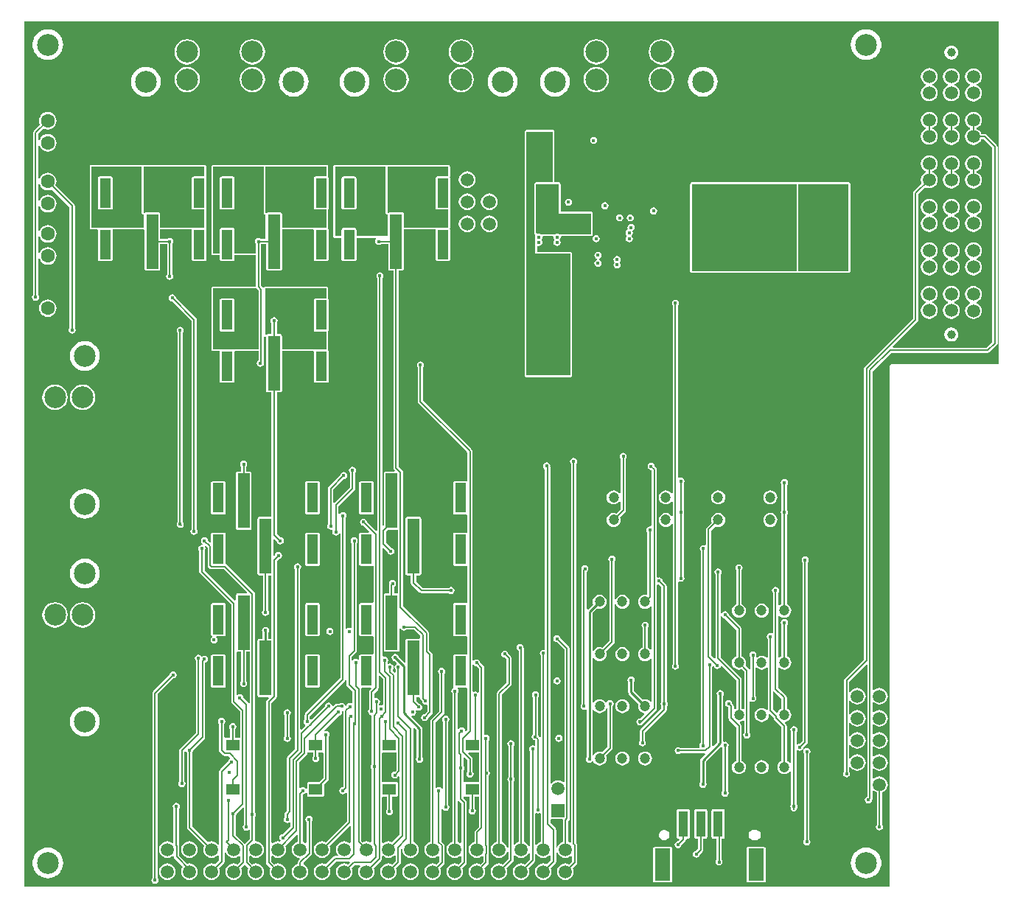
<source format=gbl>
G04 Layer_Physical_Order=4*
G04 Layer_Color=16711680*
%FSLAX25Y25*%
%MOIN*%
G70*
G01*
G75*
%ADD31C,0.00787*%
%ADD32C,0.01000*%
%ADD33C,0.06299*%
%ADD34C,0.05905*%
%ADD35C,0.03937*%
%ADD36C,0.09842*%
%ADD37R,0.05905X0.05905*%
%ADD38R,0.05905X0.05905*%
%ADD39C,0.04724*%
%ADD40C,0.01600*%
%ADD51R,0.05512X0.24803*%
%ADD52R,0.05118X0.13386*%
%ADD53R,0.04331X0.11811*%
%ADD54R,0.07087X0.14567*%
%ADD55R,0.06102X0.05118*%
%ADD56R,0.06181X0.11102*%
G36*
X540331Y335850D02*
X492126D01*
X491665Y335758D01*
X491274Y335497D01*
X491013Y335106D01*
X490922Y334646D01*
Y99629D01*
X99629D01*
Y490922D01*
X540331D01*
Y335850D01*
D02*
G37*
%LPC*%
G36*
X370472Y295713D02*
X369853Y295590D01*
X369328Y295239D01*
X368977Y294714D01*
X368854Y294094D01*
X368977Y293475D01*
X369268Y293039D01*
Y277511D01*
X368768Y277341D01*
X368388Y277837D01*
X367730Y278342D01*
X366964Y278659D01*
X366142Y278767D01*
X365319Y278659D01*
X364553Y278342D01*
X363895Y277837D01*
X363391Y277179D01*
X363073Y276413D01*
X362965Y275590D01*
X363073Y274768D01*
X363391Y274002D01*
X363895Y273344D01*
X364553Y272839D01*
X365319Y272522D01*
X366142Y272414D01*
X366964Y272522D01*
X367730Y272839D01*
X368388Y273344D01*
X368768Y273840D01*
X369268Y273670D01*
Y270184D01*
X367348Y268264D01*
X366964Y268423D01*
X366142Y268531D01*
X365319Y268423D01*
X364553Y268106D01*
X363895Y267601D01*
X363391Y266943D01*
X363073Y266177D01*
X362965Y265354D01*
X363073Y264532D01*
X363391Y263766D01*
X363895Y263108D01*
X364553Y262603D01*
X365319Y262286D01*
X366142Y262177D01*
X366964Y262286D01*
X367730Y262603D01*
X368388Y263108D01*
X368893Y263766D01*
X369210Y264532D01*
X369319Y265354D01*
X369210Y266177D01*
X369051Y266561D01*
X371324Y268833D01*
X371585Y269224D01*
X371677Y269685D01*
X371677Y269685D01*
Y293039D01*
X371968Y293475D01*
X372091Y294094D01*
X371968Y294714D01*
X371617Y295239D01*
X371092Y295590D01*
X370472Y295713D01*
D02*
G37*
G36*
X437008Y278767D02*
X436186Y278659D01*
X435420Y278342D01*
X434761Y277837D01*
X434257Y277179D01*
X433939Y276413D01*
X433831Y275590D01*
X433939Y274768D01*
X434257Y274002D01*
X434761Y273344D01*
X435420Y272839D01*
X436186Y272522D01*
X437008Y272414D01*
X437830Y272522D01*
X438596Y272839D01*
X439254Y273344D01*
X439759Y274002D01*
X440076Y274768D01*
X440185Y275590D01*
X440076Y276413D01*
X439759Y277179D01*
X439254Y277837D01*
X438596Y278342D01*
X437830Y278659D01*
X437008Y278767D01*
D02*
G37*
G36*
X413386D02*
X412564Y278659D01*
X411797Y278342D01*
X411139Y277837D01*
X410635Y277179D01*
X410317Y276413D01*
X410209Y275590D01*
X410317Y274768D01*
X410635Y274002D01*
X411139Y273344D01*
X411797Y272839D01*
X412564Y272522D01*
X413386Y272414D01*
X414208Y272522D01*
X414974Y272839D01*
X415632Y273344D01*
X416137Y274002D01*
X416454Y274768D01*
X416563Y275590D01*
X416454Y276413D01*
X416137Y277179D01*
X415632Y277837D01*
X414974Y278342D01*
X414208Y278659D01*
X413386Y278767D01*
D02*
G37*
G36*
X394094Y365004D02*
X393475Y364881D01*
X392950Y364530D01*
X392599Y364005D01*
X392476Y363386D01*
X392599Y362767D01*
X392890Y362331D01*
Y277511D01*
X392390Y277341D01*
X392010Y277837D01*
X391352Y278342D01*
X390586Y278659D01*
X389764Y278767D01*
X388942Y278659D01*
X388175Y278342D01*
X387517Y277837D01*
X387013Y277179D01*
X386695Y276413D01*
X386587Y275590D01*
X386695Y274768D01*
X387013Y274002D01*
X387517Y273344D01*
X388175Y272839D01*
X388942Y272522D01*
X389764Y272414D01*
X390586Y272522D01*
X391352Y272839D01*
X392010Y273344D01*
X392390Y273840D01*
X392890Y273670D01*
Y267275D01*
X392390Y267105D01*
X392010Y267601D01*
X391352Y268106D01*
X390586Y268423D01*
X389764Y268531D01*
X388942Y268423D01*
X388175Y268106D01*
X387517Y267601D01*
X387013Y266943D01*
X386695Y266177D01*
X386587Y265354D01*
X386695Y264532D01*
X387013Y263766D01*
X387517Y263108D01*
X388175Y262603D01*
X388942Y262286D01*
X389764Y262177D01*
X390586Y262286D01*
X391352Y262603D01*
X392010Y263108D01*
X392390Y263603D01*
X392890Y263434D01*
Y200268D01*
X392599Y199832D01*
X392476Y199213D01*
X392599Y198593D01*
X392950Y198068D01*
X393475Y197717D01*
X394094Y197594D01*
X394714Y197717D01*
X395239Y198068D01*
X395590Y198593D01*
X395713Y199213D01*
X395590Y199832D01*
X395299Y200268D01*
Y237318D01*
X395799Y237586D01*
X395955Y237481D01*
X396575Y237358D01*
X397194Y237481D01*
X397719Y237832D01*
X398070Y238357D01*
X398193Y238976D01*
X398070Y239596D01*
X397779Y240031D01*
Y268019D01*
X397952Y268278D01*
X398075Y268898D01*
X397952Y269517D01*
X397779Y269776D01*
Y281898D01*
X398070Y282333D01*
X398193Y282953D01*
X398070Y283572D01*
X397719Y284097D01*
X397194Y284448D01*
X396575Y284571D01*
X395955Y284448D01*
X395799Y284343D01*
X395299Y284611D01*
Y362331D01*
X395590Y362767D01*
X395713Y363386D01*
X395590Y364005D01*
X395239Y364530D01*
X394714Y364881D01*
X394094Y365004D01*
D02*
G37*
G36*
X113465Y326585D02*
X111974Y326389D01*
X110586Y325813D01*
X109393Y324898D01*
X108478Y323706D01*
X107903Y322317D01*
X107707Y320827D01*
X107903Y319337D01*
X108478Y317948D01*
X109393Y316755D01*
X110586Y315840D01*
X111974Y315265D01*
X113465Y315069D01*
X114955Y315265D01*
X116343Y315840D01*
X117536Y316755D01*
X118451Y317948D01*
X119026Y319337D01*
X119222Y320827D01*
X119026Y322317D01*
X118451Y323706D01*
X117536Y324898D01*
X116343Y325813D01*
X114955Y326389D01*
X113465Y326585D01*
D02*
G37*
G36*
X278740Y337052D02*
X278121Y336928D01*
X277596Y336578D01*
X277245Y336052D01*
X277122Y335433D01*
X277245Y334814D01*
X277536Y334378D01*
Y318898D01*
X277536Y318898D01*
X277628Y318437D01*
X277889Y318046D01*
X299977Y295958D01*
Y283210D01*
X299477Y282876D01*
X299409Y282889D01*
X294291D01*
X293984Y282828D01*
X293724Y282654D01*
X293550Y282394D01*
X293489Y282087D01*
Y268701D01*
X293550Y268394D01*
X293724Y268133D01*
X293984Y267959D01*
X294291Y267898D01*
X299409D01*
X299477Y267911D01*
X299977Y267577D01*
Y259982D01*
X299477Y259648D01*
X299409Y259661D01*
X294291D01*
X293984Y259600D01*
X293724Y259426D01*
X293550Y259166D01*
X293489Y258858D01*
Y245472D01*
X293550Y245165D01*
X293724Y244905D01*
X293984Y244731D01*
X294291Y244670D01*
X299409D01*
X299477Y244683D01*
X299977Y244349D01*
Y228092D01*
X299477Y227758D01*
X299409Y227771D01*
X294291D01*
X293984Y227710D01*
X293724Y227536D01*
X293550Y227276D01*
X293489Y226969D01*
Y213583D01*
X293550Y213276D01*
X293724Y213015D01*
X293984Y212841D01*
X294291Y212780D01*
X299409D01*
X299477Y212793D01*
X299977Y212459D01*
Y204864D01*
X299477Y204530D01*
X299409Y204543D01*
X294291D01*
X293984Y204482D01*
X293724Y204308D01*
X293550Y204047D01*
X293489Y203740D01*
Y190354D01*
X293550Y190047D01*
X293593Y189982D01*
X293646Y189653D01*
X293472Y189354D01*
X293147Y189137D01*
X292796Y188611D01*
X292673Y187992D01*
X292796Y187373D01*
X293127Y186878D01*
Y119849D01*
X292444Y119566D01*
X291663Y118967D01*
X291064Y118185D01*
X290687Y117276D01*
X290558Y116299D01*
X290687Y115323D01*
X291064Y114413D01*
X291663Y113632D01*
X292444Y113032D01*
X293354Y112655D01*
X294331Y112527D01*
X295307Y112655D01*
X296217Y113032D01*
X296760Y113449D01*
X297260Y113203D01*
Y110932D01*
X295989Y109661D01*
X295307Y109943D01*
X294331Y110072D01*
X293354Y109943D01*
X292444Y109566D01*
X291663Y108967D01*
X291064Y108185D01*
X290687Y107276D01*
X290558Y106299D01*
X290687Y105323D01*
X291064Y104413D01*
X291663Y103632D01*
X292444Y103032D01*
X293354Y102655D01*
X294331Y102527D01*
X295307Y102655D01*
X296217Y103032D01*
X296998Y103632D01*
X297598Y104413D01*
X297975Y105323D01*
X298103Y106299D01*
X297975Y107276D01*
X297692Y107957D01*
X299316Y109581D01*
X299577Y109972D01*
X299669Y110433D01*
Y137598D01*
X299577Y138059D01*
X299316Y138450D01*
X299316Y138450D01*
X298157Y139609D01*
X298178Y140103D01*
X298278Y140177D01*
X298653Y140306D01*
X298807Y140203D01*
X299114Y140142D01*
X300961D01*
Y134815D01*
X300670Y134379D01*
X300547Y133760D01*
X300670Y133141D01*
X301021Y132615D01*
X301546Y132264D01*
X302165Y132141D01*
X302785Y132264D01*
X303310Y132615D01*
X303661Y133141D01*
X303784Y133760D01*
X303661Y134379D01*
X303370Y134815D01*
Y140142D01*
X305193D01*
Y126582D01*
X303479Y124867D01*
X303218Y124477D01*
X303127Y124016D01*
X303127Y124016D01*
Y119849D01*
X302445Y119566D01*
X301663Y118967D01*
X301064Y118185D01*
X300687Y117276D01*
X300558Y116299D01*
X300687Y115323D01*
X301064Y114413D01*
X301663Y113632D01*
X302445Y113032D01*
X303354Y112655D01*
X304331Y112527D01*
X305307Y112655D01*
X306217Y113032D01*
X306677Y113385D01*
X307177Y113139D01*
Y110848D01*
X305989Y109661D01*
X305307Y109943D01*
X304331Y110072D01*
X303354Y109943D01*
X302445Y109566D01*
X301663Y108967D01*
X301064Y108185D01*
X300687Y107276D01*
X300558Y106299D01*
X300687Y105323D01*
X301064Y104413D01*
X301663Y103632D01*
X302445Y103032D01*
X303354Y102655D01*
X304331Y102527D01*
X305307Y102655D01*
X306217Y103032D01*
X306998Y103632D01*
X307598Y104413D01*
X307975Y105323D01*
X308103Y106299D01*
X307975Y107276D01*
X307692Y107957D01*
X309233Y109498D01*
X309233Y109498D01*
X309494Y109889D01*
X309585Y110350D01*
Y114168D01*
X309669Y114587D01*
X309669Y114587D01*
Y118095D01*
X309669Y118095D01*
X309585Y118514D01*
Y149561D01*
X309707Y149643D01*
X310058Y150168D01*
X310181Y150787D01*
X310058Y151407D01*
X309707Y151932D01*
X309585Y152013D01*
Y165489D01*
X309876Y165924D01*
X310000Y166544D01*
X309876Y167163D01*
X309526Y167688D01*
X309001Y168039D01*
X308381Y168162D01*
X308102Y168106D01*
X307602Y168488D01*
Y198524D01*
X307602Y198524D01*
X307510Y198985D01*
X307249Y199375D01*
X307249Y199375D01*
X305830Y200795D01*
X305728Y201308D01*
X305377Y201833D01*
X304852Y202184D01*
X304232Y202308D01*
X303613Y202184D01*
X303088Y201833D01*
X302885Y201530D01*
X302385Y201682D01*
Y296457D01*
X302294Y296918D01*
X302033Y297308D01*
X279944Y319396D01*
Y334378D01*
X280236Y334814D01*
X280359Y335433D01*
X280236Y336052D01*
X279885Y336578D01*
X279360Y336928D01*
X278740Y337052D01*
D02*
G37*
G36*
X127047Y279371D02*
X126969Y279363D01*
X126890Y279371D01*
X125732Y279257D01*
X125656Y279234D01*
X125578Y279226D01*
X124465Y278888D01*
X124395Y278851D01*
X124319Y278828D01*
X123293Y278280D01*
X123232Y278230D01*
X123162Y278192D01*
X122263Y277454D01*
X122213Y277393D01*
X122152Y277343D01*
X121414Y276444D01*
X121377Y276374D01*
X121326Y276313D01*
X120778Y275287D01*
X120755Y275212D01*
X120718Y275142D01*
X120380Y274028D01*
X120372Y273950D01*
X120350Y273874D01*
X120236Y272716D01*
X120239Y272677D01*
X120232Y272638D01*
X120239Y272599D01*
X120236Y272559D01*
X120350Y271401D01*
X120372Y271326D01*
X120380Y271247D01*
X120718Y270134D01*
X120755Y270064D01*
X120778Y269988D01*
X121326Y268963D01*
X121377Y268901D01*
X121414Y268832D01*
X122152Y267933D01*
X122213Y267882D01*
X122263Y267821D01*
X123162Y267083D01*
X123232Y267046D01*
X123293Y266996D01*
X124319Y266447D01*
X124395Y266424D01*
X124465Y266387D01*
X125578Y266050D01*
X125656Y266042D01*
X125732Y266019D01*
X126890Y265905D01*
X126969Y265913D01*
X127047Y265905D01*
X128205Y266019D01*
X128280Y266042D01*
X128359Y266050D01*
X129472Y266387D01*
X129542Y266424D01*
X129618Y266447D01*
X130644Y266996D01*
X130705Y267046D01*
X130775Y267083D01*
X131674Y267821D01*
X131724Y267882D01*
X131785Y267933D01*
X132523Y268832D01*
X132560Y268901D01*
X132610Y268963D01*
X133159Y269988D01*
X133182Y270064D01*
X133219Y270134D01*
X133557Y271247D01*
X133565Y271326D01*
X133588Y271401D01*
X133702Y272559D01*
X133698Y272599D01*
X133705Y272638D01*
X133698Y272677D01*
X133702Y272716D01*
X133588Y273874D01*
X133565Y273950D01*
X133557Y274028D01*
X133219Y275142D01*
X133182Y275212D01*
X133159Y275287D01*
X132610Y276313D01*
X132560Y276374D01*
X132523Y276444D01*
X131785Y277343D01*
X131724Y277393D01*
X131674Y277454D01*
X130775Y278192D01*
X130705Y278230D01*
X130644Y278280D01*
X129618Y278828D01*
X129542Y278851D01*
X129472Y278888D01*
X128359Y279226D01*
X128280Y279234D01*
X128205Y279257D01*
X127047Y279371D01*
D02*
G37*
G36*
X383071Y291185D02*
X382452Y291062D01*
X381926Y290711D01*
X381576Y290186D01*
X381452Y289567D01*
X381576Y288948D01*
X381926Y288422D01*
X382452Y288072D01*
X382965Y287969D01*
X383256Y287678D01*
Y262773D01*
X382756Y262390D01*
X382480Y262445D01*
X381861Y262322D01*
X381336Y261971D01*
X380985Y261446D01*
X380862Y260827D01*
X380985Y260207D01*
X381276Y259772D01*
Y231868D01*
X380776Y231463D01*
X380315Y231523D01*
X379493Y231415D01*
X378727Y231098D01*
X378069Y230593D01*
X377564Y229935D01*
X377246Y229169D01*
X377138Y228346D01*
X377246Y227524D01*
X377564Y226758D01*
X378069Y226100D01*
X378727Y225595D01*
X379493Y225278D01*
X380315Y225170D01*
X381137Y225278D01*
X381903Y225595D01*
X382561Y226100D01*
X382756Y226354D01*
X383256Y226185D01*
Y206886D01*
X382756Y206716D01*
X382561Y206971D01*
X381903Y207476D01*
X381519Y207635D01*
Y216662D01*
X381810Y217097D01*
X381933Y217717D01*
X381810Y218336D01*
X381459Y218861D01*
X380934Y219212D01*
X380315Y219335D01*
X379696Y219212D01*
X379170Y218861D01*
X378820Y218336D01*
X378696Y217717D01*
X378820Y217097D01*
X379111Y216662D01*
Y207635D01*
X378727Y207476D01*
X378069Y206971D01*
X377564Y206313D01*
X377246Y205547D01*
X377138Y204724D01*
X377246Y203902D01*
X377564Y203136D01*
X378069Y202478D01*
X378727Y201973D01*
X379493Y201656D01*
X380315Y201548D01*
X381137Y201656D01*
X381903Y201973D01*
X382561Y202478D01*
X382756Y202732D01*
X383256Y202563D01*
Y183264D01*
X382756Y183094D01*
X382561Y183349D01*
X381903Y183853D01*
X381137Y184171D01*
X380315Y184279D01*
X379493Y184171D01*
X379217Y184057D01*
X375328Y187945D01*
Y192021D01*
X375511Y192294D01*
X375634Y192913D01*
X375511Y193533D01*
X375160Y194058D01*
X374635Y194409D01*
X374016Y194532D01*
X373396Y194409D01*
X372871Y194058D01*
X372520Y193533D01*
X372397Y192913D01*
X372520Y192294D01*
X372703Y192021D01*
Y187402D01*
X372803Y186899D01*
X373088Y186473D01*
X377361Y182200D01*
X377246Y181925D01*
X377138Y181102D01*
X377246Y180280D01*
X377564Y179514D01*
X378069Y178856D01*
X378727Y178351D01*
X379493Y178034D01*
X379901Y177980D01*
X380080Y177452D01*
X378211Y175583D01*
X377953Y175634D01*
X377333Y175511D01*
X376808Y175160D01*
X376458Y174635D01*
X376334Y174016D01*
X376458Y173396D01*
X376808Y172871D01*
X377333Y172520D01*
X377953Y172397D01*
X378572Y172520D01*
X379097Y172871D01*
X379448Y173396D01*
X379452Y173419D01*
X385312Y179278D01*
X385312Y179278D01*
X385573Y179669D01*
X385665Y180130D01*
Y235965D01*
X386165Y236266D01*
X386509Y236198D01*
X387772Y234934D01*
Y183338D01*
X387481Y182903D01*
X387358Y182283D01*
X387481Y181664D01*
X387772Y181228D01*
Y180026D01*
X378282Y170537D01*
X378021Y170146D01*
X377930Y169685D01*
X377930Y169685D01*
Y165622D01*
X377639Y165186D01*
X377515Y164567D01*
X377639Y163948D01*
X377989Y163423D01*
X378515Y163072D01*
X379134Y162948D01*
X379753Y163072D01*
X380278Y163423D01*
X380629Y163948D01*
X380752Y164567D01*
X380629Y165186D01*
X380338Y165622D01*
Y169186D01*
X389828Y178676D01*
X389828Y178676D01*
X390089Y179067D01*
X390181Y179528D01*
X390181Y179528D01*
Y181228D01*
X390472Y181664D01*
X390595Y182283D01*
X390472Y182903D01*
X390181Y183338D01*
Y235433D01*
X390181Y235433D01*
X390089Y235894D01*
X389828Y236285D01*
X388212Y237901D01*
X388109Y238415D01*
X387759Y238940D01*
X387233Y239291D01*
X386614Y239414D01*
X386165Y239324D01*
X385665Y239626D01*
Y260002D01*
X385666Y260006D01*
Y261647D01*
X385665Y261651D01*
Y288177D01*
X385573Y288638D01*
X385312Y289029D01*
X384668Y289672D01*
X384566Y290186D01*
X384215Y290711D01*
X383690Y291062D01*
X383071Y291185D01*
D02*
G37*
G36*
X437008Y268531D02*
X436186Y268423D01*
X435420Y268106D01*
X434761Y267601D01*
X434257Y266943D01*
X433939Y266177D01*
X433831Y265354D01*
X433939Y264532D01*
X434257Y263766D01*
X434761Y263108D01*
X435420Y262603D01*
X436186Y262286D01*
X437008Y262177D01*
X437830Y262286D01*
X438596Y262603D01*
X439254Y263108D01*
X439759Y263766D01*
X440076Y264532D01*
X440185Y265354D01*
X440076Y266177D01*
X439759Y266943D01*
X439254Y267601D01*
X438596Y268106D01*
X437830Y268423D01*
X437008Y268531D01*
D02*
G37*
G36*
X443307Y283902D02*
X442688Y283779D01*
X442163Y283428D01*
X441812Y282903D01*
X441689Y282283D01*
X441812Y281664D01*
X442103Y281228D01*
Y269953D01*
X441812Y269517D01*
X441689Y268898D01*
X441812Y268278D01*
X442103Y267843D01*
Y227320D01*
X441719Y227161D01*
X441074Y226666D01*
X440891Y226692D01*
X440574Y226800D01*
Y232410D01*
X440865Y232845D01*
X440989Y233465D01*
X440865Y234084D01*
X440515Y234609D01*
X439990Y234960D01*
X439370Y235083D01*
X438751Y234960D01*
X438226Y234609D01*
X437875Y234084D01*
X437752Y233465D01*
X437875Y232845D01*
X438166Y232410D01*
Y214335D01*
X437666Y214068D01*
X437627Y214094D01*
X437008Y214217D01*
X436388Y214094D01*
X435863Y213743D01*
X435513Y213218D01*
X435389Y212598D01*
X435513Y211979D01*
X435804Y211543D01*
Y203177D01*
X435487Y203070D01*
X435304Y203044D01*
X434659Y203539D01*
X433893Y203856D01*
X433071Y203964D01*
X432249Y203856D01*
X431483Y203539D01*
X431206Y203327D01*
X430900Y203319D01*
X430593Y203486D01*
X430572Y203626D01*
X430629Y203711D01*
X430752Y204331D01*
X430629Y204950D01*
X430278Y205475D01*
X429753Y205826D01*
X429134Y205949D01*
X428514Y205826D01*
X427989Y205475D01*
X427639Y204950D01*
X427515Y204331D01*
X427639Y203711D01*
X427930Y203276D01*
Y197879D01*
X427876Y197858D01*
X427430Y197796D01*
X427229Y198096D01*
X427229Y198096D01*
X425744Y199581D01*
X425903Y199965D01*
X426011Y200787D01*
X425903Y201610D01*
X425586Y202376D01*
X425081Y203034D01*
X424423Y203539D01*
X424039Y203698D01*
Y216142D01*
X423947Y216603D01*
X423686Y216993D01*
X423686Y216993D01*
X418133Y222547D01*
X418031Y223060D01*
X417680Y223585D01*
X417155Y223936D01*
X416535Y224059D01*
X415916Y223936D01*
X415391Y223585D01*
X415090Y223135D01*
X414772Y223154D01*
X414590Y223218D01*
Y240677D01*
X414881Y241113D01*
X415004Y241732D01*
X414881Y242352D01*
X414530Y242877D01*
X414005Y243228D01*
X413386Y243351D01*
X412767Y243228D01*
X412241Y242877D01*
X411891Y242352D01*
X411767Y241732D01*
X411891Y241113D01*
X412182Y240677D01*
Y202827D01*
X412013Y202700D01*
X411703Y202598D01*
X410259Y204042D01*
Y260525D01*
X412180Y262445D01*
X412564Y262286D01*
X413386Y262177D01*
X414208Y262286D01*
X414974Y262603D01*
X415632Y263108D01*
X416137Y263766D01*
X416454Y264532D01*
X416563Y265354D01*
X416454Y266177D01*
X416137Y266943D01*
X415632Y267601D01*
X414974Y268106D01*
X414208Y268423D01*
X413386Y268531D01*
X412564Y268423D01*
X411797Y268106D01*
X411139Y267601D01*
X410635Y266943D01*
X410317Y266177D01*
X410209Y265354D01*
X410317Y264532D01*
X410476Y264148D01*
X408204Y261875D01*
X407942Y261485D01*
X407851Y261024D01*
X407851Y261024D01*
Y254099D01*
X407351Y253832D01*
X407312Y253857D01*
X406693Y253981D01*
X406074Y253857D01*
X405548Y253507D01*
X405198Y252982D01*
X405074Y252362D01*
X405198Y251743D01*
X405489Y251307D01*
Y164451D01*
X405430Y164412D01*
X405080Y163887D01*
X404956Y163268D01*
X405064Y162728D01*
X404826Y162228D01*
X396331D01*
X395895Y162519D01*
X395276Y162642D01*
X394656Y162519D01*
X394131Y162168D01*
X393780Y161643D01*
X393657Y161024D01*
X393780Y160404D01*
X394131Y159879D01*
X394656Y159528D01*
X395276Y159405D01*
X395895Y159528D01*
X396331Y159819D01*
X407256D01*
X407463Y159319D01*
X405647Y157503D01*
X405362Y157077D01*
X405262Y156575D01*
Y146680D01*
X405080Y146407D01*
X404956Y145787D01*
X405080Y145168D01*
X405430Y144643D01*
X405955Y144292D01*
X406575Y144169D01*
X407194Y144292D01*
X407719Y144643D01*
X408070Y145168D01*
X408193Y145787D01*
X408070Y146407D01*
X407887Y146680D01*
Y156031D01*
X414617Y162761D01*
X415196Y162632D01*
X415371Y162370D01*
Y142787D01*
X415079Y142352D01*
X414956Y141732D01*
X415079Y141113D01*
X415430Y140588D01*
X415955Y140237D01*
X416575Y140114D01*
X417194Y140237D01*
X417719Y140588D01*
X418070Y141113D01*
X418193Y141732D01*
X418070Y142352D01*
X417779Y142787D01*
Y162370D01*
X418070Y162806D01*
X418193Y163425D01*
X418070Y164045D01*
X417719Y164570D01*
X417194Y164920D01*
X416575Y165044D01*
X416183Y164966D01*
X415683Y165294D01*
Y185918D01*
X415865Y186192D01*
X415989Y186811D01*
X415865Y187430D01*
X415515Y187955D01*
X414990Y188306D01*
X414370Y188429D01*
X413751Y188306D01*
X413226Y187955D01*
X412875Y187430D01*
X412752Y186811D01*
X412875Y186192D01*
X413058Y185918D01*
Y164914D01*
X411153Y163009D01*
X410653Y163216D01*
Y198945D01*
X410889Y199299D01*
X410973Y199332D01*
X411466Y199143D01*
X411497Y198987D01*
X411848Y198462D01*
X412373Y198111D01*
X412992Y197988D01*
X413612Y198111D01*
X414137Y198462D01*
X414487Y198987D01*
X414530Y199202D01*
X415073Y199366D01*
X421630Y192808D01*
Y180076D01*
X421246Y179917D01*
X420996Y179724D01*
X420496Y179971D01*
Y181102D01*
X420496Y181102D01*
X420404Y181563D01*
X420143Y181954D01*
X420143Y181954D01*
X419708Y182389D01*
X419605Y182903D01*
X419255Y183428D01*
X418730Y183779D01*
X418110Y183902D01*
X417491Y183779D01*
X416966Y183428D01*
X416615Y182903D01*
X416492Y182283D01*
X416615Y181664D01*
X416966Y181139D01*
X417491Y180788D01*
X418005Y180686D01*
X418087Y180604D01*
Y175698D01*
X418087Y175698D01*
X418179Y175237D01*
X418440Y174846D01*
X421630Y171655D01*
Y156454D01*
X421246Y156295D01*
X420588Y155790D01*
X420084Y155132D01*
X419766Y154366D01*
X419658Y153543D01*
X419766Y152721D01*
X420084Y151955D01*
X420588Y151297D01*
X421246Y150792D01*
X422012Y150475D01*
X422835Y150366D01*
X423657Y150475D01*
X424423Y150792D01*
X425081Y151297D01*
X425586Y151955D01*
X425903Y152721D01*
X426011Y153543D01*
X425903Y154366D01*
X425586Y155132D01*
X425081Y155790D01*
X424423Y156295D01*
X424039Y156454D01*
Y172154D01*
X424039Y172154D01*
X423947Y172615D01*
X423686Y173006D01*
X423686Y173006D01*
X423164Y173528D01*
X423344Y174056D01*
X423657Y174097D01*
X424423Y174414D01*
X424674Y174607D01*
X425174Y174360D01*
Y169165D01*
X424883Y168730D01*
X424759Y168110D01*
X424883Y167491D01*
X425234Y166966D01*
X425759Y166615D01*
X426378Y166492D01*
X426997Y166615D01*
X427522Y166966D01*
X427873Y167491D01*
X427996Y168110D01*
X427873Y168730D01*
X427582Y169165D01*
Y183218D01*
X427746Y183332D01*
X428082Y183439D01*
X428514Y183150D01*
X429134Y183027D01*
X429753Y183150D01*
X430278Y183501D01*
X430629Y184026D01*
X430752Y184646D01*
X430629Y185265D01*
X430338Y185701D01*
Y198397D01*
X430654Y198505D01*
X430838Y198531D01*
X431483Y198036D01*
X432249Y197719D01*
X433071Y197611D01*
X433893Y197719D01*
X434659Y198036D01*
X435304Y198531D01*
X435487Y198505D01*
X435804Y198397D01*
Y179599D01*
X435368Y179431D01*
X435304Y179422D01*
X434659Y179917D01*
X433893Y180234D01*
X433071Y180342D01*
X432249Y180234D01*
X431483Y179917D01*
X430825Y179412D01*
X430320Y178754D01*
X430002Y177988D01*
X429894Y177165D01*
X430002Y176343D01*
X430320Y175577D01*
X430825Y174919D01*
X431483Y174414D01*
X432249Y174097D01*
X433071Y173989D01*
X433893Y174097D01*
X434659Y174414D01*
X435317Y174919D01*
X435822Y175577D01*
X436139Y176343D01*
X436248Y177165D01*
X436199Y177532D01*
X436673Y177766D01*
X438559Y175879D01*
Y175698D01*
X438559Y175698D01*
X438651Y175237D01*
X438912Y174846D01*
X442103Y171655D01*
Y156454D01*
X441719Y156295D01*
X441061Y155790D01*
X440556Y155132D01*
X440239Y154366D01*
X440130Y153543D01*
X440239Y152721D01*
X440556Y151955D01*
X441061Y151297D01*
X441719Y150792D01*
X442485Y150475D01*
X443307Y150366D01*
X444129Y150475D01*
X444896Y150792D01*
X445553Y151297D01*
X445934Y151792D01*
X446434Y151623D01*
Y136882D01*
X446142Y136446D01*
X446019Y135827D01*
X446142Y135207D01*
X446434Y134772D01*
Y134646D01*
X446525Y134185D01*
X446786Y133794D01*
X447177Y133533D01*
X447638Y133441D01*
X448099Y133533D01*
X448489Y133794D01*
X448750Y134185D01*
X448842Y134646D01*
Y134772D01*
X449133Y135207D01*
X449256Y135827D01*
X449133Y136446D01*
X448842Y136882D01*
Y161170D01*
X449005Y161284D01*
X449342Y161392D01*
X449774Y161103D01*
X450394Y160980D01*
X451013Y161103D01*
X451538Y161454D01*
X451889Y161979D01*
X451991Y162493D01*
X453607Y164109D01*
X453868Y164500D01*
X453960Y164961D01*
X453960Y164961D01*
Y246189D01*
X454251Y246625D01*
X454374Y247244D01*
X454251Y247864D01*
X453900Y248389D01*
X453375Y248739D01*
X452756Y248863D01*
X452137Y248739D01*
X451612Y248389D01*
X451261Y247864D01*
X451137Y247244D01*
X451261Y246625D01*
X451552Y246189D01*
Y165460D01*
X450288Y164196D01*
X449774Y164094D01*
X449342Y163805D01*
X449005Y163913D01*
X448842Y164026D01*
Y169418D01*
X449133Y169853D01*
X449256Y170472D01*
X449133Y171092D01*
X448782Y171617D01*
X448257Y171968D01*
X447638Y172091D01*
X447018Y171968D01*
X446493Y171617D01*
X446142Y171092D01*
X446019Y170472D01*
X446142Y169853D01*
X446434Y169418D01*
Y155464D01*
X445934Y155294D01*
X445553Y155790D01*
X444896Y156295D01*
X444511Y156454D01*
Y172154D01*
X444511Y172154D01*
X444420Y172615D01*
X444159Y173006D01*
X444159Y173006D01*
X443637Y173528D01*
X443816Y174056D01*
X444129Y174097D01*
X444896Y174414D01*
X445553Y174919D01*
X446058Y175577D01*
X446376Y176343D01*
X446484Y177165D01*
X446376Y177988D01*
X446058Y178754D01*
X445553Y179412D01*
X444896Y179917D01*
X444511Y180076D01*
Y185039D01*
X444420Y185500D01*
X444159Y185891D01*
X444159Y185891D01*
X440574Y189475D01*
Y198397D01*
X440891Y198505D01*
X441074Y198531D01*
X441719Y198036D01*
X442485Y197719D01*
X443307Y197611D01*
X444129Y197719D01*
X444896Y198036D01*
X445553Y198541D01*
X446058Y199199D01*
X446376Y199965D01*
X446484Y200787D01*
X446376Y201610D01*
X446058Y202376D01*
X445553Y203034D01*
X444896Y203539D01*
X444511Y203698D01*
Y217843D01*
X444802Y218278D01*
X444926Y218898D01*
X444802Y219517D01*
X444452Y220042D01*
X443926Y220393D01*
X443307Y220516D01*
X442688Y220393D01*
X442163Y220042D01*
X441812Y219517D01*
X441689Y218898D01*
X441812Y218278D01*
X442103Y217843D01*
Y203698D01*
X441719Y203539D01*
X441074Y203044D01*
X440891Y203070D01*
X440574Y203177D01*
Y222019D01*
X440891Y222127D01*
X441074Y222153D01*
X441719Y221658D01*
X442485Y221341D01*
X443307Y221233D01*
X444129Y221341D01*
X444896Y221658D01*
X445553Y222163D01*
X446058Y222821D01*
X446376Y223587D01*
X446484Y224410D01*
X446376Y225232D01*
X446058Y225998D01*
X445553Y226656D01*
X444896Y227161D01*
X444511Y227320D01*
Y267843D01*
X444802Y268278D01*
X444926Y268898D01*
X444802Y269517D01*
X444511Y269953D01*
Y281228D01*
X444802Y281664D01*
X444926Y282283D01*
X444802Y282903D01*
X444452Y283428D01*
X443926Y283779D01*
X443307Y283902D01*
D02*
G37*
G36*
X189961Y282889D02*
X184843D01*
X184535Y282828D01*
X184275Y282654D01*
X184101Y282394D01*
X184040Y282087D01*
Y268701D01*
X184101Y268394D01*
X184275Y268133D01*
X184535Y267959D01*
X184843Y267898D01*
X189961D01*
X190268Y267959D01*
X190528Y268133D01*
X190702Y268394D01*
X190763Y268701D01*
Y282087D01*
X190702Y282394D01*
X190528Y282654D01*
X190268Y282828D01*
X189961Y282889D01*
D02*
G37*
G36*
X170079Y352800D02*
X169459Y352676D01*
X168934Y352326D01*
X168583Y351800D01*
X168460Y351181D01*
X168583Y350562D01*
X168875Y350126D01*
Y264441D01*
X168583Y264005D01*
X168460Y263386D01*
X168583Y262767D01*
X168934Y262241D01*
X169459Y261891D01*
X170079Y261767D01*
X170327Y261817D01*
X170472Y261788D01*
X170933Y261880D01*
X171324Y262141D01*
X171585Y262531D01*
X171677Y262992D01*
X171648Y263137D01*
X171697Y263386D01*
X171574Y264005D01*
X171283Y264441D01*
Y350126D01*
X171574Y350562D01*
X171697Y351181D01*
X171574Y351800D01*
X171223Y352326D01*
X170698Y352676D01*
X170079Y352800D01*
D02*
G37*
G36*
X256890Y282889D02*
X251772D01*
X251464Y282828D01*
X251204Y282654D01*
X251030Y282394D01*
X250969Y282087D01*
Y268701D01*
X251030Y268394D01*
X251204Y268133D01*
X251464Y267959D01*
X251772Y267898D01*
X256890D01*
X257197Y267959D01*
X257457Y268133D01*
X257631Y268394D01*
X257693Y268701D01*
Y282087D01*
X257631Y282394D01*
X257457Y282654D01*
X257197Y282828D01*
X256890Y282889D01*
D02*
G37*
G36*
X232480D02*
X227362D01*
X227055Y282828D01*
X226795Y282654D01*
X226621Y282394D01*
X226559Y282087D01*
Y268701D01*
X226621Y268394D01*
X226795Y268133D01*
X227055Y267959D01*
X227362Y267898D01*
X232480D01*
X232787Y267959D01*
X233048Y268133D01*
X233222Y268394D01*
X233283Y268701D01*
Y282087D01*
X233222Y282394D01*
X233048Y282654D01*
X232787Y282828D01*
X232480Y282889D01*
D02*
G37*
G36*
X508858Y390938D02*
X507882Y390809D01*
X506972Y390432D01*
X506191Y389833D01*
X505591Y389052D01*
X505214Y388142D01*
X505086Y387165D01*
X505214Y386189D01*
X505591Y385279D01*
X506191Y384498D01*
X506972Y383898D01*
X507366Y383735D01*
Y383194D01*
X506972Y383031D01*
X506191Y382431D01*
X505591Y381650D01*
X505214Y380740D01*
X505086Y379764D01*
X505214Y378787D01*
X505591Y377878D01*
X506191Y377096D01*
X506972Y376497D01*
X507882Y376120D01*
X508858Y375991D01*
X509835Y376120D01*
X510744Y376497D01*
X511526Y377096D01*
X512125Y377878D01*
X512502Y378787D01*
X512631Y379764D01*
X512502Y380740D01*
X512125Y381650D01*
X511526Y382431D01*
X510744Y383031D01*
X510351Y383194D01*
Y383735D01*
X510744Y383898D01*
X511526Y384498D01*
X512125Y385279D01*
X512502Y386189D01*
X512631Y387165D01*
X512502Y388142D01*
X512125Y389052D01*
X511526Y389833D01*
X510744Y390432D01*
X509835Y390809D01*
X508858Y390938D01*
D02*
G37*
G36*
X518858Y390898D02*
X517882Y390770D01*
X516972Y390393D01*
X516191Y389793D01*
X515591Y389012D01*
X515214Y388102D01*
X515086Y387126D01*
X515214Y386150D01*
X515591Y385240D01*
X516191Y384458D01*
X516972Y383859D01*
X517366Y383696D01*
Y383155D01*
X516972Y382991D01*
X516191Y382392D01*
X515591Y381611D01*
X515214Y380701D01*
X515086Y379724D01*
X515214Y378748D01*
X515591Y377838D01*
X516191Y377057D01*
X516972Y376457D01*
X517882Y376080D01*
X518858Y375952D01*
X519835Y376080D01*
X520745Y376457D01*
X521526Y377057D01*
X522125Y377838D01*
X522502Y378748D01*
X522631Y379724D01*
X522502Y380701D01*
X522125Y381611D01*
X521526Y382392D01*
X520745Y382991D01*
X520351Y383155D01*
Y383696D01*
X520745Y383859D01*
X521526Y384458D01*
X522125Y385240D01*
X522502Y386150D01*
X522631Y387126D01*
X522502Y388102D01*
X522125Y389012D01*
X521526Y389793D01*
X520745Y390393D01*
X519835Y390770D01*
X518858Y390898D01*
D02*
G37*
G36*
X528858Y390859D02*
X527882Y390731D01*
X526972Y390354D01*
X526191Y389754D01*
X525591Y388973D01*
X525214Y388063D01*
X525086Y387087D01*
X525214Y386110D01*
X525591Y385200D01*
X526191Y384419D01*
X526972Y383820D01*
X527366Y383656D01*
Y383115D01*
X526972Y382952D01*
X526191Y382352D01*
X525591Y381571D01*
X525214Y380661D01*
X525086Y379685D01*
X525214Y378709D01*
X525591Y377799D01*
X526191Y377017D01*
X526972Y376418D01*
X527882Y376041D01*
X528858Y375913D01*
X529835Y376041D01*
X530745Y376418D01*
X531526Y377017D01*
X532125Y377799D01*
X532502Y378709D01*
X532631Y379685D01*
X532502Y380661D01*
X532125Y381571D01*
X531526Y382352D01*
X530745Y382952D01*
X530350Y383115D01*
Y383656D01*
X530745Y383820D01*
X531526Y384419D01*
X532125Y385200D01*
X532502Y386110D01*
X532631Y387087D01*
X532502Y388063D01*
X532125Y388973D01*
X531526Y389754D01*
X530745Y390354D01*
X529835Y390731D01*
X528858Y390859D01*
D02*
G37*
G36*
X110236Y117171D02*
X110197Y117163D01*
X110158Y117167D01*
X108961Y117049D01*
X108886Y117026D01*
X108807Y117019D01*
X107657Y116670D01*
X107587Y116632D01*
X107511Y116609D01*
X106451Y116043D01*
X106390Y115993D01*
X106320Y115955D01*
X105391Y115193D01*
X105341Y115132D01*
X105280Y115081D01*
X104517Y114152D01*
X104480Y114083D01*
X104430Y114021D01*
X103863Y112961D01*
X103840Y112886D01*
X103803Y112816D01*
X103454Y111665D01*
X103446Y111587D01*
X103423Y111511D01*
X103305Y110315D01*
X103313Y110236D01*
X103305Y110158D01*
X103423Y108961D01*
X103446Y108886D01*
X103454Y108807D01*
X103803Y107657D01*
X103840Y107587D01*
X103863Y107511D01*
X104430Y106451D01*
X104480Y106390D01*
X104517Y106320D01*
X105280Y105391D01*
X105341Y105341D01*
X105391Y105280D01*
X106320Y104517D01*
X106390Y104480D01*
X106451Y104430D01*
X107511Y103863D01*
X107587Y103840D01*
X107657Y103803D01*
X108807Y103454D01*
X108886Y103446D01*
X108961Y103423D01*
X110158Y103305D01*
X110197Y103309D01*
X110236Y103302D01*
X110275Y103309D01*
X110315Y103305D01*
X111511Y103423D01*
X111587Y103446D01*
X111665Y103454D01*
X112816Y103803D01*
X112886Y103840D01*
X112961Y103863D01*
X114021Y104430D01*
X114083Y104480D01*
X114152Y104517D01*
X115081Y105280D01*
X115132Y105341D01*
X115193Y105391D01*
X115955Y106320D01*
X115993Y106390D01*
X116043Y106451D01*
X116609Y107511D01*
X116632Y107587D01*
X116670Y107657D01*
X117019Y108807D01*
X117026Y108886D01*
X117049Y108961D01*
X117167Y110158D01*
X117159Y110236D01*
X117167Y110315D01*
X117049Y111511D01*
X117026Y111587D01*
X117019Y111665D01*
X116670Y112816D01*
X116632Y112886D01*
X116609Y112961D01*
X116043Y114021D01*
X115993Y114083D01*
X115955Y114152D01*
X115193Y115081D01*
X115132Y115132D01*
X115081Y115193D01*
X114152Y115955D01*
X114083Y115993D01*
X114021Y116043D01*
X112961Y116609D01*
X112886Y116632D01*
X112816Y116670D01*
X111665Y117019D01*
X111587Y117026D01*
X111511Y117049D01*
X110315Y117167D01*
X110275Y117163D01*
X110236Y117171D01*
D02*
G37*
G36*
X359055Y386658D02*
X358436Y386535D01*
X357911Y386184D01*
X357560Y385659D01*
X357437Y385039D01*
X357560Y384420D01*
X357911Y383895D01*
X358436Y383544D01*
X358544Y383523D01*
Y383013D01*
X358436Y382991D01*
X357911Y382641D01*
X357560Y382115D01*
X357437Y381496D01*
X357560Y380877D01*
X357911Y380352D01*
X358436Y380001D01*
X359055Y379878D01*
X359675Y380001D01*
X360200Y380352D01*
X360550Y380877D01*
X360674Y381496D01*
X360550Y382115D01*
X360200Y382641D01*
X359675Y382991D01*
X359567Y383013D01*
Y383523D01*
X359675Y383544D01*
X360200Y383895D01*
X360550Y384420D01*
X360674Y385039D01*
X360550Y385659D01*
X360200Y386184D01*
X359675Y386535D01*
X359055Y386658D01*
D02*
G37*
G36*
X367717Y384689D02*
X367097Y384566D01*
X366572Y384215D01*
X366221Y383690D01*
X366098Y383071D01*
X366221Y382452D01*
X366328Y382292D01*
X366552Y381890D01*
X366328Y381488D01*
X366221Y381328D01*
X366098Y380709D01*
X366221Y380089D01*
X366572Y379564D01*
X367097Y379213D01*
X367717Y379090D01*
X368336Y379213D01*
X368861Y379564D01*
X369212Y380089D01*
X369335Y380709D01*
X369212Y381328D01*
X369105Y381488D01*
X368881Y381890D01*
X369105Y382292D01*
X369212Y382452D01*
X369335Y383071D01*
X369212Y383690D01*
X368861Y384215D01*
X368336Y384566D01*
X367717Y384689D01*
D02*
G37*
G36*
X480394Y117167D02*
X480315Y117159D01*
X480236Y117167D01*
X479040Y117049D01*
X478964Y117026D01*
X478886Y117019D01*
X477735Y116670D01*
X477666Y116632D01*
X477590Y116609D01*
X476530Y116043D01*
X476469Y115993D01*
X476399Y115955D01*
X475470Y115193D01*
X475420Y115132D01*
X475358Y115081D01*
X474596Y114152D01*
X474559Y114083D01*
X474508Y114021D01*
X473942Y112961D01*
X473919Y112886D01*
X473882Y112816D01*
X473533Y111665D01*
X473525Y111587D01*
X473502Y111511D01*
X473384Y110315D01*
X473388Y110275D01*
X473380Y110236D01*
X473388Y110197D01*
X473384Y110158D01*
X473502Y108961D01*
X473525Y108886D01*
X473533Y108807D01*
X473882Y107657D01*
X473919Y107587D01*
X473942Y107511D01*
X474508Y106451D01*
X474559Y106390D01*
X474596Y106320D01*
X475358Y105391D01*
X475420Y105341D01*
X475470Y105280D01*
X476399Y104517D01*
X476469Y104480D01*
X476530Y104430D01*
X477590Y103863D01*
X477666Y103840D01*
X477735Y103803D01*
X478886Y103454D01*
X478964Y103446D01*
X479040Y103423D01*
X480236Y103305D01*
X480315Y103313D01*
X480394Y103305D01*
X481590Y103423D01*
X481666Y103446D01*
X481744Y103454D01*
X482895Y103803D01*
X482964Y103840D01*
X483040Y103863D01*
X484100Y104430D01*
X484161Y104480D01*
X484231Y104517D01*
X485160Y105280D01*
X485210Y105341D01*
X485272Y105391D01*
X486034Y106320D01*
X486071Y106390D01*
X486122Y106451D01*
X486688Y107511D01*
X486711Y107587D01*
X486748Y107657D01*
X487097Y108807D01*
X487105Y108886D01*
X487128Y108961D01*
X487246Y110158D01*
X487242Y110197D01*
X487250Y110236D01*
X487242Y110275D01*
X487246Y110315D01*
X487128Y111511D01*
X487105Y111587D01*
X487097Y111665D01*
X486748Y112816D01*
X486711Y112886D01*
X486688Y112961D01*
X486122Y114021D01*
X486071Y114083D01*
X486034Y114152D01*
X485272Y115081D01*
X485210Y115132D01*
X485160Y115193D01*
X484231Y115955D01*
X484161Y115993D01*
X484100Y116043D01*
X483040Y116609D01*
X482964Y116632D01*
X482895Y116670D01*
X481744Y117019D01*
X481666Y117026D01*
X481590Y117049D01*
X480394Y117167D01*
D02*
G37*
G36*
X110236Y365113D02*
X109209Y364977D01*
X108251Y364581D01*
X107428Y363950D01*
X106797Y363127D01*
X106401Y362170D01*
X106265Y361142D01*
X106401Y360114D01*
X106797Y359156D01*
X107428Y358334D01*
X108251Y357703D01*
X109209Y357306D01*
X110236Y357171D01*
X111264Y357306D01*
X112222Y357703D01*
X113044Y358334D01*
X113675Y359156D01*
X114072Y360114D01*
X114207Y361142D01*
X114072Y362170D01*
X113675Y363127D01*
X113044Y363950D01*
X112222Y364581D01*
X111264Y364977D01*
X110236Y365113D01*
D02*
G37*
G36*
X127047Y346261D02*
X126969Y346253D01*
X126890Y346261D01*
X125732Y346147D01*
X125656Y346124D01*
X125578Y346116D01*
X124465Y345778D01*
X124395Y345741D01*
X124319Y345718D01*
X123293Y345170D01*
X123232Y345120D01*
X123162Y345082D01*
X122263Y344344D01*
X122213Y344283D01*
X122152Y344233D01*
X121414Y343334D01*
X121377Y343264D01*
X121326Y343203D01*
X120778Y342177D01*
X120755Y342101D01*
X120718Y342032D01*
X120380Y340918D01*
X120372Y340840D01*
X120350Y340764D01*
X120236Y339606D01*
X120239Y339567D01*
X120232Y339528D01*
X120239Y339489D01*
X120236Y339449D01*
X120350Y338291D01*
X120372Y338215D01*
X120380Y338137D01*
X120718Y337024D01*
X120755Y336954D01*
X120778Y336878D01*
X121326Y335852D01*
X121377Y335791D01*
X121414Y335721D01*
X122152Y334822D01*
X122213Y334772D01*
X122263Y334711D01*
X123162Y333973D01*
X123232Y333936D01*
X123293Y333886D01*
X124319Y333337D01*
X124395Y333314D01*
X124465Y333277D01*
X125578Y332939D01*
X125656Y332931D01*
X125732Y332909D01*
X126890Y332794D01*
X126969Y332802D01*
X127047Y332794D01*
X128205Y332909D01*
X128280Y332931D01*
X128359Y332939D01*
X129472Y333277D01*
X129542Y333314D01*
X129618Y333337D01*
X130644Y333886D01*
X130705Y333936D01*
X130775Y333973D01*
X131674Y334711D01*
X131724Y334772D01*
X131785Y334822D01*
X132523Y335721D01*
X132560Y335791D01*
X132610Y335852D01*
X133159Y336878D01*
X133182Y336954D01*
X133219Y337024D01*
X133557Y338137D01*
X133565Y338215D01*
X133588Y338291D01*
X133702Y339449D01*
X133698Y339489D01*
X133705Y339528D01*
X133698Y339567D01*
X133702Y339606D01*
X133588Y340764D01*
X133565Y340840D01*
X133557Y340918D01*
X133219Y342032D01*
X133182Y342101D01*
X133159Y342177D01*
X132610Y343203D01*
X132560Y343264D01*
X132523Y343334D01*
X131785Y344233D01*
X131724Y344283D01*
X131674Y344344D01*
X130775Y345082D01*
X130705Y345119D01*
X130644Y345170D01*
X129618Y345718D01*
X129542Y345741D01*
X129472Y345778D01*
X128359Y346116D01*
X128280Y346124D01*
X128205Y346147D01*
X127047Y346261D01*
D02*
G37*
G36*
X453543Y162248D02*
X452924Y162125D01*
X452399Y161774D01*
X452048Y161249D01*
X451925Y160630D01*
X452048Y160011D01*
X452339Y159575D01*
Y120740D01*
X452048Y120304D01*
X451925Y119685D01*
X452048Y119066D01*
X452399Y118541D01*
X452924Y118190D01*
X453543Y118067D01*
X454163Y118190D01*
X454688Y118541D01*
X455039Y119066D01*
X455162Y119685D01*
X455039Y120304D01*
X454747Y120740D01*
Y159575D01*
X455039Y160011D01*
X455162Y160630D01*
X455039Y161249D01*
X454688Y161774D01*
X454163Y162125D01*
X453543Y162248D01*
D02*
G37*
G36*
X125984Y326585D02*
X124494Y326389D01*
X123105Y325813D01*
X121913Y324898D01*
X120998Y323706D01*
X120422Y322317D01*
X120226Y320827D01*
X120422Y319337D01*
X120998Y317948D01*
X121913Y316755D01*
X123105Y315840D01*
X124494Y315265D01*
X125984Y315069D01*
X127474Y315265D01*
X128863Y315840D01*
X130056Y316755D01*
X130971Y317948D01*
X131546Y319337D01*
X131742Y320827D01*
X131546Y322317D01*
X130971Y323706D01*
X130056Y324898D01*
X128863Y325813D01*
X127474Y326389D01*
X125984Y326585D01*
D02*
G37*
G36*
X519015Y352388D02*
X518858D01*
X518702D01*
X518702Y352388D01*
X517788Y352207D01*
X517788D01*
X517498Y352087D01*
X516723Y351569D01*
X516723Y351569D01*
X516502Y351347D01*
X515984Y350573D01*
X515864Y350283D01*
X515683Y349369D01*
X515682Y349369D01*
Y349290D01*
X515667Y349213D01*
X515682Y349135D01*
Y349056D01*
X515683Y349056D01*
X515864Y348142D01*
Y348142D01*
X515984Y347853D01*
X516502Y347078D01*
X516502Y347078D01*
X516723Y346856D01*
X517498Y346339D01*
X517788Y346219D01*
X518702Y346037D01*
X518702Y346037D01*
X518858D01*
X519015D01*
X519015Y346037D01*
X519929Y346219D01*
X519929D01*
X520218Y346339D01*
X520993Y346856D01*
X520993Y346856D01*
X521215Y347078D01*
X521732Y347853D01*
X521852Y348142D01*
X522034Y349056D01*
X522034Y349056D01*
Y349135D01*
X522050Y349213D01*
X522034Y349290D01*
Y349369D01*
X522034Y349369D01*
X521852Y350283D01*
Y350283D01*
X521732Y350573D01*
X521215Y351347D01*
X521215Y351347D01*
X520993Y351569D01*
X520218Y352087D01*
X519929Y352207D01*
X519015Y352388D01*
X519015Y352388D01*
D02*
G37*
G36*
X508858Y371253D02*
X507882Y371124D01*
X506972Y370747D01*
X506191Y370148D01*
X505591Y369367D01*
X505214Y368457D01*
X505086Y367480D01*
X505214Y366504D01*
X505591Y365594D01*
X506191Y364813D01*
X506972Y364213D01*
X507366Y364050D01*
Y363509D01*
X506972Y363346D01*
X506191Y362746D01*
X505591Y361965D01*
X505214Y361055D01*
X505086Y360079D01*
X505214Y359102D01*
X505591Y358192D01*
X506191Y357411D01*
X506972Y356812D01*
X507882Y356435D01*
X508858Y356306D01*
X509835Y356435D01*
X510744Y356812D01*
X511526Y357411D01*
X512125Y358192D01*
X512502Y359102D01*
X512631Y360079D01*
X512502Y361055D01*
X512125Y361965D01*
X511526Y362746D01*
X510744Y363346D01*
X510351Y363509D01*
Y364050D01*
X510744Y364213D01*
X511526Y364813D01*
X512125Y365594D01*
X512502Y366504D01*
X512631Y367480D01*
X512502Y368457D01*
X512125Y369367D01*
X511526Y370148D01*
X510744Y370747D01*
X509835Y371124D01*
X508858Y371253D01*
D02*
G37*
G36*
X518858Y371213D02*
X517882Y371085D01*
X516972Y370708D01*
X516191Y370108D01*
X515591Y369327D01*
X515214Y368417D01*
X515086Y367441D01*
X515214Y366465D01*
X515591Y365555D01*
X516191Y364774D01*
X516972Y364174D01*
X517366Y364011D01*
Y363470D01*
X516972Y363306D01*
X516191Y362707D01*
X515591Y361926D01*
X515214Y361016D01*
X515086Y360039D01*
X515214Y359063D01*
X515591Y358153D01*
X516191Y357372D01*
X516972Y356772D01*
X517882Y356396D01*
X518858Y356267D01*
X519835Y356396D01*
X520745Y356772D01*
X521526Y357372D01*
X522125Y358153D01*
X522502Y359063D01*
X522631Y360039D01*
X522502Y361016D01*
X522125Y361926D01*
X521526Y362707D01*
X520745Y363306D01*
X520351Y363470D01*
Y364011D01*
X520745Y364174D01*
X521526Y364774D01*
X522125Y365555D01*
X522502Y366465D01*
X522631Y367441D01*
X522502Y368417D01*
X522125Y369327D01*
X521526Y370108D01*
X520745Y370708D01*
X519835Y371085D01*
X518858Y371213D01*
D02*
G37*
G36*
X528858Y371174D02*
X527882Y371045D01*
X526972Y370669D01*
X526191Y370069D01*
X525591Y369288D01*
X525214Y368378D01*
X525086Y367402D01*
X525214Y366425D01*
X525591Y365515D01*
X526191Y364734D01*
X526972Y364135D01*
X527366Y363971D01*
Y363430D01*
X526972Y363267D01*
X526191Y362667D01*
X525591Y361886D01*
X525214Y360976D01*
X525086Y360000D01*
X525214Y359024D01*
X525591Y358114D01*
X526191Y357332D01*
X526972Y356733D01*
X527882Y356356D01*
X528858Y356228D01*
X529835Y356356D01*
X530745Y356733D01*
X531526Y357332D01*
X532125Y358114D01*
X532502Y359024D01*
X532631Y360000D01*
X532502Y360976D01*
X532125Y361886D01*
X531526Y362667D01*
X530745Y363267D01*
X530350Y363430D01*
Y363971D01*
X530745Y364135D01*
X531526Y364734D01*
X532125Y365515D01*
X532502Y366425D01*
X532631Y367402D01*
X532502Y368378D01*
X532125Y369288D01*
X531526Y370069D01*
X530745Y370669D01*
X529835Y371045D01*
X528858Y371174D01*
D02*
G37*
G36*
X189961Y204543D02*
X184843D01*
X184535Y204482D01*
X184275Y204308D01*
X184101Y204047D01*
X184040Y203740D01*
Y190354D01*
X184101Y190047D01*
X184275Y189787D01*
X184535Y189613D01*
X184843Y189551D01*
X189961D01*
X190268Y189613D01*
X190528Y189787D01*
X190702Y190047D01*
X190763Y190354D01*
Y203740D01*
X190702Y204047D01*
X190528Y204308D01*
X190268Y204482D01*
X189961Y204543D01*
D02*
G37*
G36*
X388976Y125243D02*
X388899Y125228D01*
X388820D01*
X388820Y125228D01*
X388205Y125106D01*
X388205D01*
X387916Y124986D01*
X387395Y124637D01*
X387174Y124416D01*
X386825Y123895D01*
X386705Y123606D01*
X386583Y122991D01*
Y122678D01*
X386583Y122678D01*
X386705Y122064D01*
Y122064D01*
X386825Y121774D01*
X387174Y121253D01*
X387395Y121032D01*
X387916Y120684D01*
X388205Y120564D01*
X388820Y120442D01*
X388899D01*
X388976Y120426D01*
X389054Y120442D01*
X389133D01*
X389133Y120442D01*
X389747Y120564D01*
X389748D01*
X390037Y120684D01*
X390558Y121032D01*
X390779Y121253D01*
X391127Y121774D01*
X391247Y122064D01*
X391369Y122678D01*
Y122991D01*
X391369Y122991D01*
X391247Y123606D01*
Y123606D01*
X391127Y123895D01*
X390779Y124416D01*
X390558Y124637D01*
X390037Y124986D01*
X389748Y125106D01*
X389133Y125228D01*
X389054D01*
X388976Y125243D01*
D02*
G37*
G36*
X430315D02*
X429528D01*
X429450Y125228D01*
X429371D01*
X428757Y125106D01*
X428757D01*
X428467Y124986D01*
X427946Y124637D01*
X427725Y124416D01*
X427377Y123895D01*
X427257Y123606D01*
X427135Y122991D01*
Y122678D01*
X427135Y122678D01*
X427257Y122064D01*
Y122064D01*
X427377Y121774D01*
X427725Y121253D01*
X427946Y121032D01*
X428467Y120684D01*
X428757Y120564D01*
X429371Y120442D01*
X429450D01*
X429528Y120426D01*
X430315D01*
X430393Y120442D01*
X430472D01*
X431086Y120564D01*
X431086D01*
X431376Y120684D01*
X431896Y121032D01*
X432118Y121253D01*
X432466Y121774D01*
X432586Y122064D01*
X432708Y122678D01*
Y122991D01*
X432708Y122991D01*
X432586Y123606D01*
Y123606D01*
X432466Y123895D01*
X432118Y124416D01*
X431896Y124637D01*
X431376Y124986D01*
X431086Y125106D01*
X430472Y125228D01*
X430393D01*
X430315Y125243D01*
D02*
G37*
G36*
X232480Y204543D02*
X227362D01*
X227055Y204482D01*
X226795Y204308D01*
X226621Y204047D01*
X226559Y203740D01*
Y190354D01*
X226621Y190047D01*
X226795Y189787D01*
X227055Y189613D01*
X227362Y189551D01*
X232480D01*
X232787Y189613D01*
X233048Y189787D01*
X233222Y190047D01*
X233283Y190354D01*
Y203740D01*
X233222Y204047D01*
X233048Y204308D01*
X232787Y204482D01*
X232480Y204543D01*
D02*
G37*
G36*
X189961Y227771D02*
X184843D01*
X184535Y227710D01*
X184275Y227536D01*
X184101Y227276D01*
X184040Y226969D01*
Y213583D01*
X184101Y213276D01*
X184275Y213015D01*
X184466Y212888D01*
X184534Y212566D01*
X184533Y212332D01*
X184289Y212168D01*
X183938Y211643D01*
X183815Y211024D01*
X183938Y210404D01*
X184289Y209879D01*
X184814Y209528D01*
X185433Y209405D01*
X186052Y209528D01*
X186577Y209879D01*
X186928Y210404D01*
X187052Y211024D01*
X186928Y211643D01*
X186577Y212168D01*
X186410Y212280D01*
X186562Y212780D01*
X189961D01*
X190268Y212841D01*
X190528Y213015D01*
X190702Y213276D01*
X190763Y213583D01*
Y226969D01*
X190702Y227276D01*
X190528Y227536D01*
X190268Y227710D01*
X189961Y227771D01*
D02*
G37*
G36*
X370079Y207901D02*
X369256Y207793D01*
X368490Y207476D01*
X367832Y206971D01*
X367328Y206313D01*
X367010Y205547D01*
X366902Y204724D01*
X367010Y203902D01*
X367328Y203136D01*
X367832Y202478D01*
X368490Y201973D01*
X369256Y201656D01*
X370079Y201548D01*
X370901Y201656D01*
X371667Y201973D01*
X372325Y202478D01*
X372830Y203136D01*
X373147Y203902D01*
X373255Y204724D01*
X373147Y205547D01*
X372830Y206313D01*
X372325Y206971D01*
X371667Y207476D01*
X370901Y207793D01*
X370079Y207901D01*
D02*
G37*
G36*
X340551Y194138D02*
X339932Y194015D01*
X339407Y193664D01*
X339056Y193139D01*
X338933Y192520D01*
X339056Y191900D01*
X339407Y191375D01*
X339932Y191024D01*
X340551Y190901D01*
X341171Y191024D01*
X341696Y191375D01*
X342046Y191900D01*
X342170Y192520D01*
X342046Y193139D01*
X341696Y193664D01*
X341171Y194015D01*
X340551Y194138D01*
D02*
G37*
G36*
X127047Y180946D02*
X126969Y180938D01*
X126890Y180946D01*
X125732Y180832D01*
X125656Y180809D01*
X125578Y180801D01*
X124465Y180463D01*
X124395Y180426D01*
X124319Y180403D01*
X123293Y179855D01*
X123232Y179805D01*
X123162Y179767D01*
X122263Y179029D01*
X122213Y178968D01*
X122152Y178918D01*
X121414Y178019D01*
X121377Y177949D01*
X121326Y177888D01*
X120778Y176862D01*
X120755Y176786D01*
X120718Y176716D01*
X120380Y175603D01*
X120372Y175525D01*
X120350Y175449D01*
X120236Y174291D01*
X120239Y174252D01*
X120232Y174213D01*
X120239Y174173D01*
X120236Y174134D01*
X120350Y172976D01*
X120372Y172901D01*
X120380Y172822D01*
X120718Y171709D01*
X120755Y171639D01*
X120778Y171563D01*
X121326Y170537D01*
X121377Y170476D01*
X121414Y170406D01*
X122152Y169507D01*
X122213Y169457D01*
X122263Y169396D01*
X123162Y168658D01*
X123232Y168621D01*
X123293Y168571D01*
X124319Y168022D01*
X124395Y167999D01*
X124465Y167962D01*
X125578Y167624D01*
X125656Y167616D01*
X125732Y167594D01*
X126890Y167480D01*
X126969Y167487D01*
X127047Y167480D01*
X128205Y167594D01*
X128280Y167616D01*
X128359Y167624D01*
X129472Y167962D01*
X129542Y167999D01*
X129618Y168022D01*
X130644Y168571D01*
X130705Y168621D01*
X130775Y168658D01*
X131674Y169396D01*
X131724Y169457D01*
X131785Y169507D01*
X132523Y170406D01*
X132560Y170476D01*
X132610Y170537D01*
X133159Y171563D01*
X133182Y171639D01*
X133219Y171709D01*
X133557Y172822D01*
X133565Y172901D01*
X133588Y172976D01*
X133702Y174134D01*
X133698Y174173D01*
X133705Y174213D01*
X133698Y174252D01*
X133702Y174291D01*
X133588Y175449D01*
X133565Y175525D01*
X133557Y175603D01*
X133219Y176716D01*
X133182Y176786D01*
X133159Y176862D01*
X132610Y177888D01*
X132560Y177949D01*
X132523Y178019D01*
X131785Y178918D01*
X131724Y178968D01*
X131674Y179029D01*
X130775Y179767D01*
X130705Y179805D01*
X130644Y179855D01*
X129618Y180403D01*
X129542Y180426D01*
X129472Y180463D01*
X128359Y180801D01*
X128280Y180809D01*
X128205Y180832D01*
X127047Y180946D01*
D02*
G37*
G36*
X380315Y160657D02*
X379493Y160549D01*
X378727Y160231D01*
X378069Y159727D01*
X377564Y159069D01*
X377246Y158302D01*
X377138Y157480D01*
X377246Y156658D01*
X377564Y155892D01*
X378069Y155234D01*
X378727Y154729D01*
X379493Y154412D01*
X380315Y154304D01*
X381137Y154412D01*
X381903Y154729D01*
X382561Y155234D01*
X383066Y155892D01*
X383383Y156658D01*
X383492Y157480D01*
X383383Y158302D01*
X383066Y159069D01*
X382561Y159727D01*
X381903Y160231D01*
X381137Y160549D01*
X380315Y160657D01*
D02*
G37*
G36*
X370079D02*
X369256Y160549D01*
X368490Y160231D01*
X367832Y159727D01*
X367328Y159069D01*
X367010Y158302D01*
X366902Y157480D01*
X367010Y156658D01*
X367328Y155892D01*
X367832Y155234D01*
X368490Y154729D01*
X369256Y154412D01*
X370079Y154304D01*
X370901Y154412D01*
X371667Y154729D01*
X372325Y155234D01*
X372830Y155892D01*
X373147Y156658D01*
X373255Y157480D01*
X373147Y158302D01*
X372830Y159069D01*
X372325Y159727D01*
X371667Y160231D01*
X370901Y160549D01*
X370079Y160657D01*
D02*
G37*
G36*
X433071Y156720D02*
X432249Y156612D01*
X431483Y156295D01*
X430825Y155790D01*
X430320Y155132D01*
X430002Y154366D01*
X429894Y153543D01*
X430002Y152721D01*
X430320Y151955D01*
X430825Y151297D01*
X431483Y150792D01*
X432249Y150475D01*
X433071Y150366D01*
X433893Y150475D01*
X434659Y150792D01*
X435317Y151297D01*
X435822Y151955D01*
X436139Y152721D01*
X436248Y153543D01*
X436139Y154366D01*
X435822Y155132D01*
X435317Y155790D01*
X434659Y156295D01*
X433893Y156612D01*
X433071Y156720D01*
D02*
G37*
G36*
X218504Y179768D02*
X217885Y179645D01*
X217359Y179294D01*
X217009Y178769D01*
X216885Y178150D01*
X217009Y177530D01*
X217300Y177095D01*
Y167590D01*
X217009Y167155D01*
X216885Y166535D01*
X217009Y165916D01*
X217359Y165391D01*
X217885Y165040D01*
X218504Y164917D01*
X219123Y165040D01*
X219648Y165391D01*
X219999Y165916D01*
X220122Y166535D01*
X219999Y167155D01*
X219708Y167590D01*
Y177095D01*
X219999Y177530D01*
X220122Y178150D01*
X219999Y178769D01*
X219648Y179294D01*
X219123Y179645D01*
X218504Y179768D01*
D02*
G37*
G36*
X288386Y198469D02*
X287767Y198346D01*
X287241Y197995D01*
X286891Y197470D01*
X286767Y196850D01*
X286891Y196231D01*
X287182Y195795D01*
Y178963D01*
X283479Y175261D01*
X283218Y174870D01*
X283126Y174409D01*
X283126Y174409D01*
Y119849D01*
X282445Y119566D01*
X281663Y118967D01*
X281064Y118185D01*
X280687Y117276D01*
X280558Y116299D01*
X280687Y115323D01*
X281064Y114413D01*
X281663Y113632D01*
X282445Y113032D01*
X283354Y112655D01*
X284331Y112527D01*
X285307Y112655D01*
X286217Y113032D01*
X286760Y113449D01*
X287260Y113203D01*
Y110932D01*
X285989Y109661D01*
X285307Y109943D01*
X284331Y110072D01*
X283354Y109943D01*
X282445Y109566D01*
X281663Y108967D01*
X281064Y108185D01*
X280687Y107276D01*
X280558Y106299D01*
X280687Y105323D01*
X281064Y104413D01*
X281663Y103632D01*
X282445Y103032D01*
X283354Y102655D01*
X284331Y102527D01*
X285307Y102655D01*
X286217Y103032D01*
X286998Y103632D01*
X287598Y104413D01*
X287975Y105323D01*
X288103Y106299D01*
X287975Y107276D01*
X287692Y107957D01*
X289316Y109581D01*
X289577Y109972D01*
X289669Y110433D01*
Y118011D01*
X289577Y118472D01*
X289316Y118863D01*
X289316Y118863D01*
X288212Y119967D01*
Y134656D01*
X288394Y134720D01*
X288712Y134739D01*
X289013Y134289D01*
X289538Y133938D01*
X290158Y133815D01*
X290777Y133938D01*
X291302Y134289D01*
X291653Y134814D01*
X291776Y135433D01*
X291653Y136052D01*
X291362Y136488D01*
Y174142D01*
X291653Y174577D01*
X291776Y175197D01*
X291653Y175816D01*
X291302Y176341D01*
X290777Y176692D01*
X290158Y176815D01*
X289538Y176692D01*
X289013Y176341D01*
X288662Y175816D01*
X288539Y175197D01*
X288662Y174577D01*
X288953Y174142D01*
Y143691D01*
X288771Y143627D01*
X288453Y143607D01*
X288152Y144058D01*
X287627Y144409D01*
X287008Y144532D01*
X286388Y144409D01*
X286035Y144173D01*
X285535Y144398D01*
Y173911D01*
X289237Y177613D01*
X289237Y177613D01*
X289498Y178004D01*
X289590Y178465D01*
X289590Y178465D01*
Y195795D01*
X289881Y196231D01*
X290004Y196850D01*
X289881Y197470D01*
X289530Y197995D01*
X289005Y198346D01*
X288386Y198469D01*
D02*
G37*
G36*
X370079Y184279D02*
X369256Y184171D01*
X368490Y183853D01*
X367832Y183349D01*
X367328Y182691D01*
X367010Y181925D01*
X366902Y181102D01*
X367010Y180280D01*
X367328Y179514D01*
X367832Y178856D01*
X368490Y178351D01*
X369256Y178034D01*
X370079Y177926D01*
X370901Y178034D01*
X371667Y178351D01*
X372325Y178856D01*
X372830Y179514D01*
X373147Y180280D01*
X373255Y181102D01*
X373147Y181925D01*
X372830Y182691D01*
X372325Y183349D01*
X371667Y183853D01*
X370901Y184171D01*
X370079Y184279D01*
D02*
G37*
G36*
X341339Y168154D02*
X340719Y168031D01*
X340194Y167680D01*
X339843Y167155D01*
X339720Y166535D01*
X339843Y165916D01*
X340194Y165391D01*
X340719Y165040D01*
X341339Y164917D01*
X341958Y165040D01*
X342483Y165391D01*
X342834Y165916D01*
X342957Y166535D01*
X342834Y167155D01*
X342483Y167680D01*
X341958Y168031D01*
X341339Y168154D01*
D02*
G37*
G36*
X127047Y247835D02*
X126969Y247828D01*
X126890Y247835D01*
X125732Y247721D01*
X125656Y247698D01*
X125578Y247691D01*
X124465Y247353D01*
X124395Y247316D01*
X124319Y247293D01*
X123293Y246744D01*
X123232Y246694D01*
X123162Y246657D01*
X122263Y245919D01*
X122213Y245858D01*
X122152Y245808D01*
X121414Y244908D01*
X121377Y244839D01*
X121326Y244778D01*
X120778Y243752D01*
X120755Y243676D01*
X120718Y243606D01*
X120380Y242493D01*
X120372Y242414D01*
X120350Y242339D01*
X120236Y241181D01*
X120239Y241141D01*
X120232Y241102D01*
X120239Y241063D01*
X120236Y241024D01*
X120350Y239866D01*
X120372Y239790D01*
X120380Y239712D01*
X120718Y238598D01*
X120755Y238529D01*
X120778Y238453D01*
X121326Y237427D01*
X121377Y237366D01*
X121414Y237296D01*
X122152Y236397D01*
X122213Y236347D01*
X122263Y236286D01*
X123162Y235548D01*
X123232Y235510D01*
X123293Y235460D01*
X124319Y234912D01*
X124395Y234889D01*
X124465Y234852D01*
X125578Y234514D01*
X125656Y234506D01*
X125732Y234483D01*
X126890Y234369D01*
X126969Y234377D01*
X127047Y234369D01*
X128205Y234483D01*
X128280Y234506D01*
X128359Y234514D01*
X129472Y234852D01*
X129542Y234889D01*
X129618Y234912D01*
X130644Y235460D01*
X130705Y235510D01*
X130775Y235548D01*
X131674Y236286D01*
X131724Y236347D01*
X131785Y236397D01*
X132523Y237296D01*
X132560Y237366D01*
X132610Y237427D01*
X133159Y238453D01*
X133182Y238529D01*
X133219Y238598D01*
X133557Y239712D01*
X133565Y239790D01*
X133588Y239866D01*
X133702Y241024D01*
X133698Y241063D01*
X133705Y241102D01*
X133698Y241141D01*
X133702Y241181D01*
X133588Y242339D01*
X133565Y242414D01*
X133557Y242493D01*
X133219Y243606D01*
X133182Y243676D01*
X133159Y243752D01*
X132610Y244778D01*
X132560Y244839D01*
X132523Y244908D01*
X131785Y245808D01*
X131724Y245858D01*
X131674Y245919D01*
X130775Y246657D01*
X130705Y246694D01*
X130644Y246744D01*
X129618Y247293D01*
X129542Y247316D01*
X129472Y247353D01*
X128359Y247691D01*
X128280Y247698D01*
X128205Y247721D01*
X127047Y247835D01*
D02*
G37*
G36*
X232480Y259661D02*
X227362D01*
X227055Y259600D01*
X226795Y259426D01*
X226621Y259166D01*
X226559Y258858D01*
Y245472D01*
X226621Y245165D01*
X226795Y244905D01*
X227055Y244731D01*
X227362Y244670D01*
X232480D01*
X232787Y244731D01*
X233048Y244905D01*
X233222Y245165D01*
X233283Y245472D01*
Y258858D01*
X233222Y259166D01*
X233048Y259426D01*
X232787Y259600D01*
X232480Y259661D01*
D02*
G37*
G36*
X278346Y266748D02*
X272835D01*
X272527Y266687D01*
X272267Y266513D01*
X272093Y266252D01*
X272032Y265945D01*
Y241142D01*
X272093Y240834D01*
X272267Y240574D01*
X272527Y240400D01*
X272835Y240339D01*
X274386D01*
Y237008D01*
X274386Y237008D01*
X274478Y236547D01*
X274739Y236156D01*
X278282Y232613D01*
X278282Y232613D01*
X278673Y232352D01*
X279134Y232260D01*
X291465D01*
X291900Y231969D01*
X292520Y231846D01*
X293139Y231969D01*
X293664Y232320D01*
X294015Y232845D01*
X294138Y233465D01*
X294015Y234084D01*
X293664Y234609D01*
X293139Y234960D01*
X292520Y235083D01*
X291900Y234960D01*
X291465Y234669D01*
X279633D01*
X276795Y237507D01*
Y240339D01*
X278346D01*
X278654Y240400D01*
X278914Y240574D01*
X279088Y240834D01*
X279149Y241142D01*
Y265945D01*
X279088Y266252D01*
X278914Y266513D01*
X278654Y266687D01*
X278346Y266748D01*
D02*
G37*
G36*
X168307Y137445D02*
X167688Y137322D01*
X167163Y136971D01*
X166812Y136446D01*
X166689Y135827D01*
X166812Y135207D01*
X167103Y134772D01*
Y119517D01*
X166603Y119270D01*
X166217Y119566D01*
X165307Y119943D01*
X164331Y120072D01*
X163354Y119943D01*
X162444Y119566D01*
X161663Y118967D01*
X161064Y118185D01*
X160687Y117276D01*
X160558Y116299D01*
X160687Y115323D01*
X161064Y114413D01*
X161663Y113632D01*
X162444Y113032D01*
X163354Y112655D01*
X164331Y112527D01*
X165307Y112655D01*
X166217Y113032D01*
X166760Y113449D01*
X167260Y113203D01*
Y113031D01*
X167260Y113031D01*
X167352Y112571D01*
X167613Y112180D01*
X171300Y108493D01*
X171064Y108185D01*
X170687Y107276D01*
X170558Y106299D01*
X170687Y105323D01*
X171064Y104413D01*
X171663Y103632D01*
X172444Y103032D01*
X173354Y102655D01*
X174331Y102527D01*
X175307Y102655D01*
X176217Y103032D01*
X176998Y103632D01*
X177598Y104413D01*
X177975Y105323D01*
X178103Y106299D01*
X177975Y107276D01*
X177598Y108185D01*
X176998Y108967D01*
X176217Y109566D01*
X175307Y109943D01*
X174331Y110072D01*
X173354Y109943D01*
X173285Y109914D01*
X169669Y113530D01*
Y118169D01*
X169669Y118169D01*
X169577Y118630D01*
X169511Y118728D01*
Y134772D01*
X169802Y135207D01*
X169926Y135827D01*
X169802Y136446D01*
X169451Y136971D01*
X168927Y137322D01*
X168307Y137445D01*
D02*
G37*
G36*
X198819Y292170D02*
X198199Y292046D01*
X197675Y291696D01*
X197324Y291171D01*
X197200Y290551D01*
X197324Y289932D01*
X197615Y289496D01*
Y287220D01*
X196063D01*
X195756Y287159D01*
X195495Y286985D01*
X195321Y286724D01*
X195260Y286417D01*
Y261614D01*
X195321Y261307D01*
X195495Y261047D01*
X195756Y260873D01*
X196063Y260811D01*
X201575D01*
X201882Y260873D01*
X202143Y261047D01*
X202316Y261307D01*
X202378Y261614D01*
Y286417D01*
X202316Y286724D01*
X202143Y286985D01*
X201882Y287159D01*
X201575Y287220D01*
X200023D01*
Y289496D01*
X200314Y289932D01*
X200437Y290551D01*
X200314Y291171D01*
X199963Y291696D01*
X199438Y292046D01*
X198819Y292170D01*
D02*
G37*
G36*
X166535Y367367D02*
X165916Y367243D01*
X165391Y366893D01*
X165040Y366367D01*
X164917Y365748D01*
X165040Y365129D01*
X165391Y364604D01*
X165916Y364253D01*
X166430Y364151D01*
X175174Y355407D01*
Y261291D01*
X174883Y260856D01*
X174759Y260236D01*
X174883Y259617D01*
X175233Y259092D01*
X175759Y258741D01*
X176378Y258618D01*
X176997Y258741D01*
X177522Y259092D01*
X177873Y259617D01*
X177997Y260236D01*
X177873Y260856D01*
X177582Y261291D01*
Y355906D01*
X177582Y355906D01*
X177490Y356366D01*
X177229Y356757D01*
X177229Y356757D01*
X168133Y365854D01*
X168031Y366367D01*
X167680Y366893D01*
X167155Y367243D01*
X166535Y367367D01*
D02*
G37*
G36*
X189961Y259661D02*
X184843D01*
X184535Y259600D01*
X184275Y259426D01*
X184101Y259166D01*
X184040Y258858D01*
Y255325D01*
X183578Y255133D01*
X182700Y256011D01*
X182598Y256525D01*
X182247Y257050D01*
X181722Y257401D01*
X181102Y257524D01*
X180483Y257401D01*
X179958Y257050D01*
X179607Y256525D01*
X179484Y255906D01*
X179607Y255286D01*
X179958Y254761D01*
X180334Y254510D01*
X180139Y254039D01*
X179921Y254082D01*
X179302Y253959D01*
X178777Y253608D01*
X178426Y253083D01*
X178303Y252464D01*
X178426Y251844D01*
X178717Y251409D01*
Y241969D01*
X178717Y241968D01*
X178809Y241508D01*
X179070Y241117D01*
X193126Y227060D01*
Y183268D01*
X193126Y183268D01*
X193218Y182807D01*
X193479Y182416D01*
X197221Y178674D01*
Y167168D01*
X196949Y166945D01*
X195102D01*
Y170795D01*
X195393Y171231D01*
X195516Y171850D01*
X195393Y172470D01*
X195042Y172995D01*
X194517Y173346D01*
X193898Y173469D01*
X193278Y173346D01*
X192753Y172995D01*
X192402Y172470D01*
X192279Y171850D01*
X192402Y171231D01*
X192693Y170795D01*
Y166945D01*
X190847D01*
X190582Y166892D01*
X190513Y166901D01*
X190082Y167179D01*
Y173158D01*
X190373Y173593D01*
X190497Y174213D01*
X190373Y174832D01*
X190022Y175357D01*
X189497Y175708D01*
X188878Y175831D01*
X188259Y175708D01*
X187733Y175357D01*
X187383Y174832D01*
X187259Y174213D01*
X187383Y173593D01*
X187674Y173158D01*
Y161322D01*
X187674Y161322D01*
X187765Y160861D01*
X188026Y160470D01*
X189506Y158991D01*
X189506Y158991D01*
X189896Y158730D01*
X190357Y158638D01*
X191947D01*
X192710Y157876D01*
X192562Y157317D01*
X192162Y157050D01*
X191811Y156525D01*
X191709Y156011D01*
X188125Y152426D01*
X187864Y152036D01*
X187772Y151575D01*
X187772Y151575D01*
Y145565D01*
X187760Y145505D01*
X187760Y145505D01*
Y143865D01*
X187760Y143865D01*
X187772Y143805D01*
Y118779D01*
X187272Y118610D01*
X186998Y118967D01*
X186217Y119566D01*
X185307Y119943D01*
X184331Y120072D01*
X183354Y119943D01*
X182672Y119661D01*
X175535Y126798D01*
Y160244D01*
X175826Y160680D01*
X175928Y161194D01*
X180970Y166235D01*
X180970Y166235D01*
X181231Y166626D01*
X181322Y167087D01*
Y200787D01*
X181722Y200867D01*
X182247Y201218D01*
X182598Y201743D01*
X182721Y202362D01*
X182598Y202982D01*
X182247Y203507D01*
X181722Y203857D01*
X181102Y203981D01*
X180483Y203857D01*
X179958Y203507D01*
X179560Y203797D01*
X179491Y203900D01*
X178966Y204251D01*
X178347Y204374D01*
X177727Y204251D01*
X177202Y203900D01*
X176851Y203375D01*
X176728Y202756D01*
X176851Y202136D01*
X177142Y201701D01*
Y169003D01*
X170015Y161875D01*
X169754Y161485D01*
X169662Y161024D01*
X169662Y161024D01*
Y147118D01*
X169371Y146682D01*
X169248Y146063D01*
X169371Y145444D01*
X169722Y144919D01*
X170247Y144568D01*
X170866Y144445D01*
X171485Y144568D01*
X172011Y144919D01*
X172361Y145444D01*
X172485Y146063D01*
X172361Y146682D01*
X172070Y147118D01*
Y160468D01*
X172402Y160747D01*
X172883Y160608D01*
X173126Y160244D01*
Y126299D01*
X173126Y126299D01*
X173218Y125838D01*
X173479Y125448D01*
X180969Y117957D01*
X180687Y117276D01*
X180558Y116299D01*
X180687Y115323D01*
X181064Y114413D01*
X181663Y113632D01*
X182445Y113032D01*
X183354Y112655D01*
X184331Y112527D01*
X185307Y112655D01*
X186217Y113032D01*
X186998Y113632D01*
X187272Y113989D01*
X187772Y113819D01*
Y111444D01*
X185989Y109661D01*
X185307Y109943D01*
X184331Y110072D01*
X183354Y109943D01*
X182445Y109566D01*
X181663Y108967D01*
X181064Y108185D01*
X180687Y107276D01*
X180558Y106299D01*
X180687Y105323D01*
X181064Y104413D01*
X181663Y103632D01*
X182445Y103032D01*
X183354Y102655D01*
X184331Y102527D01*
X185307Y102655D01*
X186217Y103032D01*
X186998Y103632D01*
X187598Y104413D01*
X187975Y105323D01*
X188103Y106299D01*
X187975Y107276D01*
X187692Y107957D01*
X189828Y110093D01*
X190089Y110484D01*
X190181Y110945D01*
X190181Y110945D01*
Y115337D01*
X190681Y115370D01*
X190687Y115323D01*
X191064Y114413D01*
X191663Y113632D01*
X192445Y113032D01*
X193354Y112655D01*
X194331Y112527D01*
X195307Y112655D01*
X196217Y113032D01*
X196760Y113449D01*
X197260Y113203D01*
Y110932D01*
X195989Y109661D01*
X195307Y109943D01*
X194331Y110072D01*
X193354Y109943D01*
X192445Y109566D01*
X191663Y108967D01*
X191064Y108185D01*
X190687Y107276D01*
X190558Y106299D01*
X190687Y105323D01*
X191064Y104413D01*
X191663Y103632D01*
X192445Y103032D01*
X193354Y102655D01*
X194331Y102527D01*
X195307Y102655D01*
X196217Y103032D01*
X196998Y103632D01*
X197598Y104413D01*
X197975Y105323D01*
X198103Y106299D01*
X197975Y107276D01*
X197692Y107957D01*
X198995Y109260D01*
X199331Y109568D01*
X199667Y109260D01*
X200969Y107957D01*
X200687Y107276D01*
X200558Y106299D01*
X200687Y105323D01*
X201064Y104413D01*
X201663Y103632D01*
X202445Y103032D01*
X203354Y102655D01*
X204331Y102527D01*
X205307Y102655D01*
X206217Y103032D01*
X206998Y103632D01*
X207598Y104413D01*
X207975Y105323D01*
X208103Y106299D01*
X207975Y107276D01*
X207598Y108185D01*
X206998Y108967D01*
X206217Y109566D01*
X205307Y109943D01*
X204331Y110072D01*
X203354Y109943D01*
X202672Y109661D01*
X201401Y110932D01*
Y113203D01*
X201901Y113449D01*
X202445Y113032D01*
X203354Y112655D01*
X204331Y112527D01*
X205307Y112655D01*
X206217Y113032D01*
X206998Y113632D01*
X207598Y114413D01*
X207975Y115323D01*
X208103Y116299D01*
X207975Y117276D01*
X207598Y118185D01*
X206998Y118967D01*
X206217Y119566D01*
X205307Y119943D01*
X204370Y120066D01*
X204320Y120085D01*
X203951Y120526D01*
X203960Y120571D01*
Y131228D01*
X204251Y131664D01*
X204374Y132283D01*
X204251Y132903D01*
X203960Y133338D01*
Y230709D01*
X203960Y230709D01*
Y231856D01*
X203869Y232317D01*
X203607Y232708D01*
X203607Y232708D01*
X191172Y245143D01*
X190781Y245404D01*
X190751Y245410D01*
X190763Y245472D01*
Y258858D01*
X190702Y259166D01*
X190528Y259426D01*
X190268Y259600D01*
X189961Y259661D01*
D02*
G37*
G36*
X348031Y293351D02*
X347412Y293228D01*
X346887Y292877D01*
X346536Y292352D01*
X346413Y291732D01*
X346536Y291113D01*
X346827Y290677D01*
Y119663D01*
X346379Y119442D01*
X346217Y119566D01*
X345535Y119849D01*
Y129169D01*
X345930Y129565D01*
X345930Y129565D01*
X346191Y129955D01*
X346283Y130416D01*
Y207087D01*
X346283Y207087D01*
X346191Y207547D01*
X345930Y207938D01*
X345930Y207938D01*
X342149Y211720D01*
X342046Y212233D01*
X341696Y212759D01*
X341171Y213109D01*
X340551Y213233D01*
X339932Y213109D01*
X339407Y212759D01*
X339056Y212233D01*
X338933Y211614D01*
X339056Y210995D01*
X339407Y210470D01*
X339932Y210119D01*
X340446Y210017D01*
X343875Y206588D01*
Y146955D01*
X343374Y146708D01*
X342831Y147125D01*
X341921Y147502D01*
X340945Y147631D01*
X339968Y147502D01*
X339059Y147125D01*
X338277Y146526D01*
X338015Y146184D01*
X337515Y146354D01*
Y289280D01*
X337515Y289280D01*
X337432Y289698D01*
X337445Y289764D01*
X337322Y290383D01*
X336971Y290908D01*
X336446Y291259D01*
X335827Y291382D01*
X335207Y291259D01*
X334682Y290908D01*
X334331Y290383D01*
X334208Y289764D01*
X334331Y289144D01*
X334682Y288619D01*
X335107Y288336D01*
Y206985D01*
X334607Y206603D01*
X334330Y206658D01*
X333710Y206535D01*
X333185Y206184D01*
X332834Y205659D01*
X332711Y205039D01*
X332834Y204420D01*
X333125Y203984D01*
Y167304D01*
X332691Y167133D01*
X332304Y167442D01*
X332204Y167942D01*
X332011Y168230D01*
Y185166D01*
X332302Y185601D01*
X332426Y186221D01*
X332302Y186840D01*
X331951Y187365D01*
X331427Y187716D01*
X330807Y187839D01*
X330188Y187716D01*
X329663Y187365D01*
X329312Y186840D01*
X329189Y186221D01*
X329312Y185601D01*
X329603Y185166D01*
Y168493D01*
X329564Y168467D01*
X329213Y167942D01*
X329090Y167323D01*
X329213Y166703D01*
X329564Y166178D01*
X330089Y165828D01*
X330603Y165725D01*
X330685Y165643D01*
Y163548D01*
X330186Y163280D01*
X330147Y163306D01*
X329528Y163429D01*
X328908Y163306D01*
X328383Y162955D01*
X328032Y162430D01*
X327909Y161811D01*
X328032Y161192D01*
X328323Y160756D01*
Y117740D01*
X327823Y117641D01*
X327598Y118185D01*
X326998Y118967D01*
X326217Y119566D01*
X325535Y119849D01*
Y207164D01*
X325535Y207164D01*
X325443Y207625D01*
X325430Y207645D01*
X325437Y207677D01*
X325313Y208296D01*
X324963Y208821D01*
X324438Y209172D01*
X323818Y209295D01*
X323199Y209172D01*
X322674Y208821D01*
X322323Y208296D01*
X322200Y207677D01*
X322323Y207057D01*
X322674Y206532D01*
X323127Y206230D01*
Y119849D01*
X322445Y119566D01*
X321663Y118967D01*
X321389Y118610D01*
X320889Y118779D01*
Y146976D01*
X321180Y147412D01*
X321304Y148031D01*
X321180Y148651D01*
X320889Y149086D01*
Y163118D01*
X321180Y163554D01*
X321304Y164173D01*
X321180Y164793D01*
X320830Y165318D01*
X320304Y165668D01*
X319685Y165792D01*
X319066Y165668D01*
X318541Y165318D01*
X318190Y164793D01*
X318067Y164173D01*
X318190Y163554D01*
X318481Y163118D01*
Y149086D01*
X318190Y148651D01*
X318067Y148031D01*
X318190Y147412D01*
X318481Y146976D01*
Y117261D01*
X317981Y117228D01*
X317975Y117276D01*
X317598Y118185D01*
X316998Y118967D01*
X316217Y119566D01*
X315535Y119849D01*
Y186273D01*
X319749Y190487D01*
X319749Y190487D01*
X320010Y190878D01*
X320102Y191339D01*
Y202756D01*
X320010Y203217D01*
X319749Y203607D01*
X319749Y203607D01*
X318527Y204830D01*
X318424Y205344D01*
X318074Y205869D01*
X317548Y206220D01*
X316929Y206343D01*
X316310Y206220D01*
X315785Y205869D01*
X315434Y205344D01*
X315311Y204724D01*
X315434Y204105D01*
X315785Y203580D01*
X316310Y203229D01*
X316824Y203127D01*
X317693Y202257D01*
Y191837D01*
X313479Y187623D01*
X313218Y187232D01*
X313126Y186772D01*
X313126Y186772D01*
Y119849D01*
X312444Y119566D01*
X311663Y118967D01*
X311064Y118185D01*
X310687Y117276D01*
X310558Y116299D01*
X310687Y115323D01*
X311064Y114413D01*
X311663Y113632D01*
X312444Y113032D01*
X313354Y112655D01*
X314331Y112527D01*
X315307Y112655D01*
X316217Y113032D01*
X316998Y113632D01*
X317598Y114413D01*
X317975Y115323D01*
X317981Y115370D01*
X318481Y115337D01*
Y112152D01*
X315989Y109661D01*
X315307Y109943D01*
X314331Y110072D01*
X313354Y109943D01*
X312444Y109566D01*
X311663Y108967D01*
X311064Y108185D01*
X310687Y107276D01*
X310558Y106299D01*
X310687Y105323D01*
X311064Y104413D01*
X311663Y103632D01*
X312444Y103032D01*
X313354Y102655D01*
X314331Y102527D01*
X315307Y102655D01*
X316217Y103032D01*
X316998Y103632D01*
X317598Y104413D01*
X317975Y105323D01*
X318103Y106299D01*
X317975Y107276D01*
X317692Y107957D01*
X320536Y110802D01*
X320537Y110802D01*
X320798Y111193D01*
X320889Y111653D01*
X320889Y111654D01*
Y113819D01*
X321389Y113989D01*
X321663Y113632D01*
X322445Y113032D01*
X323354Y112655D01*
X324331Y112527D01*
X325307Y112655D01*
X326217Y113032D01*
X326998Y113632D01*
X327598Y114413D01*
X327823Y114958D01*
X328323Y114858D01*
Y111995D01*
X325989Y109661D01*
X325307Y109943D01*
X324331Y110072D01*
X323354Y109943D01*
X322445Y109566D01*
X321663Y108967D01*
X321064Y108185D01*
X320687Y107276D01*
X320558Y106299D01*
X320687Y105323D01*
X321064Y104413D01*
X321663Y103632D01*
X322445Y103032D01*
X323354Y102655D01*
X324331Y102527D01*
X325307Y102655D01*
X326217Y103032D01*
X326998Y103632D01*
X327598Y104413D01*
X327975Y105323D01*
X328103Y106299D01*
X327975Y107276D01*
X327692Y107957D01*
X330379Y110644D01*
X330379Y110644D01*
X330640Y111035D01*
X330732Y111496D01*
X330732Y111496D01*
Y114024D01*
X331232Y114194D01*
X331663Y113632D01*
X332445Y113032D01*
X333354Y112655D01*
X334331Y112527D01*
X335307Y112655D01*
X336217Y113032D01*
X336998Y113632D01*
X337272Y113989D01*
X337772Y113819D01*
Y111444D01*
X335989Y109661D01*
X335307Y109943D01*
X334331Y110072D01*
X333354Y109943D01*
X332445Y109566D01*
X331663Y108967D01*
X331064Y108185D01*
X330687Y107276D01*
X330558Y106299D01*
X330687Y105323D01*
X331064Y104413D01*
X331663Y103632D01*
X332445Y103032D01*
X333354Y102655D01*
X334331Y102527D01*
X335307Y102655D01*
X336217Y103032D01*
X336998Y103632D01*
X337598Y104413D01*
X337975Y105323D01*
X338103Y106299D01*
X337975Y107276D01*
X337692Y107957D01*
X339828Y110093D01*
X340089Y110484D01*
X340181Y110945D01*
X340181Y110945D01*
Y115337D01*
X340681Y115370D01*
X340687Y115323D01*
X341064Y114413D01*
X341663Y113632D01*
X342444Y113032D01*
X343354Y112655D01*
X344331Y112527D01*
X345307Y112655D01*
X346217Y113032D01*
X346760Y113449D01*
X347260Y113203D01*
Y110932D01*
X345989Y109661D01*
X345307Y109943D01*
X344331Y110072D01*
X343354Y109943D01*
X342444Y109566D01*
X341663Y108967D01*
X341064Y108185D01*
X340687Y107276D01*
X340558Y106299D01*
X340687Y105323D01*
X341064Y104413D01*
X341663Y103632D01*
X342444Y103032D01*
X343354Y102655D01*
X344331Y102527D01*
X345307Y102655D01*
X346217Y103032D01*
X346998Y103632D01*
X347598Y104413D01*
X347975Y105323D01*
X348103Y106299D01*
X347975Y107276D01*
X347692Y107957D01*
X349316Y109581D01*
X349577Y109972D01*
X349669Y110433D01*
Y118445D01*
X349577Y118905D01*
X349316Y119296D01*
X349316Y119296D01*
X349236Y119377D01*
Y290677D01*
X349527Y291113D01*
X349650Y291732D01*
X349527Y292352D01*
X349176Y292877D01*
X348651Y293228D01*
X348031Y293351D01*
D02*
G37*
G36*
X113465Y228159D02*
X111974Y227963D01*
X110586Y227388D01*
X109393Y226473D01*
X108478Y225280D01*
X107903Y223892D01*
X107707Y222402D01*
X107903Y220911D01*
X108478Y219523D01*
X109393Y218330D01*
X110586Y217415D01*
X111974Y216840D01*
X113465Y216644D01*
X114955Y216840D01*
X116343Y217415D01*
X117536Y218330D01*
X118451Y219523D01*
X119026Y220911D01*
X119222Y222402D01*
X119026Y223892D01*
X118451Y225280D01*
X117536Y226473D01*
X116343Y227388D01*
X114955Y227963D01*
X113465Y228159D01*
D02*
G37*
G36*
X237795Y216579D02*
X237176Y216456D01*
X236651Y216105D01*
X236300Y215580D01*
X236177Y214961D01*
X236300Y214341D01*
X236651Y213816D01*
X237176Y213465D01*
X237795Y213342D01*
X238415Y213465D01*
X238940Y213816D01*
X239291Y214341D01*
X239414Y214961D01*
X239291Y215580D01*
X238940Y216105D01*
X238415Y216456D01*
X237795Y216579D01*
D02*
G37*
G36*
X232480Y227771D02*
X227362D01*
X227055Y227710D01*
X226795Y227536D01*
X226621Y227276D01*
X226559Y226969D01*
Y213583D01*
X226621Y213276D01*
X226795Y213015D01*
X227055Y212841D01*
X227362Y212780D01*
X232480D01*
X232787Y212841D01*
X233048Y213015D01*
X233222Y213276D01*
X233283Y213583D01*
Y226969D01*
X233222Y227276D01*
X233048Y227536D01*
X232787Y227710D01*
X232480Y227771D01*
D02*
G37*
G36*
X125984Y228159D02*
X124494Y227963D01*
X123105Y227388D01*
X121913Y226473D01*
X120998Y225280D01*
X120422Y223892D01*
X120226Y222402D01*
X120422Y220911D01*
X120998Y219523D01*
X121913Y218330D01*
X123105Y217415D01*
X124494Y216840D01*
X125984Y216644D01*
X127474Y216840D01*
X128863Y217415D01*
X130056Y218330D01*
X130971Y219523D01*
X131546Y220911D01*
X131742Y222402D01*
X131546Y223892D01*
X130971Y225280D01*
X130056Y226473D01*
X128863Y227388D01*
X127474Y227963D01*
X125984Y228159D01*
D02*
G37*
G36*
X365354Y249256D02*
X364735Y249133D01*
X364210Y248782D01*
X363859Y248257D01*
X363736Y247638D01*
X363859Y247018D01*
X364150Y246583D01*
Y210735D01*
X361049Y207634D01*
X360665Y207793D01*
X359842Y207901D01*
X359020Y207793D01*
X358254Y207476D01*
X357596Y206971D01*
X357091Y206313D01*
X357050Y206212D01*
X356550Y206311D01*
Y223197D01*
X358745Y225392D01*
X359020Y225278D01*
X359842Y225170D01*
X360665Y225278D01*
X361431Y225595D01*
X362089Y226100D01*
X362594Y226758D01*
X362911Y227524D01*
X363019Y228346D01*
X362911Y229169D01*
X362594Y229935D01*
X362089Y230593D01*
X361431Y231098D01*
X360665Y231415D01*
X359842Y231523D01*
X359020Y231415D01*
X358254Y231098D01*
X357596Y230593D01*
X357091Y229935D01*
X356774Y229169D01*
X356666Y228346D01*
X356774Y227524D01*
X356888Y227249D01*
X354459Y224820D01*
X353959Y225027D01*
Y241939D01*
X354294Y242163D01*
X354645Y242688D01*
X354768Y243307D01*
X354645Y243927D01*
X354294Y244451D01*
X353769Y244802D01*
X353150Y244926D01*
X352530Y244802D01*
X352005Y244451D01*
X351654Y243927D01*
X351531Y243307D01*
X351580Y243060D01*
X351551Y242913D01*
X351551Y242913D01*
Y182157D01*
X351260Y181721D01*
X351137Y181102D01*
X351260Y180483D01*
X351611Y179957D01*
X352136Y179607D01*
X352755Y179483D01*
X353375Y179607D01*
X353424Y179640D01*
X353924Y179373D01*
Y158157D01*
X353623Y157706D01*
X353500Y157087D01*
X353623Y156467D01*
X353974Y155942D01*
X354499Y155591D01*
X355118Y155468D01*
X355737Y155591D01*
X356263Y155942D01*
X356427Y156189D01*
X356992Y156133D01*
X357091Y155892D01*
X357596Y155234D01*
X358254Y154729D01*
X359020Y154412D01*
X359842Y154304D01*
X360665Y154412D01*
X361431Y154729D01*
X362089Y155234D01*
X362594Y155892D01*
X362911Y156658D01*
X363019Y157480D01*
X362911Y158302D01*
X362752Y158687D01*
X365419Y161353D01*
X365680Y161744D01*
X365771Y162205D01*
Y181228D01*
X366062Y181664D01*
X366185Y182283D01*
X366062Y182903D01*
X365711Y183428D01*
X365186Y183779D01*
X364567Y183902D01*
X363948Y183779D01*
X363422Y183428D01*
X363072Y182903D01*
X363064Y182863D01*
X362825Y182775D01*
X362535Y182767D01*
X362089Y183349D01*
X361431Y183853D01*
X360665Y184171D01*
X359842Y184279D01*
X359020Y184171D01*
X358254Y183853D01*
X357596Y183349D01*
X357091Y182691D01*
X357050Y182590D01*
X356550Y182689D01*
Y203137D01*
X357050Y203237D01*
X357091Y203136D01*
X357596Y202478D01*
X358254Y201973D01*
X359020Y201656D01*
X359842Y201548D01*
X360665Y201656D01*
X361431Y201973D01*
X362089Y202478D01*
X362594Y203136D01*
X362911Y203902D01*
X363019Y204724D01*
X362911Y205547D01*
X362752Y205931D01*
X366206Y209385D01*
X366206Y209385D01*
X366467Y209775D01*
X366559Y210236D01*
Y227308D01*
X367059Y227408D01*
X367328Y226758D01*
X367832Y226100D01*
X368490Y225595D01*
X369256Y225278D01*
X370079Y225170D01*
X370901Y225278D01*
X371667Y225595D01*
X372325Y226100D01*
X372830Y226758D01*
X373147Y227524D01*
X373255Y228346D01*
X373147Y229169D01*
X372830Y229935D01*
X372325Y230593D01*
X371667Y231098D01*
X370901Y231415D01*
X370079Y231523D01*
X369256Y231415D01*
X368490Y231098D01*
X367832Y230593D01*
X367328Y229935D01*
X367059Y229285D01*
X366559Y229385D01*
Y246583D01*
X366850Y247018D01*
X366973Y247638D01*
X366850Y248257D01*
X366499Y248782D01*
X365974Y249133D01*
X365354Y249256D01*
D02*
G37*
G36*
X433071Y227586D02*
X432249Y227478D01*
X431483Y227161D01*
X430825Y226656D01*
X430320Y225998D01*
X430002Y225232D01*
X429894Y224410D01*
X430002Y223587D01*
X430320Y222821D01*
X430825Y222163D01*
X431483Y221658D01*
X432249Y221341D01*
X433071Y221233D01*
X433893Y221341D01*
X434659Y221658D01*
X435317Y222163D01*
X435822Y222821D01*
X436139Y223587D01*
X436248Y224410D01*
X436139Y225232D01*
X435822Y225998D01*
X435317Y226656D01*
X434659Y227161D01*
X433893Y227478D01*
X433071Y227586D01*
D02*
G37*
G36*
X422835Y245319D02*
X422215Y245196D01*
X421690Y244845D01*
X421339Y244320D01*
X421216Y243701D01*
X421339Y243081D01*
X421630Y242646D01*
Y227320D01*
X421246Y227161D01*
X420588Y226656D01*
X420084Y225998D01*
X419766Y225232D01*
X419658Y224410D01*
X419766Y223587D01*
X420084Y222821D01*
X420588Y222163D01*
X421246Y221658D01*
X422012Y221341D01*
X422835Y221233D01*
X423657Y221341D01*
X424423Y221658D01*
X425081Y222163D01*
X425586Y222821D01*
X425903Y223587D01*
X426011Y224410D01*
X425903Y225232D01*
X425586Y225998D01*
X425081Y226656D01*
X424423Y227161D01*
X424039Y227320D01*
Y242646D01*
X424330Y243081D01*
X424453Y243701D01*
X424330Y244320D01*
X423979Y244845D01*
X423454Y245196D01*
X422835Y245319D01*
D02*
G37*
G36*
X173228Y470325D02*
X171738Y470129D01*
X170349Y469553D01*
X169157Y468638D01*
X168242Y467446D01*
X167667Y466057D01*
X167470Y464567D01*
X167667Y463077D01*
X168242Y461688D01*
X169157Y460496D01*
X170349Y459580D01*
X171738Y459005D01*
X173228Y458809D01*
X174719Y459005D01*
X176107Y459580D01*
X177300Y460496D01*
X178215Y461688D01*
X178790Y463077D01*
X178986Y464567D01*
X178790Y466057D01*
X178215Y467446D01*
X177300Y468638D01*
X176107Y469553D01*
X174719Y470129D01*
X173228Y470325D01*
D02*
G37*
G36*
X508858Y469678D02*
X507882Y469549D01*
X506972Y469172D01*
X506191Y468573D01*
X505591Y467792D01*
X505214Y466882D01*
X505086Y465906D01*
X505214Y464929D01*
X505591Y464019D01*
X506191Y463238D01*
X506972Y462639D01*
X507366Y462475D01*
Y461934D01*
X506972Y461771D01*
X506191Y461171D01*
X505591Y460390D01*
X505214Y459480D01*
X505086Y458504D01*
X505214Y457528D01*
X505591Y456618D01*
X506191Y455836D01*
X506972Y455237D01*
X507882Y454860D01*
X508858Y454732D01*
X509835Y454860D01*
X510744Y455237D01*
X511526Y455836D01*
X512125Y456618D01*
X512502Y457528D01*
X512631Y458504D01*
X512502Y459480D01*
X512125Y460390D01*
X511526Y461171D01*
X510744Y461771D01*
X510351Y461934D01*
Y462475D01*
X510744Y462639D01*
X511526Y463238D01*
X512125Y464019D01*
X512502Y464929D01*
X512631Y465906D01*
X512502Y466882D01*
X512125Y467792D01*
X511526Y468573D01*
X510744Y469172D01*
X509835Y469549D01*
X508858Y469678D01*
D02*
G37*
G36*
X518858Y469639D02*
X517882Y469510D01*
X516972Y469133D01*
X516191Y468534D01*
X515591Y467752D01*
X515214Y466843D01*
X515086Y465866D01*
X515214Y464890D01*
X515591Y463980D01*
X516191Y463199D01*
X516972Y462599D01*
X517366Y462436D01*
Y461895D01*
X516972Y461732D01*
X516191Y461132D01*
X515591Y460351D01*
X515214Y459441D01*
X515086Y458465D01*
X515214Y457488D01*
X515591Y456578D01*
X516191Y455797D01*
X516972Y455198D01*
X517882Y454821D01*
X518858Y454692D01*
X519835Y454821D01*
X520745Y455198D01*
X521526Y455797D01*
X522125Y456578D01*
X522502Y457488D01*
X522631Y458465D01*
X522502Y459441D01*
X522125Y460351D01*
X521526Y461132D01*
X520745Y461732D01*
X520351Y461895D01*
Y462436D01*
X520745Y462599D01*
X521526Y463199D01*
X522125Y463980D01*
X522502Y464890D01*
X522631Y465866D01*
X522502Y466843D01*
X522125Y467752D01*
X521526Y468534D01*
X520745Y469133D01*
X519835Y469510D01*
X518858Y469639D01*
D02*
G37*
G36*
X202716Y470325D02*
X201226Y470129D01*
X199838Y469553D01*
X198645Y468638D01*
X197730Y467446D01*
X197155Y466057D01*
X196959Y464567D01*
X197155Y463077D01*
X197730Y461688D01*
X198645Y460496D01*
X199838Y459580D01*
X201226Y459005D01*
X202716Y458809D01*
X204207Y459005D01*
X205595Y459580D01*
X206788Y460496D01*
X207703Y461688D01*
X208278Y463077D01*
X208474Y464567D01*
X208278Y466057D01*
X207703Y467446D01*
X206788Y468638D01*
X205595Y469553D01*
X204207Y470129D01*
X202716Y470325D01*
D02*
G37*
G36*
X358268D02*
X356778Y470129D01*
X355389Y469553D01*
X354196Y468638D01*
X353281Y467446D01*
X352706Y466057D01*
X352510Y464567D01*
X352706Y463077D01*
X353281Y461688D01*
X354196Y460496D01*
X355389Y459580D01*
X356778Y459005D01*
X358268Y458809D01*
X359758Y459005D01*
X361147Y459580D01*
X362339Y460496D01*
X363254Y461688D01*
X363829Y463077D01*
X364026Y464567D01*
X363829Y466057D01*
X363254Y467446D01*
X362339Y468638D01*
X361147Y469553D01*
X359758Y470129D01*
X358268Y470325D01*
D02*
G37*
G36*
X297205D02*
X295714Y470129D01*
X294326Y469553D01*
X293133Y468638D01*
X292218Y467446D01*
X291643Y466057D01*
X291447Y464567D01*
X291643Y463077D01*
X292218Y461688D01*
X293133Y460496D01*
X294326Y459580D01*
X295714Y459005D01*
X297205Y458809D01*
X298695Y459005D01*
X300084Y459580D01*
X301276Y460496D01*
X302191Y461688D01*
X302766Y463077D01*
X302963Y464567D01*
X302766Y466057D01*
X302191Y467446D01*
X301276Y468638D01*
X300084Y469553D01*
X298695Y470129D01*
X297205Y470325D01*
D02*
G37*
G36*
X267717D02*
X266226Y470129D01*
X264838Y469553D01*
X263645Y468638D01*
X262730Y467446D01*
X262155Y466057D01*
X261959Y464567D01*
X262155Y463077D01*
X262730Y461688D01*
X263645Y460496D01*
X264838Y459580D01*
X266226Y459005D01*
X267717Y458809D01*
X269207Y459005D01*
X270596Y459580D01*
X271788Y460496D01*
X272703Y461688D01*
X273278Y463077D01*
X273475Y464567D01*
X273278Y466057D01*
X272703Y467446D01*
X271788Y468638D01*
X270596Y469553D01*
X269207Y470129D01*
X267717Y470325D01*
D02*
G37*
G36*
X528858Y469599D02*
X527882Y469471D01*
X526972Y469094D01*
X526191Y468494D01*
X525591Y467713D01*
X525214Y466803D01*
X525086Y465827D01*
X525214Y464850D01*
X525591Y463941D01*
X526191Y463159D01*
X526972Y462560D01*
X527366Y462397D01*
Y461855D01*
X526972Y461692D01*
X526191Y461093D01*
X525591Y460311D01*
X525214Y459402D01*
X525086Y458425D01*
X525214Y457449D01*
X525591Y456539D01*
X526191Y455758D01*
X526972Y455158D01*
X527882Y454781D01*
X528858Y454653D01*
X529835Y454781D01*
X530745Y455158D01*
X531526Y455758D01*
X532125Y456539D01*
X532502Y457449D01*
X532631Y458425D01*
X532502Y459402D01*
X532125Y460311D01*
X531526Y461093D01*
X530745Y461692D01*
X530350Y461855D01*
Y462397D01*
X530745Y462560D01*
X531526Y463159D01*
X532125Y463941D01*
X532502Y464850D01*
X532631Y465827D01*
X532502Y466803D01*
X532125Y467713D01*
X531526Y468494D01*
X530745Y469094D01*
X529835Y469471D01*
X528858Y469599D01*
D02*
G37*
G36*
X291339Y426000D02*
X263779D01*
X263472Y425939D01*
X263378Y425876D01*
X263284Y425939D01*
X262977Y426000D01*
X240158D01*
X239850Y425939D01*
X239590Y425765D01*
X239416Y425504D01*
X239355Y425197D01*
Y393701D01*
X239416Y393394D01*
X239590Y393133D01*
X239850Y392959D01*
X240158Y392898D01*
X243095D01*
Y383268D01*
X243156Y382961D01*
X243330Y382700D01*
X243590Y382526D01*
X243898Y382465D01*
X249016D01*
X249323Y382526D01*
X249583Y382700D01*
X249758Y382961D01*
X249819Y383268D01*
Y392898D01*
X258420D01*
X258545Y392711D01*
X258641Y392398D01*
X258347Y391958D01*
X258224Y391339D01*
X258347Y390719D01*
X258698Y390194D01*
X259223Y389843D01*
X259842Y389720D01*
X260462Y389843D01*
X260897Y390134D01*
X264158D01*
Y378937D01*
X264219Y378630D01*
X264393Y378369D01*
X264653Y378195D01*
X264961Y378134D01*
X266512D01*
Y288875D01*
X266512Y288875D01*
X266604Y288414D01*
X266865Y288023D01*
X267206Y287682D01*
X267015Y287220D01*
X262992D01*
X262685Y287159D01*
X262424Y286985D01*
X262250Y286724D01*
X262189Y286417D01*
Y262731D01*
X262137Y262697D01*
X261637Y262964D01*
Y374732D01*
X261928Y375168D01*
X262052Y375787D01*
X261928Y376407D01*
X261578Y376932D01*
X261052Y377283D01*
X260433Y377406D01*
X259814Y377283D01*
X259289Y376932D01*
X258938Y376407D01*
X258815Y375787D01*
X258938Y375168D01*
X259229Y374732D01*
Y260546D01*
X258767Y260354D01*
X254526Y264595D01*
X254448Y264989D01*
X254097Y265514D01*
X253572Y265865D01*
X252953Y265989D01*
X252333Y265865D01*
X251808Y265514D01*
X251458Y264989D01*
X251334Y264370D01*
X251458Y263751D01*
X251808Y263226D01*
X252333Y262875D01*
X252953Y262752D01*
X252962Y262753D01*
X255592Y260123D01*
X255401Y259661D01*
X251772D01*
X251464Y259600D01*
X251204Y259426D01*
X251030Y259166D01*
X250969Y258858D01*
Y245472D01*
X251030Y245165D01*
X251204Y244905D01*
X251464Y244731D01*
X251772Y244670D01*
X256890D01*
X256957Y244683D01*
X257457Y244349D01*
Y228092D01*
X256957Y227758D01*
X256890Y227771D01*
X251772D01*
X251464Y227710D01*
X251204Y227536D01*
X251030Y227276D01*
X250969Y226969D01*
Y213583D01*
X251030Y213276D01*
X251204Y213015D01*
X251464Y212841D01*
X251772Y212780D01*
X256890D01*
X256957Y212793D01*
X257457Y212459D01*
Y204864D01*
X256957Y204530D01*
X256890Y204543D01*
X251772D01*
X251464Y204482D01*
X251204Y204308D01*
X251030Y204047D01*
X250969Y203740D01*
Y202500D01*
X250469Y202232D01*
X250202Y202410D01*
X249583Y202534D01*
X248964Y202410D01*
X248439Y202059D01*
X248161Y201644D01*
X247661Y201756D01*
Y203438D01*
X249670Y205448D01*
X249932Y205838D01*
X250023Y206299D01*
X250023Y206299D01*
Y254851D01*
X250314Y255286D01*
X250437Y255906D01*
X250314Y256525D01*
X249963Y257050D01*
X249438Y257401D01*
X248819Y257524D01*
X248200Y257401D01*
X247674Y257050D01*
X247324Y256525D01*
X247200Y255906D01*
X247324Y255286D01*
X247615Y254851D01*
Y216697D01*
X247115Y216430D01*
X247076Y216456D01*
X246457Y216579D01*
X245837Y216456D01*
X245405Y216167D01*
X245068Y216275D01*
X244905Y216389D01*
Y266268D01*
X245196Y266704D01*
X245319Y267323D01*
X245196Y267942D01*
X244845Y268467D01*
X244320Y268818D01*
X243701Y268941D01*
X243081Y268818D01*
X242556Y268467D01*
X242255Y268017D01*
X241937Y268036D01*
X241755Y268100D01*
Y271548D01*
X248883Y278676D01*
X249144Y279067D01*
X249236Y279528D01*
X249236Y279528D01*
Y286740D01*
X249527Y287176D01*
X249650Y287795D01*
X249527Y288415D01*
X249176Y288940D01*
X248651Y289291D01*
X248031Y289414D01*
X247412Y289291D01*
X246887Y288940D01*
X246536Y288415D01*
X246413Y287795D01*
X246536Y287176D01*
X246827Y286740D01*
Y280026D01*
X239893Y273092D01*
X239393Y273299D01*
Y279029D01*
X244200Y283836D01*
X244714Y283938D01*
X245239Y284289D01*
X245590Y284814D01*
X245713Y285433D01*
X245590Y286052D01*
X245239Y286578D01*
X244714Y286928D01*
X244094Y287052D01*
X243475Y286928D01*
X242950Y286578D01*
X242599Y286052D01*
X242497Y285539D01*
X237337Y280379D01*
X237076Y279988D01*
X236985Y279528D01*
X236985Y279527D01*
Y263653D01*
X236694Y263218D01*
X236571Y262598D01*
X236694Y261979D01*
X237045Y261454D01*
X237570Y261103D01*
X238189Y260980D01*
X238808Y261103D01*
X239100Y260697D01*
X239133Y260578D01*
X239056Y260462D01*
X238933Y259842D01*
X239056Y259223D01*
X239407Y258698D01*
X239932Y258347D01*
X240551Y258224D01*
X241171Y258347D01*
X241696Y258698D01*
X241997Y259148D01*
X242315Y259129D01*
X242496Y259065D01*
Y193806D01*
X226708Y178017D01*
X226447Y177626D01*
X226355Y177165D01*
X226355Y177165D01*
Y175312D01*
X226064Y174877D01*
X225941Y174257D01*
X226064Y173638D01*
X226415Y173113D01*
X226649Y172957D01*
X226732Y172332D01*
X224894Y170495D01*
X224433Y170687D01*
Y243039D01*
X224724Y243475D01*
X224847Y244094D01*
X224724Y244714D01*
X224373Y245239D01*
X223848Y245590D01*
X223228Y245713D01*
X222609Y245590D01*
X222084Y245239D01*
X221733Y244714D01*
X221610Y244094D01*
X221733Y243475D01*
X222024Y243039D01*
Y161769D01*
X218755Y158500D01*
X218494Y158109D01*
X218402Y157649D01*
X218402Y157649D01*
Y133885D01*
X217652Y133135D01*
X217391Y132744D01*
X217300Y132283D01*
X217300Y132283D01*
Y130976D01*
X217009Y130541D01*
X216885Y129921D01*
X217009Y129302D01*
X217359Y128777D01*
X217885Y128426D01*
X218504Y128303D01*
X219123Y128426D01*
X219477Y128662D01*
X219977Y128437D01*
Y126798D01*
X216430Y123251D01*
X215916Y123149D01*
X215391Y122798D01*
X215040Y122273D01*
X214917Y121653D01*
X215040Y121034D01*
X215391Y120509D01*
X215626Y120352D01*
X215389Y119909D01*
X215307Y119943D01*
X214331Y120072D01*
X213354Y119943D01*
X212444Y119566D01*
X211901Y119149D01*
X211401Y119396D01*
Y182634D01*
X213450Y184683D01*
X213450Y184683D01*
X213711Y185074D01*
X213803Y185534D01*
X213803Y185534D01*
Y246745D01*
X214672Y247615D01*
X215186Y247717D01*
X215711Y248068D01*
X216062Y248593D01*
X216185Y249213D01*
X216062Y249832D01*
X215711Y250357D01*
X215186Y250708D01*
X214567Y250831D01*
X213948Y250708D01*
X213422Y250357D01*
X213072Y249832D01*
X212983Y249384D01*
X212711Y249201D01*
X212220Y249435D01*
Y256683D01*
X212682Y256875D01*
X213757Y255800D01*
X213859Y255286D01*
X214210Y254761D01*
X214735Y254410D01*
X215354Y254287D01*
X215974Y254410D01*
X216499Y254761D01*
X216850Y255286D01*
X216973Y255906D01*
X216850Y256525D01*
X216499Y257050D01*
X215974Y257401D01*
X215460Y257503D01*
X213803Y259160D01*
Y323016D01*
X215354D01*
X215662Y323077D01*
X215922Y323251D01*
X216096Y323512D01*
X216157Y323819D01*
Y341717D01*
X230347D01*
X230496Y341535D01*
Y328150D01*
X230557Y327842D01*
X230732Y327582D01*
X230992Y327408D01*
X231299Y327347D01*
X236417D01*
X236724Y327408D01*
X236985Y327582D01*
X237159Y327842D01*
X237220Y328150D01*
Y341535D01*
X237159Y341843D01*
X236985Y342103D01*
X236919Y342147D01*
X236962Y342213D01*
X237023Y342520D01*
Y350575D01*
X236978Y350805D01*
X236985Y350810D01*
X237159Y351071D01*
X237220Y351378D01*
Y364764D01*
X237159Y365071D01*
X236985Y365332D01*
X236978Y365336D01*
X237023Y365567D01*
Y370079D01*
X236962Y370386D01*
X236788Y370646D01*
X236528Y370820D01*
X236221Y370882D01*
X208661D01*
X208354Y370820D01*
X208094Y370646D01*
X208049Y370580D01*
X207825Y370516D01*
X207509Y370508D01*
X207456Y370524D01*
X206716Y371264D01*
Y390134D01*
X209040D01*
Y378937D01*
X209101Y378630D01*
X209275Y378369D01*
X209535Y378195D01*
X209842Y378134D01*
X215354D01*
X215662Y378195D01*
X215922Y378369D01*
X216096Y378630D01*
X216157Y378937D01*
Y396835D01*
X230347D01*
X230496Y396654D01*
Y383268D01*
X230557Y382961D01*
X230732Y382700D01*
X230992Y382526D01*
X231299Y382465D01*
X236417D01*
X236724Y382526D01*
X236985Y382700D01*
X237159Y382961D01*
X237220Y383268D01*
Y396654D01*
X237159Y396961D01*
X236985Y397221D01*
X236919Y397266D01*
X236962Y397331D01*
X237023Y397638D01*
Y405693D01*
X236978Y405923D01*
X236985Y405928D01*
X237159Y406189D01*
X237220Y406496D01*
Y419882D01*
X237159Y420189D01*
X236985Y420450D01*
X236978Y420455D01*
X237023Y420685D01*
Y425197D01*
X236962Y425504D01*
X236788Y425765D01*
X236528Y425939D01*
X236221Y426000D01*
X208661D01*
X208354Y425939D01*
X208260Y425876D01*
X208166Y425939D01*
X207859Y426000D01*
X185039D01*
X184732Y425939D01*
X184472Y425765D01*
X184298Y425504D01*
X184237Y425197D01*
Y385827D01*
X184298Y385520D01*
X184472Y385259D01*
X184732Y385085D01*
X185039Y385024D01*
X187977D01*
Y383268D01*
X188038Y382961D01*
X188212Y382700D01*
X188472Y382526D01*
X188779Y382465D01*
X193898D01*
X194205Y382526D01*
X194465Y382700D01*
X194639Y382961D01*
X194701Y383268D01*
Y385024D01*
X204308D01*
Y370882D01*
X185039D01*
X184732Y370820D01*
X184472Y370646D01*
X184298Y370386D01*
X184237Y370079D01*
Y342520D01*
X184298Y342213D01*
X184472Y341952D01*
X184732Y341778D01*
X185039Y341717D01*
X187828D01*
X187977Y341535D01*
Y328150D01*
X188038Y327842D01*
X188212Y327582D01*
X188472Y327408D01*
X188779Y327347D01*
X193898D01*
X194205Y327408D01*
X194465Y327582D01*
X194639Y327842D01*
X194701Y328150D01*
Y341535D01*
X194849Y341717D01*
X205489D01*
Y337588D01*
X205155Y337365D01*
X204804Y336840D01*
X204681Y336221D01*
X204804Y335601D01*
X205155Y335076D01*
X205680Y334725D01*
X206299Y334602D01*
X206919Y334725D01*
X207444Y335076D01*
X207794Y335601D01*
X207918Y336221D01*
X207868Y336469D01*
X207897Y336614D01*
X207897Y336614D01*
Y348064D01*
X207995Y348177D01*
X208150Y348282D01*
X208265Y348327D01*
X208366Y348357D01*
X208424Y348334D01*
X208519Y348316D01*
X208611Y348285D01*
X209040Y348226D01*
Y323819D01*
X209101Y323512D01*
X209275Y323251D01*
X209535Y323077D01*
X209842Y323016D01*
X211394D01*
Y266748D01*
X205906D01*
X205598Y266687D01*
X205338Y266513D01*
X205164Y266252D01*
X205103Y265945D01*
Y241142D01*
X205164Y240834D01*
X205338Y240574D01*
X205598Y240400D01*
X205906Y240339D01*
X207457D01*
Y224677D01*
X207166Y224241D01*
X207043Y223622D01*
X207166Y223003D01*
X207517Y222478D01*
X208042Y222127D01*
X208661Y222004D01*
X209281Y222127D01*
X209806Y222478D01*
X210157Y223003D01*
X210280Y223622D01*
X210157Y224241D01*
X209866Y224677D01*
Y240339D01*
X211394D01*
Y211630D01*
X209974D01*
Y214462D01*
X210157Y214735D01*
X210280Y215354D01*
X210157Y215974D01*
X209806Y216499D01*
X209281Y216850D01*
X208661Y216973D01*
X208042Y216850D01*
X207517Y216499D01*
X207166Y215974D01*
X207043Y215354D01*
X207166Y214735D01*
X207349Y214462D01*
Y211630D01*
X205906D01*
X205598Y211568D01*
X205338Y211395D01*
X205164Y211134D01*
X205103Y210827D01*
Y186024D01*
X205164Y185716D01*
X205338Y185456D01*
X205598Y185282D01*
X205906Y185221D01*
X209928D01*
X210120Y184759D01*
X209345Y183984D01*
X209084Y183594D01*
X208993Y183133D01*
X208993Y183133D01*
Y110433D01*
X208993Y110433D01*
X209084Y109972D01*
X209345Y109581D01*
X210969Y107957D01*
X210687Y107276D01*
X210558Y106299D01*
X210687Y105323D01*
X211064Y104413D01*
X211663Y103632D01*
X212444Y103032D01*
X213354Y102655D01*
X214331Y102527D01*
X215307Y102655D01*
X216217Y103032D01*
X216998Y103632D01*
X217598Y104413D01*
X217975Y105323D01*
X218103Y106299D01*
X217975Y107276D01*
X217598Y108185D01*
X216998Y108967D01*
X216217Y109566D01*
X215307Y109943D01*
X214331Y110072D01*
X213354Y109943D01*
X212672Y109661D01*
X211401Y110932D01*
Y113203D01*
X211901Y113449D01*
X212444Y113032D01*
X213354Y112655D01*
X214331Y112527D01*
X215307Y112655D01*
X216217Y113032D01*
X216998Y113632D01*
X217598Y114413D01*
X217975Y115323D01*
X218103Y116299D01*
X217975Y117276D01*
X217692Y117957D01*
X222664Y122930D01*
X223127Y122739D01*
Y119849D01*
X222445Y119566D01*
X221663Y118967D01*
X221064Y118185D01*
X220687Y117276D01*
X220558Y116299D01*
X220687Y115323D01*
X221064Y114413D01*
X221663Y113632D01*
X222445Y113032D01*
X223354Y112655D01*
X224033Y112566D01*
X224213Y112038D01*
X223479Y111305D01*
X223218Y110914D01*
X223127Y110453D01*
X223127Y110453D01*
Y109849D01*
X222445Y109566D01*
X221663Y108967D01*
X221064Y108185D01*
X220687Y107276D01*
X220558Y106299D01*
X220687Y105323D01*
X221064Y104413D01*
X221663Y103632D01*
X222445Y103032D01*
X223354Y102655D01*
X224331Y102527D01*
X225307Y102655D01*
X226217Y103032D01*
X226998Y103632D01*
X227598Y104413D01*
X227975Y105323D01*
X228103Y106299D01*
X227975Y107276D01*
X227598Y108185D01*
X226998Y108967D01*
X226217Y109566D01*
X225960Y109672D01*
X225843Y110262D01*
X229316Y113735D01*
X229577Y114126D01*
X229669Y114587D01*
Y129043D01*
X229842Y129302D01*
X229965Y129921D01*
X229842Y130541D01*
X229491Y131066D01*
X228966Y131417D01*
X228346Y131540D01*
X227727Y131417D01*
X227202Y131066D01*
X226851Y130541D01*
X226728Y129921D01*
X226851Y129302D01*
X227202Y128777D01*
X227260Y128738D01*
Y119396D01*
X226760Y119149D01*
X226217Y119566D01*
X225535Y119849D01*
Y141155D01*
X225696Y141316D01*
X226210Y141418D01*
X226735Y141769D01*
X226945Y142084D01*
X227445Y141932D01*
Y140945D01*
X227506Y140638D01*
X227680Y140377D01*
X227941Y140203D01*
X228248Y140142D01*
X234350D01*
X234658Y140203D01*
X234918Y140377D01*
X235092Y140638D01*
X235153Y140945D01*
Y145655D01*
X236875Y147377D01*
X237136Y147767D01*
X237228Y148228D01*
Y167252D01*
X237519Y167688D01*
X237642Y168307D01*
X237519Y168927D01*
X237168Y169451D01*
X236643Y169802D01*
X236024Y169926D01*
X235647Y169851D01*
X235400Y170311D01*
X241838Y176749D01*
X242352Y176851D01*
X242877Y177202D01*
X243228Y177727D01*
X243351Y178347D01*
X243228Y178966D01*
X243457Y179078D01*
X243875Y178712D01*
Y171045D01*
X243868Y171036D01*
X243776Y170575D01*
X243776Y170575D01*
Y144692D01*
X243595Y144511D01*
X243081Y144409D01*
X242556Y144058D01*
X242206Y143533D01*
X242082Y142913D01*
X242206Y142294D01*
X242556Y141769D01*
X243081Y141418D01*
X243701Y141295D01*
X244320Y141418D01*
X244845Y141769D01*
X244949Y141925D01*
X245449Y141773D01*
Y129121D01*
X235989Y119661D01*
X235307Y119943D01*
X234331Y120072D01*
X233354Y119943D01*
X232445Y119566D01*
X231663Y118967D01*
X231064Y118185D01*
X230687Y117276D01*
X230558Y116299D01*
X230687Y115323D01*
X231064Y114413D01*
X231663Y113632D01*
X232445Y113032D01*
X233354Y112655D01*
X234331Y112527D01*
X235307Y112655D01*
X236217Y113032D01*
X236998Y113632D01*
X237598Y114413D01*
X237975Y115323D01*
X238103Y116299D01*
X237975Y117276D01*
X237692Y117957D01*
X246798Y127064D01*
X247260Y126873D01*
Y119396D01*
X246760Y119149D01*
X246217Y119566D01*
X245307Y119943D01*
X244331Y120072D01*
X243354Y119943D01*
X242444Y119566D01*
X241663Y118967D01*
X241064Y118185D01*
X240687Y117276D01*
X240558Y116299D01*
X240687Y115323D01*
X241064Y114413D01*
X241481Y113870D01*
X241234Y113370D01*
X240197D01*
X239736Y113278D01*
X239345Y113017D01*
X239345Y113017D01*
X235989Y109661D01*
X235307Y109943D01*
X234331Y110072D01*
X233354Y109943D01*
X232445Y109566D01*
X231663Y108967D01*
X231064Y108185D01*
X230687Y107276D01*
X230558Y106299D01*
X230687Y105323D01*
X231064Y104413D01*
X231663Y103632D01*
X232445Y103032D01*
X233354Y102655D01*
X234331Y102527D01*
X235307Y102655D01*
X236217Y103032D01*
X236998Y103632D01*
X237598Y104413D01*
X237975Y105323D01*
X238103Y106299D01*
X237975Y107276D01*
X237692Y107957D01*
X240696Y110961D01*
X246476D01*
X246476Y110961D01*
X246609Y110987D01*
X246855Y110527D01*
X245989Y109661D01*
X245307Y109943D01*
X244331Y110072D01*
X243354Y109943D01*
X242444Y109566D01*
X241663Y108967D01*
X241064Y108185D01*
X240687Y107276D01*
X240558Y106299D01*
X240687Y105323D01*
X241064Y104413D01*
X241663Y103632D01*
X242444Y103032D01*
X243354Y102655D01*
X244331Y102527D01*
X245307Y102655D01*
X246217Y103032D01*
X246998Y103632D01*
X247598Y104413D01*
X247975Y105323D01*
X248103Y106299D01*
X247975Y107276D01*
X247692Y107957D01*
X248963Y109229D01*
X251234D01*
X251481Y108729D01*
X251064Y108185D01*
X250687Y107276D01*
X250558Y106299D01*
X250687Y105323D01*
X251064Y104413D01*
X251663Y103632D01*
X252445Y103032D01*
X253354Y102655D01*
X254331Y102527D01*
X255307Y102655D01*
X256217Y103032D01*
X256998Y103632D01*
X257598Y104413D01*
X257975Y105323D01*
X258103Y106299D01*
X257975Y107276D01*
X257692Y107957D01*
X261048Y111314D01*
X261048Y111314D01*
X261309Y111705D01*
X261401Y112165D01*
Y113203D01*
X261901Y113449D01*
X262444Y113032D01*
X263354Y112655D01*
X264331Y112527D01*
X265307Y112655D01*
X266217Y113032D01*
X266998Y113632D01*
X267023Y113664D01*
X267496Y113503D01*
Y111168D01*
X265989Y109661D01*
X265307Y109943D01*
X264331Y110072D01*
X263354Y109943D01*
X262444Y109566D01*
X261663Y108967D01*
X261064Y108185D01*
X260687Y107276D01*
X260558Y106299D01*
X260687Y105323D01*
X261064Y104413D01*
X261663Y103632D01*
X262444Y103032D01*
X263354Y102655D01*
X264331Y102527D01*
X265307Y102655D01*
X266217Y103032D01*
X266998Y103632D01*
X267598Y104413D01*
X267975Y105323D01*
X268103Y106299D01*
X267975Y107276D01*
X267692Y107957D01*
X269552Y109818D01*
X269552Y109818D01*
X269813Y110208D01*
X269905Y110669D01*
X269905Y110669D01*
Y116661D01*
X270123Y116824D01*
X270591Y116550D01*
X270558Y116299D01*
X270687Y115323D01*
X271064Y114413D01*
X271663Y113632D01*
X272445Y113032D01*
X273354Y112655D01*
X274331Y112527D01*
X275307Y112655D01*
X276217Y113032D01*
X276998Y113632D01*
X277598Y114413D01*
X277975Y115323D01*
X278103Y116299D01*
X277975Y117276D01*
X277598Y118185D01*
X276998Y118967D01*
X276217Y119566D01*
X275535Y119849D01*
Y170866D01*
X275535Y170866D01*
X275473Y171176D01*
X275934Y171422D01*
X277034Y170322D01*
Y157979D01*
X276851Y157706D01*
X276728Y157087D01*
X276851Y156467D01*
X277202Y155942D01*
X277727Y155591D01*
X278346Y155468D01*
X278966Y155591D01*
X279491Y155942D01*
X279842Y156467D01*
X279965Y157087D01*
X279842Y157706D01*
X279659Y157979D01*
Y170866D01*
X279559Y171369D01*
X279275Y171794D01*
X274765Y176304D01*
X275011Y176765D01*
X275197Y176728D01*
X275816Y176851D01*
X276341Y177202D01*
X276692Y177727D01*
X276815Y178347D01*
X276692Y178966D01*
X276602Y179101D01*
X276962Y179461D01*
X277333Y179213D01*
X277953Y179090D01*
X278572Y179213D01*
X279097Y179564D01*
X279448Y180089D01*
X279571Y180709D01*
X279448Y181328D01*
X279097Y181853D01*
X278572Y182204D01*
X278058Y182306D01*
X276795Y183570D01*
Y185221D01*
X278346D01*
X278717Y184785D01*
Y184646D01*
X278717Y184646D01*
X278809Y184185D01*
X279070Y183794D01*
X279505Y183359D01*
X279607Y182845D01*
X279958Y182320D01*
X280483Y181969D01*
X281102Y181846D01*
X281378Y181901D01*
X281878Y181518D01*
Y178857D01*
X280603Y177582D01*
X280089Y177480D01*
X279564Y177129D01*
X279213Y176604D01*
X279090Y175984D01*
X279213Y175365D01*
X279564Y174840D01*
X280089Y174489D01*
X280709Y174366D01*
X281328Y174489D01*
X281853Y174840D01*
X282204Y175365D01*
X282306Y175879D01*
X283934Y177507D01*
X284195Y177897D01*
X284287Y178358D01*
Y182640D01*
X284288Y182644D01*
Y184285D01*
X284287Y184289D01*
Y204420D01*
X284287Y204420D01*
X284195Y204881D01*
X283934Y205272D01*
X282700Y206506D01*
Y214038D01*
X282609Y214499D01*
X282348Y214890D01*
X282348Y214890D01*
X270889Y226348D01*
Y286907D01*
X270798Y287367D01*
X270537Y287758D01*
X270536Y287758D01*
X268921Y289374D01*
Y378134D01*
X270472D01*
X270780Y378195D01*
X271040Y378369D01*
X271214Y378630D01*
X271275Y378937D01*
Y396835D01*
X285466D01*
X285614Y396654D01*
Y383268D01*
X285676Y382961D01*
X285850Y382700D01*
X286110Y382526D01*
X286417Y382465D01*
X291535D01*
X291843Y382526D01*
X292103Y382700D01*
X292277Y382961D01*
X292338Y383268D01*
Y396654D01*
X292277Y396961D01*
X292103Y397221D01*
X292037Y397266D01*
X292080Y397331D01*
X292141Y397638D01*
Y405693D01*
X292096Y405923D01*
X292103Y405928D01*
X292277Y406189D01*
X292338Y406496D01*
Y419882D01*
X292277Y420189D01*
X292103Y420450D01*
X292096Y420455D01*
X292141Y420685D01*
Y425197D01*
X292080Y425504D01*
X291906Y425765D01*
X291646Y425939D01*
X291339Y426000D01*
D02*
G37*
G36*
X181102D02*
X153543D01*
X153236Y425939D01*
X153142Y425876D01*
X153048Y425939D01*
X152741Y426000D01*
X129921D01*
X129614Y425939D01*
X129354Y425765D01*
X129180Y425504D01*
X129118Y425197D01*
Y397638D01*
X129180Y397331D01*
X129354Y397070D01*
X129614Y396896D01*
X129921Y396835D01*
X132710D01*
X132859Y396654D01*
Y383268D01*
X132920Y382961D01*
X133094Y382700D01*
X133354Y382526D01*
X133661Y382465D01*
X138779D01*
X139087Y382526D01*
X139347Y382700D01*
X139521Y382961D01*
X139582Y383268D01*
Y396654D01*
X139731Y396835D01*
X153543D01*
X153922Y396400D01*
Y378937D01*
X153983Y378630D01*
X154157Y378369D01*
X154417Y378195D01*
X154724Y378134D01*
X160236D01*
X160543Y378195D01*
X160804Y378369D01*
X160978Y378630D01*
X161039Y378937D01*
Y390134D01*
X164150D01*
Y376645D01*
X163859Y376210D01*
X163736Y375590D01*
X163859Y374971D01*
X164210Y374446D01*
X164735Y374095D01*
X165354Y373972D01*
X165974Y374095D01*
X166499Y374446D01*
X166850Y374971D01*
X166973Y375590D01*
X166850Y376210D01*
X166559Y376645D01*
Y390284D01*
X166850Y390719D01*
X166973Y391339D01*
X166850Y391958D01*
X166499Y392483D01*
X165974Y392834D01*
X165354Y392957D01*
X164735Y392834D01*
X164299Y392543D01*
X161039D01*
Y396835D01*
X175229D01*
X175378Y396654D01*
Y383268D01*
X175439Y382961D01*
X175613Y382700D01*
X175874Y382526D01*
X176181Y382465D01*
X181299D01*
X181606Y382526D01*
X181867Y382700D01*
X182041Y382961D01*
X182102Y383268D01*
Y396654D01*
X182041Y396961D01*
X181867Y397221D01*
X181801Y397266D01*
X181844Y397331D01*
X181905Y397638D01*
Y405693D01*
X181859Y405923D01*
X181867Y405928D01*
X182041Y406189D01*
X182102Y406496D01*
Y419882D01*
X182041Y420189D01*
X181867Y420450D01*
X181859Y420455D01*
X181905Y420685D01*
Y425197D01*
X181844Y425504D01*
X181670Y425765D01*
X181410Y425939D01*
X181102Y426000D01*
D02*
G37*
G36*
X472441Y418126D02*
X449622D01*
X449314Y418064D01*
X449220Y418002D01*
X449126Y418064D01*
X448819Y418126D01*
X401575D01*
X401268Y418064D01*
X401007Y417891D01*
X400833Y417630D01*
X400772Y417323D01*
Y377953D01*
X400833Y377645D01*
X401007Y377385D01*
X401268Y377211D01*
X401575Y377150D01*
X448819D01*
X449126Y377211D01*
X449220Y377274D01*
X449314Y377211D01*
X449622Y377150D01*
X472441D01*
X472748Y377211D01*
X473009Y377385D01*
X473183Y377645D01*
X473244Y377953D01*
Y417323D01*
X473183Y417630D01*
X473009Y417891D01*
X472748Y418064D01*
X472441Y418126D01*
D02*
G37*
G36*
X518858Y449954D02*
X517882Y449825D01*
X516972Y449448D01*
X516191Y448849D01*
X515591Y448067D01*
X515214Y447157D01*
X515086Y446181D01*
X515214Y445205D01*
X515591Y444295D01*
X516191Y443514D01*
X516972Y442914D01*
X517366Y442751D01*
Y442210D01*
X516972Y442046D01*
X516191Y441447D01*
X515591Y440666D01*
X515214Y439756D01*
X515086Y438779D01*
X515214Y437803D01*
X515591Y436893D01*
X516191Y436112D01*
X516972Y435512D01*
X517882Y435136D01*
X518858Y435007D01*
X519835Y435136D01*
X520745Y435512D01*
X521526Y436112D01*
X522125Y436893D01*
X522502Y437803D01*
X522631Y438779D01*
X522502Y439756D01*
X522125Y440666D01*
X521526Y441447D01*
X520745Y442046D01*
X520351Y442210D01*
Y442751D01*
X520745Y442914D01*
X521526Y443514D01*
X522125Y444295D01*
X522502Y445205D01*
X522631Y446181D01*
X522502Y447157D01*
X522125Y448067D01*
X521526Y448849D01*
X520745Y449448D01*
X519835Y449825D01*
X518858Y449954D01*
D02*
G37*
G36*
X110236Y449916D02*
X109209Y449781D01*
X108251Y449384D01*
X107428Y448753D01*
X106797Y447930D01*
X106401Y446973D01*
X106265Y445945D01*
X106401Y444917D01*
X106724Y444136D01*
X103873Y441285D01*
X103612Y440894D01*
X103520Y440433D01*
X103520Y440433D01*
Y367197D01*
X103229Y366761D01*
X103106Y366142D01*
X103229Y365522D01*
X103580Y364997D01*
X104105Y364646D01*
X104724Y364523D01*
X105344Y364646D01*
X105869Y364997D01*
X106220Y365522D01*
X106343Y366142D01*
X106220Y366761D01*
X105929Y367197D01*
Y383629D01*
X106401Y383736D01*
X106797Y382778D01*
X107428Y381956D01*
X108251Y381325D01*
X109209Y380928D01*
X110236Y380793D01*
X111264Y380928D01*
X112222Y381325D01*
X113044Y381956D01*
X113675Y382778D01*
X114072Y383736D01*
X114207Y384764D01*
X114072Y385791D01*
X113675Y386749D01*
X113044Y387572D01*
X112222Y388203D01*
X111264Y388599D01*
X110236Y388735D01*
X109209Y388599D01*
X108251Y388203D01*
X107428Y387572D01*
X106797Y386749D01*
X106401Y385792D01*
X105929Y385898D01*
Y393630D01*
X106401Y393736D01*
X106797Y392778D01*
X107428Y391956D01*
X108251Y391325D01*
X109209Y390928D01*
X110236Y390793D01*
X111264Y390928D01*
X112222Y391325D01*
X113044Y391956D01*
X113675Y392778D01*
X114072Y393736D01*
X114207Y394764D01*
X114072Y395792D01*
X113675Y396749D01*
X113044Y397572D01*
X112222Y398203D01*
X111264Y398599D01*
X110236Y398735D01*
X109209Y398599D01*
X108251Y398203D01*
X107428Y397572D01*
X106797Y396749D01*
X106401Y395792D01*
X105929Y395898D01*
Y407252D01*
X106401Y407358D01*
X106797Y406400D01*
X107428Y405578D01*
X108251Y404947D01*
X109209Y404550D01*
X110236Y404415D01*
X111264Y404550D01*
X112222Y404947D01*
X113044Y405578D01*
X113675Y406400D01*
X114072Y407358D01*
X114207Y408386D01*
X114072Y409414D01*
X113675Y410371D01*
X113044Y411194D01*
X112222Y411825D01*
X111264Y412221D01*
X110236Y412357D01*
X109209Y412221D01*
X108251Y411825D01*
X107428Y411194D01*
X106797Y410371D01*
X106401Y409414D01*
X105929Y409520D01*
Y417252D01*
X106401Y417358D01*
X106797Y416400D01*
X107428Y415578D01*
X108251Y414947D01*
X109209Y414550D01*
X110236Y414415D01*
X111264Y414550D01*
X112045Y414874D01*
X120056Y406863D01*
Y352236D01*
X119764Y351800D01*
X119641Y351181D01*
X119764Y350562D01*
X120115Y350037D01*
X120641Y349686D01*
X121260Y349563D01*
X121879Y349686D01*
X122404Y350037D01*
X122755Y350562D01*
X122878Y351181D01*
X122755Y351800D01*
X122464Y352236D01*
Y407362D01*
X122372Y407823D01*
X122111Y408214D01*
X122111Y408214D01*
X113748Y416577D01*
X114072Y417358D01*
X114207Y418386D01*
X114072Y419414D01*
X113675Y420371D01*
X113044Y421194D01*
X112222Y421825D01*
X111264Y422222D01*
X110236Y422357D01*
X109209Y422222D01*
X108251Y421825D01*
X107428Y421194D01*
X106797Y420371D01*
X106401Y419414D01*
X105929Y419520D01*
Y434811D01*
X106401Y434917D01*
X106797Y433959D01*
X107428Y433137D01*
X108251Y432506D01*
X109209Y432109D01*
X110236Y431974D01*
X111264Y432109D01*
X112222Y432506D01*
X113044Y433137D01*
X113675Y433959D01*
X114072Y434917D01*
X114207Y435945D01*
X114072Y436973D01*
X113675Y437930D01*
X113044Y438753D01*
X112222Y439384D01*
X111264Y439781D01*
X110236Y439916D01*
X109209Y439781D01*
X108251Y439384D01*
X107428Y438753D01*
X106797Y437930D01*
X106401Y436973D01*
X105929Y437079D01*
Y439934D01*
X108427Y442433D01*
X109209Y442109D01*
X110236Y441974D01*
X111264Y442109D01*
X112222Y442506D01*
X113044Y443137D01*
X113675Y443959D01*
X114072Y444917D01*
X114207Y445945D01*
X114072Y446973D01*
X113675Y447930D01*
X113044Y448753D01*
X112222Y449384D01*
X111264Y449781D01*
X110236Y449916D01*
D02*
G37*
G36*
X357087Y438626D02*
X356467Y438503D01*
X355942Y438152D01*
X355591Y437627D01*
X355468Y437008D01*
X355591Y436388D01*
X355942Y435863D01*
X356467Y435513D01*
X357087Y435389D01*
X357706Y435513D01*
X358231Y435863D01*
X358582Y436388D01*
X358705Y437008D01*
X358582Y437627D01*
X358231Y438152D01*
X357706Y438503D01*
X357087Y438626D01*
D02*
G37*
G36*
X508858Y449993D02*
X507882Y449864D01*
X506972Y449487D01*
X506191Y448888D01*
X505591Y448107D01*
X505214Y447197D01*
X505086Y446220D01*
X505214Y445244D01*
X505591Y444334D01*
X506191Y443553D01*
X506972Y442953D01*
X507366Y442790D01*
Y442249D01*
X506972Y442086D01*
X506191Y441486D01*
X505591Y440705D01*
X505214Y439795D01*
X505086Y438819D01*
X505214Y437843D01*
X505591Y436933D01*
X506191Y436151D01*
X506972Y435552D01*
X507882Y435175D01*
X508858Y435046D01*
X509835Y435175D01*
X510744Y435552D01*
X511526Y436151D01*
X512125Y436933D01*
X512502Y437843D01*
X512631Y438819D01*
X512502Y439795D01*
X512125Y440705D01*
X511526Y441486D01*
X510744Y442086D01*
X510351Y442249D01*
Y442790D01*
X510744Y442953D01*
X511526Y443553D01*
X512125Y444334D01*
X512502Y445244D01*
X512631Y446220D01*
X512502Y447197D01*
X512125Y448107D01*
X511526Y448888D01*
X510744Y449487D01*
X509835Y449864D01*
X508858Y449993D01*
D02*
G37*
G36*
X387756Y470325D02*
X386266Y470129D01*
X384877Y469553D01*
X383684Y468638D01*
X382769Y467446D01*
X382194Y466057D01*
X381998Y464567D01*
X382194Y463077D01*
X382769Y461688D01*
X383684Y460496D01*
X384877Y459580D01*
X386266Y459005D01*
X387756Y458809D01*
X389246Y459005D01*
X390635Y459580D01*
X391827Y460496D01*
X392742Y461688D01*
X393318Y463077D01*
X393514Y464567D01*
X393318Y466057D01*
X392742Y467446D01*
X391827Y468638D01*
X390635Y469553D01*
X389246Y470129D01*
X387756Y470325D01*
D02*
G37*
G36*
X358268Y482844D02*
X356778Y482648D01*
X355389Y482073D01*
X354196Y481158D01*
X353281Y479966D01*
X352706Y478577D01*
X352510Y477087D01*
X352706Y475596D01*
X353281Y474208D01*
X354196Y473015D01*
X355389Y472100D01*
X356778Y471525D01*
X358268Y471329D01*
X359758Y471525D01*
X361147Y472100D01*
X362339Y473015D01*
X363254Y474208D01*
X363829Y475596D01*
X364026Y477087D01*
X363829Y478577D01*
X363254Y479966D01*
X362339Y481158D01*
X361147Y482073D01*
X359758Y482648D01*
X358268Y482844D01*
D02*
G37*
G36*
X297205D02*
X295714Y482648D01*
X294326Y482073D01*
X293133Y481158D01*
X292218Y479966D01*
X291643Y478577D01*
X291447Y477087D01*
X291643Y475596D01*
X292218Y474208D01*
X293133Y473015D01*
X294326Y472100D01*
X295714Y471525D01*
X297205Y471329D01*
X298695Y471525D01*
X300084Y472100D01*
X301276Y473015D01*
X302191Y474208D01*
X302766Y475596D01*
X302963Y477087D01*
X302766Y478577D01*
X302191Y479966D01*
X301276Y481158D01*
X300084Y482073D01*
X298695Y482648D01*
X297205Y482844D01*
D02*
G37*
G36*
X267717D02*
X266226Y482648D01*
X264838Y482073D01*
X263645Y481158D01*
X262730Y479966D01*
X262155Y478577D01*
X261959Y477087D01*
X262155Y475596D01*
X262730Y474208D01*
X263645Y473015D01*
X264838Y472100D01*
X266226Y471525D01*
X267717Y471329D01*
X269207Y471525D01*
X270596Y472100D01*
X271788Y473015D01*
X272703Y474208D01*
X273278Y475596D01*
X273475Y477087D01*
X273278Y478577D01*
X272703Y479966D01*
X271788Y481158D01*
X270596Y482073D01*
X269207Y482648D01*
X267717Y482844D01*
D02*
G37*
G36*
X387756D02*
X386266Y482648D01*
X384877Y482073D01*
X383684Y481158D01*
X382769Y479966D01*
X382194Y478577D01*
X381998Y477087D01*
X382194Y475596D01*
X382769Y474208D01*
X383684Y473015D01*
X384877Y472100D01*
X386266Y471525D01*
X387756Y471329D01*
X389246Y471525D01*
X390635Y472100D01*
X391827Y473015D01*
X392742Y474208D01*
X393318Y475596D01*
X393514Y477087D01*
X393318Y478577D01*
X392742Y479966D01*
X391827Y481158D01*
X390635Y482073D01*
X389246Y482648D01*
X387756Y482844D01*
D02*
G37*
G36*
X480315Y487250D02*
X480276Y487242D01*
X480236Y487246D01*
X479040Y487128D01*
X478964Y487105D01*
X478886Y487097D01*
X477735Y486748D01*
X477666Y486711D01*
X477590Y486688D01*
X476530Y486122D01*
X476469Y486071D01*
X476399Y486034D01*
X475470Y485272D01*
X475420Y485210D01*
X475358Y485160D01*
X474596Y484231D01*
X474559Y484161D01*
X474508Y484100D01*
X473942Y483040D01*
X473919Y482964D01*
X473882Y482895D01*
X473533Y481744D01*
X473525Y481666D01*
X473502Y481590D01*
X473384Y480394D01*
X473392Y480315D01*
X473384Y480236D01*
X473502Y479040D01*
X473525Y478964D01*
X473533Y478886D01*
X473882Y477735D01*
X473919Y477666D01*
X473942Y477590D01*
X474508Y476530D01*
X474559Y476469D01*
X474596Y476399D01*
X475358Y475470D01*
X475420Y475420D01*
X475470Y475358D01*
X476399Y474596D01*
X476469Y474559D01*
X476530Y474508D01*
X477590Y473942D01*
X477666Y473919D01*
X477735Y473882D01*
X478886Y473533D01*
X478964Y473525D01*
X479040Y473502D01*
X480236Y473384D01*
X480276Y473388D01*
X480315Y473380D01*
X480354Y473388D01*
X480394Y473384D01*
X481590Y473502D01*
X481666Y473525D01*
X481744Y473533D01*
X482895Y473882D01*
X482964Y473919D01*
X483040Y473942D01*
X484100Y474508D01*
X484161Y474559D01*
X484231Y474596D01*
X485160Y475358D01*
X485210Y475420D01*
X485272Y475470D01*
X486034Y476399D01*
X486071Y476469D01*
X486122Y476530D01*
X486688Y477590D01*
X486711Y477666D01*
X486748Y477735D01*
X487097Y478886D01*
X487105Y478964D01*
X487128Y479040D01*
X487246Y480236D01*
X487238Y480315D01*
X487246Y480394D01*
X487128Y481590D01*
X487105Y481666D01*
X487097Y481744D01*
X486748Y482895D01*
X486711Y482964D01*
X486688Y483040D01*
X486122Y484100D01*
X486071Y484161D01*
X486034Y484231D01*
X485272Y485160D01*
X485210Y485210D01*
X485160Y485272D01*
X484231Y486034D01*
X484161Y486071D01*
X484100Y486122D01*
X483040Y486688D01*
X482964Y486711D01*
X482895Y486748D01*
X481744Y487097D01*
X481666Y487105D01*
X481590Y487128D01*
X480394Y487246D01*
X480354Y487242D01*
X480315Y487250D01*
D02*
G37*
G36*
X110236D02*
X110197Y487242D01*
X110158Y487246D01*
X108961Y487128D01*
X108886Y487105D01*
X108807Y487097D01*
X107657Y486748D01*
X107587Y486711D01*
X107511Y486688D01*
X106451Y486122D01*
X106390Y486071D01*
X106320Y486034D01*
X105391Y485272D01*
X105341Y485210D01*
X105280Y485160D01*
X104517Y484231D01*
X104480Y484161D01*
X104430Y484100D01*
X103863Y483040D01*
X103840Y482964D01*
X103803Y482895D01*
X103454Y481744D01*
X103446Y481666D01*
X103423Y481590D01*
X103305Y480394D01*
X103313Y480315D01*
X103305Y480236D01*
X103423Y479040D01*
X103446Y478964D01*
X103454Y478886D01*
X103803Y477735D01*
X103840Y477666D01*
X103863Y477590D01*
X104430Y476530D01*
X104480Y476469D01*
X104517Y476399D01*
X105280Y475470D01*
X105341Y475420D01*
X105391Y475358D01*
X106320Y474596D01*
X106390Y474559D01*
X106451Y474508D01*
X107511Y473942D01*
X107587Y473919D01*
X107657Y473882D01*
X108807Y473533D01*
X108886Y473525D01*
X108961Y473502D01*
X110158Y473384D01*
X110197Y473388D01*
X110236Y473380D01*
X110275Y473388D01*
X110315Y473384D01*
X111511Y473502D01*
X111587Y473525D01*
X111665Y473533D01*
X112816Y473882D01*
X112886Y473919D01*
X112961Y473942D01*
X114021Y474508D01*
X114083Y474559D01*
X114152Y474596D01*
X115081Y475358D01*
X115132Y475420D01*
X115193Y475470D01*
X115955Y476399D01*
X115993Y476469D01*
X116043Y476530D01*
X116609Y477590D01*
X116632Y477666D01*
X116670Y477735D01*
X117019Y478886D01*
X117026Y478964D01*
X117049Y479040D01*
X117167Y480236D01*
X117159Y480315D01*
X117167Y480394D01*
X117049Y481590D01*
X117026Y481666D01*
X117019Y481744D01*
X116670Y482895D01*
X116632Y482964D01*
X116609Y483040D01*
X116043Y484100D01*
X115993Y484161D01*
X115955Y484231D01*
X115193Y485160D01*
X115132Y485210D01*
X115081Y485272D01*
X114152Y486034D01*
X114083Y486071D01*
X114021Y486122D01*
X112961Y486688D01*
X112886Y486711D01*
X112816Y486748D01*
X111665Y487097D01*
X111587Y487105D01*
X111511Y487128D01*
X110315Y487246D01*
X110275Y487242D01*
X110236Y487250D01*
D02*
G37*
G36*
X519015Y479948D02*
X518858D01*
X518702D01*
X518702Y479948D01*
X517788Y479766D01*
X517788D01*
X517498Y479646D01*
X516723Y479128D01*
X516723Y479128D01*
X516502Y478906D01*
X515984Y478132D01*
X515864Y477842D01*
X515683Y476928D01*
X515682Y476928D01*
Y476849D01*
X515667Y476772D01*
X515682Y476694D01*
Y476615D01*
X515683Y476615D01*
X515864Y475701D01*
Y475701D01*
X515984Y475412D01*
X516502Y474637D01*
X516502Y474637D01*
X516723Y474415D01*
X517498Y473898D01*
X517788Y473778D01*
X518702Y473596D01*
X518702Y473596D01*
X518858D01*
X519015D01*
X519015Y473596D01*
X519929Y473778D01*
X519929D01*
X520218Y473898D01*
X520993Y474415D01*
X520993Y474415D01*
X521215Y474637D01*
X521732Y475412D01*
X521852Y475701D01*
X522034Y476615D01*
X522034Y476615D01*
Y476694D01*
X522050Y476772D01*
X522034Y476849D01*
Y476928D01*
X522034Y476928D01*
X521852Y477842D01*
Y477842D01*
X521732Y478132D01*
X521215Y478906D01*
X521215Y478906D01*
X520993Y479128D01*
X520218Y479646D01*
X519929Y479766D01*
X519015Y479948D01*
X519015Y479948D01*
D02*
G37*
G36*
X202716Y482844D02*
X201226Y482648D01*
X199838Y482073D01*
X198645Y481158D01*
X197730Y479966D01*
X197155Y478577D01*
X196959Y477087D01*
X197155Y475596D01*
X197730Y474208D01*
X198645Y473015D01*
X199838Y472100D01*
X201226Y471525D01*
X202716Y471329D01*
X204207Y471525D01*
X205595Y472100D01*
X206788Y473015D01*
X207703Y474208D01*
X208278Y475596D01*
X208474Y477087D01*
X208278Y478577D01*
X207703Y479966D01*
X206788Y481158D01*
X205595Y482073D01*
X204207Y482648D01*
X202716Y482844D01*
D02*
G37*
G36*
X249016Y470320D02*
X248977Y470312D01*
X248937Y470316D01*
X247779Y470202D01*
X247704Y470179D01*
X247625Y470171D01*
X246512Y469833D01*
X246442Y469796D01*
X246366Y469773D01*
X245340Y469225D01*
X245279Y469175D01*
X245210Y469137D01*
X244310Y468399D01*
X244260Y468338D01*
X244199Y468288D01*
X243461Y467389D01*
X243424Y467319D01*
X243374Y467258D01*
X242825Y466232D01*
X242802Y466156D01*
X242765Y466087D01*
X242427Y464973D01*
X242420Y464895D01*
X242397Y464819D01*
X242283Y463661D01*
X242290Y463583D01*
X242283Y463504D01*
X242397Y462346D01*
X242420Y462271D01*
X242427Y462192D01*
X242765Y461079D01*
X242802Y461009D01*
X242825Y460933D01*
X243374Y459907D01*
X243424Y459846D01*
X243461Y459777D01*
X244199Y458877D01*
X244260Y458827D01*
X244310Y458766D01*
X245210Y458028D01*
X245279Y457991D01*
X245340Y457941D01*
X246366Y457392D01*
X246442Y457369D01*
X246512Y457332D01*
X247625Y456994D01*
X247704Y456987D01*
X247779Y456964D01*
X248937Y456850D01*
X248977Y456853D01*
X249016Y456846D01*
X249055Y456853D01*
X249094Y456850D01*
X250252Y456964D01*
X250328Y456987D01*
X250407Y456994D01*
X251520Y457332D01*
X251589Y457369D01*
X251665Y457392D01*
X252691Y457941D01*
X252752Y457991D01*
X252822Y458028D01*
X253721Y458766D01*
X253771Y458827D01*
X253832Y458877D01*
X254570Y459777D01*
X254608Y459846D01*
X254658Y459907D01*
X255206Y460933D01*
X255229Y461009D01*
X255266Y461079D01*
X255604Y462192D01*
X255612Y462271D01*
X255635Y462346D01*
X255749Y463504D01*
X255741Y463583D01*
X255749Y463661D01*
X255635Y464819D01*
X255612Y464895D01*
X255604Y464973D01*
X255266Y466087D01*
X255229Y466156D01*
X255206Y466232D01*
X254658Y467258D01*
X254608Y467319D01*
X254570Y467389D01*
X253832Y468288D01*
X253771Y468338D01*
X253721Y468399D01*
X252822Y469137D01*
X252752Y469174D01*
X252691Y469225D01*
X251665Y469773D01*
X251589Y469796D01*
X251520Y469833D01*
X250407Y470171D01*
X250328Y470179D01*
X250252Y470202D01*
X249094Y470316D01*
X249055Y470312D01*
X249016Y470320D01*
D02*
G37*
G36*
X221417D02*
X221378Y470312D01*
X221339Y470316D01*
X220181Y470202D01*
X220105Y470179D01*
X220027Y470171D01*
X218913Y469833D01*
X218844Y469796D01*
X218768Y469773D01*
X217742Y469225D01*
X217681Y469175D01*
X217611Y469137D01*
X216712Y468399D01*
X216662Y468338D01*
X216601Y468288D01*
X215863Y467389D01*
X215826Y467319D01*
X215775Y467258D01*
X215227Y466232D01*
X215204Y466156D01*
X215167Y466087D01*
X214829Y464973D01*
X214821Y464895D01*
X214798Y464819D01*
X214684Y463661D01*
X214692Y463583D01*
X214684Y463504D01*
X214798Y462346D01*
X214821Y462271D01*
X214829Y462192D01*
X215167Y461079D01*
X215204Y461009D01*
X215227Y460933D01*
X215775Y459907D01*
X215825Y459846D01*
X215863Y459777D01*
X216601Y458877D01*
X216662Y458827D01*
X216712Y458766D01*
X217611Y458028D01*
X217681Y457991D01*
X217742Y457941D01*
X218768Y457392D01*
X218844Y457369D01*
X218913Y457332D01*
X220027Y456994D01*
X220105Y456987D01*
X220181Y456964D01*
X221339Y456850D01*
X221378Y456853D01*
X221417Y456846D01*
X221456Y456853D01*
X221496Y456850D01*
X222654Y456964D01*
X222729Y456987D01*
X222808Y456994D01*
X223921Y457332D01*
X223991Y457369D01*
X224067Y457392D01*
X225093Y457941D01*
X225154Y457991D01*
X225223Y458028D01*
X226123Y458766D01*
X226173Y458827D01*
X226234Y458877D01*
X226972Y459777D01*
X227009Y459846D01*
X227059Y459907D01*
X227608Y460933D01*
X227631Y461009D01*
X227668Y461079D01*
X228006Y462192D01*
X228013Y462271D01*
X228036Y462346D01*
X228150Y463504D01*
X228143Y463583D01*
X228150Y463661D01*
X228036Y464819D01*
X228013Y464895D01*
X228006Y464973D01*
X227668Y466087D01*
X227631Y466156D01*
X227608Y466232D01*
X227059Y467258D01*
X227009Y467319D01*
X226972Y467389D01*
X226234Y468288D01*
X226173Y468338D01*
X226123Y468399D01*
X225223Y469137D01*
X225154Y469174D01*
X225093Y469225D01*
X224067Y469773D01*
X223991Y469796D01*
X223921Y469833D01*
X222808Y470171D01*
X222729Y470179D01*
X222654Y470202D01*
X221496Y470316D01*
X221456Y470312D01*
X221417Y470320D01*
D02*
G37*
G36*
X154528D02*
X154489Y470312D01*
X154449Y470316D01*
X153291Y470202D01*
X153216Y470179D01*
X153137Y470171D01*
X152024Y469833D01*
X151954Y469796D01*
X151878Y469773D01*
X150852Y469225D01*
X150791Y469175D01*
X150722Y469137D01*
X149822Y468399D01*
X149772Y468338D01*
X149711Y468288D01*
X148973Y467389D01*
X148936Y467319D01*
X148886Y467258D01*
X148337Y466232D01*
X148314Y466156D01*
X148277Y466087D01*
X147939Y464973D01*
X147932Y464895D01*
X147908Y464819D01*
X147794Y463661D01*
X147802Y463583D01*
X147794Y463504D01*
X147908Y462346D01*
X147932Y462271D01*
X147939Y462192D01*
X148277Y461079D01*
X148314Y461009D01*
X148337Y460933D01*
X148886Y459907D01*
X148936Y459846D01*
X148973Y459777D01*
X149711Y458877D01*
X149772Y458827D01*
X149822Y458766D01*
X150722Y458028D01*
X150791Y457991D01*
X150852Y457941D01*
X151878Y457392D01*
X151954Y457369D01*
X152024Y457332D01*
X153137Y456994D01*
X153216Y456987D01*
X153291Y456964D01*
X154449Y456850D01*
X154489Y456853D01*
X154528Y456846D01*
X154567Y456853D01*
X154606Y456850D01*
X155764Y456964D01*
X155840Y456987D01*
X155918Y456994D01*
X157032Y457332D01*
X157101Y457369D01*
X157177Y457392D01*
X158203Y457941D01*
X158264Y457991D01*
X158334Y458028D01*
X159233Y458766D01*
X159283Y458827D01*
X159344Y458877D01*
X160082Y459777D01*
X160119Y459846D01*
X160170Y459907D01*
X160718Y460933D01*
X160741Y461009D01*
X160778Y461079D01*
X161116Y462192D01*
X161124Y462271D01*
X161147Y462346D01*
X161261Y463504D01*
X161253Y463583D01*
X161261Y463661D01*
X161147Y464819D01*
X161124Y464895D01*
X161116Y464973D01*
X160778Y466087D01*
X160741Y466156D01*
X160718Y466232D01*
X160170Y467258D01*
X160119Y467319D01*
X160082Y467389D01*
X159344Y468288D01*
X159283Y468338D01*
X159233Y468399D01*
X158334Y469137D01*
X158264Y469174D01*
X158203Y469225D01*
X157177Y469773D01*
X157101Y469796D01*
X157032Y469833D01*
X155918Y470171D01*
X155840Y470179D01*
X155764Y470202D01*
X154606Y470316D01*
X154567Y470312D01*
X154528Y470320D01*
D02*
G37*
G36*
X315905D02*
X315866Y470312D01*
X315827Y470316D01*
X314669Y470202D01*
X314594Y470179D01*
X314515Y470171D01*
X313402Y469833D01*
X313332Y469796D01*
X313256Y469773D01*
X312230Y469225D01*
X312169Y469175D01*
X312099Y469137D01*
X311200Y468399D01*
X311150Y468338D01*
X311089Y468288D01*
X310351Y467389D01*
X310314Y467319D01*
X310263Y467258D01*
X309715Y466232D01*
X309692Y466156D01*
X309655Y466087D01*
X309317Y464973D01*
X309310Y464895D01*
X309286Y464819D01*
X309173Y463661D01*
X309180Y463583D01*
X309173Y463504D01*
X309286Y462346D01*
X309310Y462271D01*
X309317Y462192D01*
X309655Y461079D01*
X309692Y461009D01*
X309715Y460933D01*
X310263Y459907D01*
X310314Y459846D01*
X310351Y459777D01*
X311089Y458877D01*
X311150Y458827D01*
X311200Y458766D01*
X312099Y458028D01*
X312169Y457991D01*
X312230Y457941D01*
X313256Y457392D01*
X313332Y457369D01*
X313402Y457332D01*
X314515Y456994D01*
X314594Y456987D01*
X314669Y456964D01*
X315827Y456850D01*
X315866Y456853D01*
X315905Y456846D01*
X315945Y456853D01*
X315984Y456850D01*
X317142Y456964D01*
X317217Y456987D01*
X317296Y456994D01*
X318409Y457332D01*
X318479Y457369D01*
X318555Y457392D01*
X319581Y457941D01*
X319642Y457991D01*
X319712Y458028D01*
X320611Y458766D01*
X320661Y458827D01*
X320722Y458877D01*
X321460Y459777D01*
X321497Y459846D01*
X321548Y459907D01*
X322096Y460933D01*
X322119Y461009D01*
X322156Y461079D01*
X322494Y462192D01*
X322502Y462271D01*
X322524Y462346D01*
X322639Y463504D01*
X322631Y463583D01*
X322639Y463661D01*
X322524Y464819D01*
X322502Y464895D01*
X322494Y464973D01*
X322156Y466087D01*
X322119Y466156D01*
X322096Y466232D01*
X321548Y467258D01*
X321497Y467319D01*
X321460Y467389D01*
X320722Y468288D01*
X320661Y468338D01*
X320611Y468399D01*
X319712Y469137D01*
X319642Y469174D01*
X319581Y469225D01*
X318555Y469773D01*
X318479Y469796D01*
X318409Y469833D01*
X317296Y470171D01*
X317217Y470179D01*
X317142Y470202D01*
X315984Y470316D01*
X315945Y470312D01*
X315905Y470320D01*
D02*
G37*
G36*
X173228Y482844D02*
X171738Y482648D01*
X170349Y482073D01*
X169157Y481158D01*
X168242Y479966D01*
X167667Y478577D01*
X167470Y477087D01*
X167667Y475596D01*
X168242Y474208D01*
X169157Y473015D01*
X170349Y472100D01*
X171738Y471525D01*
X173228Y471329D01*
X174719Y471525D01*
X176107Y472100D01*
X177300Y473015D01*
X178215Y474208D01*
X178790Y475596D01*
X178986Y477087D01*
X178790Y478577D01*
X178215Y479966D01*
X177300Y481158D01*
X176107Y482073D01*
X174719Y482648D01*
X173228Y482844D01*
D02*
G37*
G36*
X406457Y470320D02*
X406418Y470312D01*
X406378Y470316D01*
X405220Y470202D01*
X405145Y470179D01*
X405066Y470171D01*
X403953Y469833D01*
X403883Y469796D01*
X403807Y469773D01*
X402781Y469225D01*
X402720Y469175D01*
X402651Y469137D01*
X401751Y468399D01*
X401701Y468338D01*
X401640Y468288D01*
X400902Y467389D01*
X400865Y467319D01*
X400815Y467258D01*
X400266Y466232D01*
X400243Y466156D01*
X400206Y466087D01*
X399868Y464973D01*
X399861Y464895D01*
X399838Y464819D01*
X399724Y463661D01*
X399731Y463583D01*
X399724Y463504D01*
X399838Y462346D01*
X399861Y462271D01*
X399868Y462192D01*
X400206Y461079D01*
X400243Y461009D01*
X400266Y460933D01*
X400815Y459907D01*
X400865Y459846D01*
X400902Y459777D01*
X401640Y458877D01*
X401701Y458827D01*
X401751Y458766D01*
X402651Y458028D01*
X402720Y457991D01*
X402781Y457941D01*
X403807Y457392D01*
X403883Y457369D01*
X403953Y457332D01*
X405066Y456994D01*
X405145Y456987D01*
X405220Y456964D01*
X406378Y456850D01*
X406418Y456853D01*
X406457Y456846D01*
X406496Y456853D01*
X406535Y456850D01*
X407693Y456964D01*
X407769Y456987D01*
X407847Y456994D01*
X408961Y457332D01*
X409030Y457369D01*
X409106Y457392D01*
X410132Y457941D01*
X410193Y457991D01*
X410263Y458028D01*
X411162Y458766D01*
X411212Y458827D01*
X411273Y458877D01*
X412011Y459777D01*
X412049Y459846D01*
X412099Y459907D01*
X412647Y460933D01*
X412670Y461009D01*
X412707Y461079D01*
X413045Y462192D01*
X413053Y462271D01*
X413076Y462346D01*
X413190Y463504D01*
X413182Y463583D01*
X413190Y463661D01*
X413076Y464819D01*
X413053Y464895D01*
X413045Y464973D01*
X412707Y466087D01*
X412670Y466156D01*
X412647Y466232D01*
X412099Y467258D01*
X412049Y467319D01*
X412011Y467389D01*
X411273Y468288D01*
X411212Y468338D01*
X411162Y468399D01*
X410263Y469137D01*
X410193Y469174D01*
X410132Y469225D01*
X409106Y469773D01*
X409030Y469796D01*
X408961Y469833D01*
X407847Y470171D01*
X407769Y470179D01*
X407693Y470202D01*
X406535Y470316D01*
X406496Y470312D01*
X406457Y470320D01*
D02*
G37*
G36*
X339567D02*
X339528Y470312D01*
X339488Y470316D01*
X338331Y470202D01*
X338255Y470179D01*
X338176Y470171D01*
X337063Y469833D01*
X336993Y469796D01*
X336918Y469773D01*
X335892Y469225D01*
X335831Y469175D01*
X335761Y469137D01*
X334862Y468399D01*
X334811Y468338D01*
X334750Y468288D01*
X334012Y467389D01*
X333975Y467319D01*
X333925Y467258D01*
X333377Y466232D01*
X333354Y466156D01*
X333316Y466087D01*
X332979Y464973D01*
X332971Y464895D01*
X332948Y464819D01*
X332834Y463661D01*
X332842Y463583D01*
X332834Y463504D01*
X332948Y462346D01*
X332971Y462271D01*
X332979Y462192D01*
X333316Y461079D01*
X333354Y461009D01*
X333377Y460933D01*
X333925Y459907D01*
X333975Y459846D01*
X334012Y459777D01*
X334750Y458877D01*
X334811Y458827D01*
X334862Y458766D01*
X335761Y458028D01*
X335830Y457991D01*
X335892Y457941D01*
X336918Y457392D01*
X336993Y457369D01*
X337063Y457332D01*
X338176Y456994D01*
X338255Y456987D01*
X338331Y456964D01*
X339488Y456850D01*
X339528Y456853D01*
X339567Y456846D01*
X339606Y456853D01*
X339646Y456850D01*
X340803Y456964D01*
X340879Y456987D01*
X340958Y456994D01*
X342071Y457332D01*
X342141Y457369D01*
X342216Y457392D01*
X343242Y457941D01*
X343303Y457991D01*
X343373Y458028D01*
X344272Y458766D01*
X344322Y458827D01*
X344384Y458877D01*
X345122Y459777D01*
X345159Y459846D01*
X345209Y459907D01*
X345757Y460933D01*
X345780Y461009D01*
X345818Y461079D01*
X346155Y462192D01*
X346163Y462271D01*
X346186Y462346D01*
X346300Y463504D01*
X346292Y463583D01*
X346300Y463661D01*
X346186Y464819D01*
X346163Y464895D01*
X346155Y464973D01*
X345818Y466087D01*
X345780Y466156D01*
X345757Y466232D01*
X345209Y467258D01*
X345159Y467319D01*
X345122Y467389D01*
X344384Y468288D01*
X344322Y468338D01*
X344272Y468399D01*
X343373Y469137D01*
X343303Y469174D01*
X343242Y469225D01*
X342216Y469773D01*
X342141Y469796D01*
X342071Y469833D01*
X340958Y470171D01*
X340879Y470179D01*
X340803Y470202D01*
X339646Y470316D01*
X339606Y470312D01*
X339567Y470320D01*
D02*
G37*
G36*
X518858Y410583D02*
X517882Y410455D01*
X516972Y410078D01*
X516191Y409479D01*
X515591Y408697D01*
X515214Y407787D01*
X515086Y406811D01*
X515214Y405835D01*
X515591Y404925D01*
X516191Y404143D01*
X516972Y403544D01*
X517366Y403381D01*
Y402840D01*
X516972Y402676D01*
X516191Y402077D01*
X515591Y401296D01*
X515214Y400386D01*
X515086Y399410D01*
X515214Y398433D01*
X515591Y397523D01*
X516191Y396742D01*
X516972Y396142D01*
X517882Y395766D01*
X518858Y395637D01*
X519835Y395766D01*
X520745Y396142D01*
X521526Y396742D01*
X522125Y397523D01*
X522502Y398433D01*
X522631Y399410D01*
X522502Y400386D01*
X522125Y401296D01*
X521526Y402077D01*
X520745Y402676D01*
X520351Y402840D01*
Y403381D01*
X520745Y403544D01*
X521526Y404143D01*
X522125Y404925D01*
X522502Y405835D01*
X522631Y406811D01*
X522502Y407787D01*
X522125Y408697D01*
X521526Y409479D01*
X520745Y410078D01*
X519835Y410455D01*
X518858Y410583D01*
D02*
G37*
G36*
X528858Y410544D02*
X527882Y410416D01*
X526972Y410039D01*
X526191Y409439D01*
X525591Y408658D01*
X525214Y407748D01*
X525086Y406772D01*
X525214Y405795D01*
X525591Y404885D01*
X526191Y404104D01*
X526972Y403505D01*
X527366Y403341D01*
Y402800D01*
X526972Y402637D01*
X526191Y402038D01*
X525591Y401256D01*
X525214Y400347D01*
X525086Y399370D01*
X525214Y398394D01*
X525591Y397484D01*
X526191Y396703D01*
X526972Y396103D01*
X527882Y395726D01*
X528858Y395598D01*
X529835Y395726D01*
X530745Y396103D01*
X531526Y396703D01*
X532125Y397484D01*
X532502Y398394D01*
X532631Y399370D01*
X532502Y400347D01*
X532125Y401256D01*
X531526Y402038D01*
X530745Y402637D01*
X530350Y402800D01*
Y403341D01*
X530745Y403505D01*
X531526Y404104D01*
X532125Y404885D01*
X532502Y405795D01*
X532631Y406772D01*
X532502Y407748D01*
X532125Y408658D01*
X531526Y409439D01*
X530745Y410039D01*
X529835Y410416D01*
X528858Y410544D01*
D02*
G37*
G36*
X309842Y403064D02*
X308866Y402935D01*
X307956Y402558D01*
X307175Y401959D01*
X306575Y401178D01*
X306199Y400268D01*
X306070Y399291D01*
X306199Y398315D01*
X306575Y397405D01*
X307175Y396624D01*
X307956Y396024D01*
X308866Y395648D01*
X309842Y395519D01*
X310819Y395648D01*
X311729Y396024D01*
X312510Y396624D01*
X313109Y397405D01*
X313486Y398315D01*
X313615Y399291D01*
X313486Y400268D01*
X313109Y401178D01*
X312510Y401959D01*
X311729Y402558D01*
X310819Y402935D01*
X309842Y403064D01*
D02*
G37*
G36*
X508858Y410623D02*
X507882Y410494D01*
X506972Y410117D01*
X506191Y409518D01*
X505591Y408737D01*
X505214Y407827D01*
X505086Y406850D01*
X505214Y405874D01*
X505591Y404964D01*
X506191Y404183D01*
X506972Y403583D01*
X507366Y403420D01*
Y402879D01*
X506972Y402716D01*
X506191Y402116D01*
X505591Y401335D01*
X505214Y400425D01*
X505086Y399449D01*
X505214Y398472D01*
X505591Y397563D01*
X506191Y396781D01*
X506972Y396182D01*
X507882Y395805D01*
X508858Y395676D01*
X509835Y395805D01*
X510744Y396182D01*
X511526Y396781D01*
X512125Y397563D01*
X512502Y398472D01*
X512631Y399449D01*
X512502Y400425D01*
X512125Y401335D01*
X511526Y402116D01*
X510744Y402716D01*
X510351Y402879D01*
Y403420D01*
X510744Y403583D01*
X511526Y404183D01*
X512125Y404964D01*
X512502Y405874D01*
X512631Y406850D01*
X512502Y407827D01*
X512125Y408737D01*
X511526Y409518D01*
X510744Y410117D01*
X509835Y410494D01*
X508858Y410623D01*
D02*
G37*
G36*
X164331Y110072D02*
X163354Y109943D01*
X162444Y109566D01*
X161663Y108967D01*
X161064Y108185D01*
X160687Y107276D01*
X160558Y106299D01*
X160687Y105323D01*
X161064Y104413D01*
X161663Y103632D01*
X162444Y103032D01*
X163354Y102655D01*
X164331Y102527D01*
X165307Y102655D01*
X166217Y103032D01*
X166998Y103632D01*
X167598Y104413D01*
X167975Y105323D01*
X168103Y106299D01*
X167975Y107276D01*
X167598Y108185D01*
X166998Y108967D01*
X166217Y109566D01*
X165307Y109943D01*
X164331Y110072D01*
D02*
G37*
G36*
X274331D02*
X273354Y109943D01*
X272445Y109566D01*
X271663Y108967D01*
X271064Y108185D01*
X270687Y107276D01*
X270558Y106299D01*
X270687Y105323D01*
X271064Y104413D01*
X271663Y103632D01*
X272445Y103032D01*
X273354Y102655D01*
X274331Y102527D01*
X275307Y102655D01*
X276217Y103032D01*
X276998Y103632D01*
X277598Y104413D01*
X277975Y105323D01*
X278103Y106299D01*
X277975Y107276D01*
X277598Y108185D01*
X276998Y108967D01*
X276217Y109566D01*
X275307Y109943D01*
X274331Y110072D01*
D02*
G37*
G36*
X415551Y134661D02*
X411221D01*
X410913Y134600D01*
X410653Y134426D01*
X410479Y134166D01*
X410418Y133858D01*
Y122047D01*
X410479Y121740D01*
X410653Y121479D01*
X410913Y121306D01*
X411221Y121244D01*
X412575D01*
Y111685D01*
X412284Y111249D01*
X412161Y110630D01*
X412284Y110011D01*
X412635Y109485D01*
X413160Y109135D01*
X413779Y109011D01*
X414399Y109135D01*
X414924Y109485D01*
X415275Y110011D01*
X415398Y110630D01*
X415275Y111249D01*
X414984Y111685D01*
Y121244D01*
X415551D01*
X415858Y121306D01*
X416119Y121479D01*
X416293Y121740D01*
X416354Y122047D01*
Y133858D01*
X416293Y134166D01*
X416119Y134426D01*
X415858Y134600D01*
X415551Y134661D01*
D02*
G37*
G36*
X374016Y399256D02*
X373396Y399133D01*
X372871Y398782D01*
X372520Y398257D01*
X372397Y397638D01*
X372520Y397018D01*
X372246Y396529D01*
X372084Y396420D01*
X371733Y395895D01*
X371610Y395276D01*
X371733Y394656D01*
X372022Y394224D01*
X372058Y393898D01*
X372022Y393571D01*
X371733Y393139D01*
X371610Y392520D01*
X371733Y391900D01*
X372084Y391375D01*
X372609Y391024D01*
X373228Y390901D01*
X373848Y391024D01*
X374373Y391375D01*
X374724Y391900D01*
X374847Y392520D01*
X374724Y393139D01*
X374435Y393571D01*
X374399Y393898D01*
X374435Y394224D01*
X374724Y394656D01*
X374847Y395276D01*
X374724Y395895D01*
X374998Y396385D01*
X375160Y396493D01*
X375511Y397018D01*
X375634Y397638D01*
X375511Y398257D01*
X375160Y398782D01*
X374635Y399133D01*
X374016Y399256D01*
D02*
G37*
G36*
X358268Y394138D02*
X357648Y394015D01*
X357123Y393664D01*
X356772Y393139D01*
X356649Y392520D01*
X356772Y391900D01*
X357123Y391375D01*
X357648Y391024D01*
X358268Y390901D01*
X358887Y391024D01*
X359412Y391375D01*
X359763Y391900D01*
X359886Y392520D01*
X359763Y393139D01*
X359412Y393664D01*
X358887Y394015D01*
X358268Y394138D01*
D02*
G37*
G36*
X338583Y441748D02*
X326772D01*
X326464Y441687D01*
X326204Y441513D01*
X326030Y441252D01*
X325969Y440945D01*
Y330709D01*
X326030Y330401D01*
X326204Y330141D01*
X326464Y329967D01*
X326772Y329906D01*
X346457D01*
X346764Y329967D01*
X347024Y330141D01*
X347198Y330401D01*
X347259Y330709D01*
Y385827D01*
X347198Y386134D01*
X347024Y386395D01*
X346764Y386568D01*
X346457Y386630D01*
X331511D01*
Y388996D01*
X332012Y389381D01*
X332283Y389326D01*
X332903Y389450D01*
X333428Y389800D01*
X333779Y390325D01*
X333902Y390945D01*
X333779Y391564D01*
X333672Y391724D01*
X333448Y392126D01*
X333672Y392528D01*
X333779Y392688D01*
X333902Y393307D01*
X334212Y393685D01*
X338622D01*
X338933Y393307D01*
X339056Y392688D01*
X339163Y392528D01*
X339386Y392126D01*
X339163Y391724D01*
X339056Y391564D01*
X338933Y390945D01*
X339056Y390325D01*
X339407Y389800D01*
X339932Y389450D01*
X340551Y389326D01*
X341171Y389450D01*
X341696Y389800D01*
X342046Y390325D01*
X342170Y390945D01*
X342046Y391564D01*
X341940Y391724D01*
X341716Y392126D01*
X341940Y392528D01*
X342046Y392688D01*
X342170Y393307D01*
X342480Y393685D01*
X355906D01*
X356213Y393746D01*
X356473Y393920D01*
X356647Y394181D01*
X356708Y394488D01*
Y403937D01*
X356647Y404244D01*
X356473Y404505D01*
X356213Y404679D01*
X355906Y404740D01*
X342141D01*
Y417323D01*
X342080Y417630D01*
X341906Y417891D01*
X341646Y418064D01*
X341339Y418126D01*
X339386D01*
Y440945D01*
X339324Y441252D01*
X339150Y441513D01*
X338890Y441687D01*
X338583Y441748D01*
D02*
G37*
G36*
X399803Y134661D02*
X395472D01*
X395165Y134600D01*
X394905Y134426D01*
X394731Y134166D01*
X394670Y133858D01*
Y122047D01*
X394731Y121740D01*
X394905Y121479D01*
X395165Y121306D01*
X395472Y121244D01*
X395660D01*
X395851Y120782D01*
X395170Y120101D01*
X394656Y119999D01*
X394131Y119648D01*
X393780Y119123D01*
X393657Y118504D01*
X393780Y117885D01*
X394131Y117359D01*
X394656Y117009D01*
X395276Y116885D01*
X395895Y117009D01*
X396420Y117359D01*
X396771Y117885D01*
X396873Y118398D01*
X398489Y120015D01*
X398489Y120015D01*
X398750Y120405D01*
X398842Y120866D01*
X399145Y121244D01*
X399803D01*
X400110Y121306D01*
X400371Y121479D01*
X400545Y121740D01*
X400606Y122047D01*
Y133858D01*
X400545Y134166D01*
X400371Y134426D01*
X400110Y134600D01*
X399803Y134661D01*
D02*
G37*
G36*
X299843Y403064D02*
X298866Y402935D01*
X297956Y402558D01*
X297175Y401959D01*
X296575Y401178D01*
X296199Y400268D01*
X296070Y399291D01*
X296199Y398315D01*
X296575Y397405D01*
X297175Y396624D01*
X297956Y396024D01*
X298866Y395648D01*
X299843Y395519D01*
X300819Y395648D01*
X301729Y396024D01*
X302510Y396624D01*
X303110Y397405D01*
X303486Y398315D01*
X303615Y399291D01*
X303486Y400268D01*
X303110Y401178D01*
X302510Y401959D01*
X301729Y402558D01*
X300819Y402935D01*
X299843Y403064D01*
D02*
G37*
G36*
X174331Y120072D02*
X173354Y119943D01*
X172444Y119566D01*
X171663Y118967D01*
X171064Y118185D01*
X170687Y117276D01*
X170558Y116299D01*
X170687Y115323D01*
X171064Y114413D01*
X171663Y113632D01*
X172444Y113032D01*
X173354Y112655D01*
X174331Y112527D01*
X175307Y112655D01*
X176217Y113032D01*
X176998Y113632D01*
X177598Y114413D01*
X177975Y115323D01*
X178103Y116299D01*
X177975Y117276D01*
X177598Y118185D01*
X176998Y118967D01*
X176217Y119566D01*
X175307Y119943D01*
X174331Y120072D01*
D02*
G37*
G36*
X407677Y134661D02*
X403346D01*
X403039Y134600D01*
X402779Y134426D01*
X402605Y134166D01*
X402544Y133858D01*
Y122047D01*
X402605Y121740D01*
X402779Y121479D01*
X403039Y121306D01*
X403346Y121244D01*
X404308D01*
Y116640D01*
X403438Y115771D01*
X402924Y115668D01*
X402399Y115318D01*
X402048Y114793D01*
X401925Y114173D01*
X402048Y113554D01*
X402399Y113029D01*
X402924Y112678D01*
X403543Y112555D01*
X404163Y112678D01*
X404688Y113029D01*
X405039Y113554D01*
X405141Y114068D01*
X406363Y115290D01*
X406363Y115290D01*
X406624Y115681D01*
X406716Y116142D01*
X406716Y116142D01*
Y121244D01*
X407677D01*
X407984Y121306D01*
X408245Y121479D01*
X408419Y121740D01*
X408480Y122047D01*
Y133858D01*
X408419Y134166D01*
X408245Y134426D01*
X407984Y134600D01*
X407677Y134661D01*
D02*
G37*
G36*
X309842Y413064D02*
X308866Y412935D01*
X307956Y412558D01*
X307175Y411959D01*
X306575Y411177D01*
X306199Y410268D01*
X306070Y409291D01*
X306199Y408315D01*
X306575Y407405D01*
X307175Y406624D01*
X307956Y406024D01*
X308866Y405648D01*
X309842Y405519D01*
X310819Y405648D01*
X311729Y406024D01*
X312510Y406624D01*
X313109Y407405D01*
X313486Y408315D01*
X313615Y409291D01*
X313486Y410268D01*
X313109Y411177D01*
X312510Y411959D01*
X311729Y412558D01*
X310819Y412935D01*
X309842Y413064D01*
D02*
G37*
G36*
X299843D02*
X298866Y412935D01*
X297956Y412558D01*
X297175Y411959D01*
X296575Y411177D01*
X296199Y410268D01*
X296070Y409291D01*
X296199Y408315D01*
X296575Y407405D01*
X297175Y406624D01*
X297956Y406024D01*
X298866Y405648D01*
X299843Y405519D01*
X300819Y405648D01*
X301729Y406024D01*
X302510Y406624D01*
X303110Y407405D01*
X303486Y408315D01*
X303615Y409291D01*
X303486Y410268D01*
X303110Y411177D01*
X302510Y411959D01*
X301729Y412558D01*
X300819Y412935D01*
X299843Y413064D01*
D02*
G37*
G36*
X528858Y430229D02*
X527882Y430101D01*
X526972Y429724D01*
X526191Y429124D01*
X525591Y428343D01*
X525214Y427433D01*
X525086Y426457D01*
X525214Y425480D01*
X525591Y424571D01*
X526191Y423789D01*
X526972Y423190D01*
X527366Y423027D01*
Y422485D01*
X526972Y422322D01*
X526191Y421723D01*
X525591Y420941D01*
X525214Y420031D01*
X525086Y419055D01*
X525214Y418079D01*
X525591Y417169D01*
X526191Y416388D01*
X526972Y415788D01*
X527882Y415411D01*
X528858Y415283D01*
X529835Y415411D01*
X530745Y415788D01*
X531526Y416388D01*
X532125Y417169D01*
X532502Y418079D01*
X532631Y419055D01*
X532502Y420031D01*
X532125Y420941D01*
X531526Y421723D01*
X530745Y422322D01*
X530350Y422485D01*
Y423027D01*
X530745Y423190D01*
X531526Y423789D01*
X532125Y424571D01*
X532502Y425480D01*
X532631Y426457D01*
X532502Y427433D01*
X532125Y428343D01*
X531526Y429124D01*
X530745Y429724D01*
X529835Y430101D01*
X528858Y430229D01*
D02*
G37*
G36*
X345669Y410674D02*
X345050Y410550D01*
X344525Y410200D01*
X344174Y409675D01*
X344051Y409055D01*
X344174Y408436D01*
X344525Y407911D01*
X345050Y407560D01*
X345669Y407437D01*
X346289Y407560D01*
X346814Y407911D01*
X347165Y408436D01*
X347288Y409055D01*
X347165Y409675D01*
X346814Y410200D01*
X346289Y410550D01*
X345669Y410674D01*
D02*
G37*
G36*
X362205Y409099D02*
X361585Y408976D01*
X361060Y408625D01*
X360709Y408100D01*
X360586Y407480D01*
X360709Y406861D01*
X361060Y406336D01*
X361585Y405985D01*
X362205Y405862D01*
X362824Y405985D01*
X363349Y406336D01*
X363700Y406861D01*
X363823Y407480D01*
X363700Y408100D01*
X363349Y408625D01*
X362824Y408976D01*
X362205Y409099D01*
D02*
G37*
G36*
X166929Y196894D02*
X166310Y196771D01*
X165785Y196420D01*
X165434Y195895D01*
X165332Y195381D01*
X157810Y187859D01*
X157549Y187469D01*
X157457Y187008D01*
X157457Y187008D01*
Y103417D01*
X157166Y102982D01*
X157043Y102362D01*
X157166Y101743D01*
X157517Y101218D01*
X158042Y100867D01*
X158661Y100744D01*
X159281Y100867D01*
X159806Y101218D01*
X160157Y101743D01*
X160280Y102362D01*
X160157Y102982D01*
X159866Y103417D01*
Y186509D01*
X167035Y193678D01*
X167549Y193780D01*
X168074Y194131D01*
X168424Y194656D01*
X168548Y195276D01*
X168424Y195895D01*
X168074Y196420D01*
X167549Y196771D01*
X166929Y196894D01*
D02*
G37*
G36*
X391929Y117535D02*
X384842D01*
X384535Y117474D01*
X384275Y117300D01*
X384101Y117040D01*
X384040Y116732D01*
Y102165D01*
X384101Y101858D01*
X384275Y101598D01*
X384535Y101424D01*
X384842Y101363D01*
X391929D01*
X392236Y101424D01*
X392497Y101598D01*
X392671Y101858D01*
X392732Y102165D01*
Y116732D01*
X392671Y117040D01*
X392497Y117300D01*
X392236Y117474D01*
X391929Y117535D01*
D02*
G37*
G36*
X434055D02*
X426968D01*
X426661Y117474D01*
X426401Y117300D01*
X426227Y117040D01*
X426166Y116732D01*
Y102165D01*
X426227Y101858D01*
X426401Y101598D01*
X426661Y101424D01*
X426968Y101363D01*
X434055D01*
X434362Y101424D01*
X434623Y101598D01*
X434797Y101858D01*
X434858Y102165D01*
Y116732D01*
X434797Y117040D01*
X434623Y117300D01*
X434362Y117474D01*
X434055Y117535D01*
D02*
G37*
G36*
X528858Y449914D02*
X527882Y449786D01*
X526972Y449409D01*
X526191Y448809D01*
X525591Y448028D01*
X525214Y447118D01*
X525086Y446142D01*
X525214Y445165D01*
X525591Y444255D01*
X526191Y443474D01*
X526972Y442875D01*
X527366Y442711D01*
Y442170D01*
X526972Y442007D01*
X526191Y441408D01*
X525591Y440626D01*
X525214Y439716D01*
X525086Y438740D01*
X525214Y437764D01*
X525591Y436854D01*
X526191Y436073D01*
X526972Y435473D01*
X527882Y435096D01*
X528858Y434968D01*
X529835Y435096D01*
X530745Y435473D01*
X531526Y436073D01*
X532125Y436854D01*
X532408Y437536D01*
X533477D01*
X537378Y433635D01*
Y345774D01*
X534934Y343330D01*
X492475D01*
X492284Y343792D01*
X503607Y355116D01*
X503607Y355116D01*
X503868Y355506D01*
X503960Y355967D01*
X503960Y355967D01*
Y412730D01*
X507061Y415830D01*
X507882Y415490D01*
X508858Y415361D01*
X509835Y415490D01*
X510744Y415867D01*
X511526Y416466D01*
X512125Y417248D01*
X512502Y418157D01*
X512631Y419134D01*
X512502Y420110D01*
X512125Y421020D01*
X511526Y421801D01*
X510744Y422401D01*
X510351Y422564D01*
Y423105D01*
X510744Y423268D01*
X511526Y423868D01*
X512125Y424649D01*
X512502Y425559D01*
X512631Y426535D01*
X512502Y427512D01*
X512125Y428422D01*
X511526Y429203D01*
X510744Y429803D01*
X509835Y430179D01*
X508858Y430308D01*
X507882Y430179D01*
X506972Y429803D01*
X506191Y429203D01*
X505591Y428422D01*
X505214Y427512D01*
X505086Y426535D01*
X505214Y425559D01*
X505591Y424649D01*
X506191Y423868D01*
X506972Y423268D01*
X507366Y423105D01*
Y422564D01*
X506972Y422401D01*
X506191Y421801D01*
X505591Y421020D01*
X505214Y420110D01*
X505086Y419134D01*
X505214Y418157D01*
X505439Y417615D01*
X501904Y414080D01*
X501643Y413689D01*
X501552Y413228D01*
X501552Y413228D01*
Y356466D01*
X479660Y334575D01*
X479399Y334184D01*
X479308Y333723D01*
X479308Y333723D01*
Y202271D01*
X470605Y193568D01*
X470344Y193177D01*
X470252Y192717D01*
X470253Y192717D01*
Y151646D01*
X469961Y151210D01*
X469838Y150591D01*
X469961Y149971D01*
X470312Y149446D01*
X470837Y149095D01*
X471457Y148972D01*
X472076Y149095D01*
X472601Y149446D01*
X472952Y149971D01*
X473075Y150591D01*
X472952Y151210D01*
X472661Y151646D01*
Y153580D01*
X472925Y153699D01*
X473161Y153718D01*
X473710Y153002D01*
X474492Y152402D01*
X475402Y152025D01*
X476378Y151897D01*
X477354Y152025D01*
X478264Y152402D01*
X479045Y153002D01*
X479645Y153783D01*
X480022Y154693D01*
X480150Y155669D01*
X480022Y156646D01*
X479645Y157555D01*
X479045Y158337D01*
X478264Y158936D01*
X477354Y159313D01*
X476378Y159442D01*
X475402Y159313D01*
X474492Y158936D01*
X473710Y158337D01*
X473161Y157621D01*
X472925Y157640D01*
X472661Y157759D01*
Y163580D01*
X472925Y163699D01*
X473161Y163718D01*
X473710Y163002D01*
X474492Y162402D01*
X475402Y162025D01*
X476378Y161897D01*
X477354Y162025D01*
X478264Y162402D01*
X479045Y163002D01*
X479645Y163783D01*
X480022Y164693D01*
X480150Y165669D01*
X480022Y166646D01*
X479645Y167555D01*
X479045Y168337D01*
X478264Y168936D01*
X477354Y169313D01*
X476378Y169442D01*
X475402Y169313D01*
X474492Y168936D01*
X473710Y168337D01*
X473161Y167621D01*
X472925Y167640D01*
X472661Y167759D01*
Y173580D01*
X472925Y173699D01*
X473161Y173718D01*
X473710Y173002D01*
X474492Y172402D01*
X475402Y172025D01*
X476378Y171897D01*
X477354Y172025D01*
X478264Y172402D01*
X479045Y173002D01*
X479645Y173783D01*
X480022Y174693D01*
X480150Y175669D01*
X480022Y176646D01*
X479645Y177556D01*
X479045Y178337D01*
X478264Y178936D01*
X477354Y179313D01*
X476378Y179442D01*
X475402Y179313D01*
X474492Y178936D01*
X473710Y178337D01*
X473161Y177621D01*
X472925Y177640D01*
X472661Y177759D01*
Y183580D01*
X472925Y183699D01*
X473161Y183718D01*
X473710Y183002D01*
X474492Y182402D01*
X475402Y182025D01*
X476378Y181897D01*
X477354Y182025D01*
X478264Y182402D01*
X479045Y183002D01*
X479645Y183783D01*
X480022Y184693D01*
X480150Y185669D01*
X480022Y186646D01*
X479645Y187556D01*
X479045Y188337D01*
X478264Y188936D01*
X477354Y189313D01*
X476378Y189442D01*
X475402Y189313D01*
X474492Y188936D01*
X473710Y188337D01*
X473161Y187621D01*
X472925Y187640D01*
X472661Y187759D01*
Y192218D01*
X480420Y199977D01*
X480882Y199786D01*
Y140315D01*
X480680Y140275D01*
X480155Y139924D01*
X479804Y139399D01*
X479681Y138779D01*
X479804Y138160D01*
X480155Y137635D01*
X480680Y137284D01*
X481299Y137161D01*
X481919Y137284D01*
X482444Y137635D01*
X482795Y138160D01*
X482897Y138674D01*
X482938Y138715D01*
X483199Y139106D01*
X483291Y139567D01*
Y142805D01*
X483791Y142940D01*
X484492Y142402D01*
X485174Y142120D01*
Y127669D01*
X484883Y127234D01*
X484760Y126614D01*
X484883Y125995D01*
X485233Y125470D01*
X485759Y125119D01*
X486378Y124996D01*
X486997Y125119D01*
X487522Y125470D01*
X487873Y125995D01*
X487996Y126614D01*
X487873Y127234D01*
X487582Y127669D01*
Y142120D01*
X488264Y142402D01*
X489045Y143002D01*
X489645Y143783D01*
X490022Y144693D01*
X490150Y145669D01*
X490022Y146646D01*
X489645Y147555D01*
X489045Y148337D01*
X488264Y148936D01*
X487354Y149313D01*
X486378Y149442D01*
X485402Y149313D01*
X484492Y148936D01*
X483791Y148398D01*
X483291Y148534D01*
Y152805D01*
X483791Y152940D01*
X484492Y152402D01*
X485402Y152025D01*
X486378Y151897D01*
X487354Y152025D01*
X488264Y152402D01*
X489045Y153002D01*
X489645Y153783D01*
X490022Y154693D01*
X490150Y155669D01*
X490022Y156646D01*
X489645Y157555D01*
X489045Y158337D01*
X488264Y158936D01*
X487354Y159313D01*
X486378Y159442D01*
X485402Y159313D01*
X484492Y158936D01*
X483791Y158398D01*
X483291Y158534D01*
Y162805D01*
X483791Y162940D01*
X484492Y162402D01*
X485402Y162025D01*
X486378Y161897D01*
X487354Y162025D01*
X488264Y162402D01*
X489045Y163002D01*
X489645Y163783D01*
X490022Y164693D01*
X490150Y165669D01*
X490022Y166646D01*
X489645Y167555D01*
X489045Y168337D01*
X488264Y168936D01*
X487354Y169313D01*
X486378Y169442D01*
X485402Y169313D01*
X484492Y168936D01*
X483791Y168398D01*
X483291Y168534D01*
Y172805D01*
X483791Y172940D01*
X484492Y172402D01*
X485402Y172025D01*
X486378Y171897D01*
X487354Y172025D01*
X488264Y172402D01*
X489045Y173002D01*
X489645Y173783D01*
X490022Y174693D01*
X490150Y175669D01*
X490022Y176646D01*
X489645Y177556D01*
X489045Y178337D01*
X488264Y178936D01*
X487354Y179313D01*
X486378Y179442D01*
X485402Y179313D01*
X484492Y178936D01*
X483791Y178399D01*
X483291Y178534D01*
Y182805D01*
X483791Y182940D01*
X484492Y182402D01*
X485402Y182025D01*
X486378Y181897D01*
X487354Y182025D01*
X488264Y182402D01*
X489045Y183002D01*
X489645Y183783D01*
X490022Y184693D01*
X490150Y185669D01*
X490022Y186646D01*
X489645Y187556D01*
X489045Y188337D01*
X488264Y188936D01*
X487354Y189313D01*
X486378Y189442D01*
X485402Y189313D01*
X484492Y188936D01*
X483791Y188399D01*
X483291Y188534D01*
Y332572D01*
X491641Y340922D01*
X535433D01*
X535433Y340922D01*
X535894Y341013D01*
X536285Y341274D01*
X539434Y344424D01*
X539434Y344424D01*
X539695Y344815D01*
X539787Y345276D01*
X539787Y345276D01*
Y434134D01*
X539787Y434134D01*
X539695Y434595D01*
X539434Y434985D01*
X539434Y434985D01*
X534828Y439592D01*
X534437Y439853D01*
X533976Y439944D01*
X533976Y439944D01*
X532408D01*
X532125Y440626D01*
X531526Y441408D01*
X530745Y442007D01*
X530350Y442170D01*
Y442711D01*
X530745Y442875D01*
X531526Y443474D01*
X532125Y444255D01*
X532502Y445165D01*
X532631Y446142D01*
X532502Y447118D01*
X532125Y448028D01*
X531526Y448809D01*
X530745Y449409D01*
X529835Y449786D01*
X528858Y449914D01*
D02*
G37*
G36*
X299843Y423064D02*
X298866Y422935D01*
X297956Y422558D01*
X297175Y421959D01*
X296575Y421177D01*
X296199Y420268D01*
X296070Y419291D01*
X296199Y418315D01*
X296575Y417405D01*
X297175Y416624D01*
X297956Y416024D01*
X298866Y415648D01*
X299843Y415519D01*
X300819Y415648D01*
X301729Y416024D01*
X302510Y416624D01*
X303110Y417405D01*
X303486Y418315D01*
X303615Y419291D01*
X303486Y420268D01*
X303110Y421177D01*
X302510Y421959D01*
X301729Y422558D01*
X300819Y422935D01*
X299843Y423064D01*
D02*
G37*
G36*
X368898Y403587D02*
X368278Y403464D01*
X367753Y403113D01*
X367402Y402588D01*
X367279Y401968D01*
X367402Y401349D01*
X367753Y400824D01*
X368278Y400473D01*
X368898Y400350D01*
X369517Y400473D01*
X370042Y400824D01*
X370393Y401349D01*
X370516Y401968D01*
X370393Y402588D01*
X370042Y403113D01*
X369517Y403464D01*
X368898Y403587D01*
D02*
G37*
G36*
X373622D02*
X373003Y403464D01*
X372478Y403113D01*
X372127Y402588D01*
X372004Y401968D01*
X372127Y401349D01*
X372478Y400824D01*
X373003Y400473D01*
X373622Y400350D01*
X374241Y400473D01*
X374766Y400824D01*
X375117Y401349D01*
X375240Y401968D01*
X375117Y402588D01*
X374766Y403113D01*
X374241Y403464D01*
X373622Y403587D01*
D02*
G37*
G36*
X384252Y406737D02*
X383633Y406613D01*
X383107Y406263D01*
X382757Y405737D01*
X382633Y405118D01*
X382757Y404499D01*
X383107Y403974D01*
X383633Y403623D01*
X384252Y403500D01*
X384871Y403623D01*
X385396Y403974D01*
X385747Y404499D01*
X385871Y405118D01*
X385747Y405737D01*
X385396Y406263D01*
X384871Y406613D01*
X384252Y406737D01*
D02*
G37*
G36*
X518858Y430268D02*
X517882Y430140D01*
X516972Y429763D01*
X516191Y429164D01*
X515591Y428382D01*
X515214Y427472D01*
X515086Y426496D01*
X515214Y425520D01*
X515591Y424610D01*
X516191Y423829D01*
X516972Y423229D01*
X517366Y423066D01*
Y422525D01*
X516972Y422362D01*
X516191Y421762D01*
X515591Y420981D01*
X515214Y420071D01*
X515086Y419095D01*
X515214Y418118D01*
X515591Y417208D01*
X516191Y416427D01*
X516972Y415828D01*
X517882Y415451D01*
X518858Y415322D01*
X519835Y415451D01*
X520745Y415828D01*
X521526Y416427D01*
X522125Y417208D01*
X522502Y418118D01*
X522631Y419095D01*
X522502Y420071D01*
X522125Y420981D01*
X521526Y421762D01*
X520745Y422362D01*
X520351Y422525D01*
Y423066D01*
X520745Y423229D01*
X521526Y423829D01*
X522125Y424610D01*
X522502Y425520D01*
X522631Y426496D01*
X522502Y427472D01*
X522125Y428382D01*
X521526Y429164D01*
X520745Y429763D01*
X519835Y430140D01*
X518858Y430268D01*
D02*
G37*
%LPD*%
G36*
X305193Y146866D02*
X299114D01*
X298807Y146805D01*
X298653Y146702D01*
X298278Y146831D01*
X298153Y146923D01*
Y151996D01*
X298444Y152432D01*
X298567Y153051D01*
X298444Y153671D01*
X298153Y154106D01*
Y157958D01*
X298615Y158149D01*
X299977Y156788D01*
Y151547D01*
X299686Y151111D01*
X299563Y150492D01*
X299686Y149873D01*
X300037Y149348D01*
X300562Y148997D01*
X301181Y148874D01*
X301800Y148997D01*
X302326Y149348D01*
X302676Y149873D01*
X302800Y150492D01*
X302676Y151111D01*
X302385Y151547D01*
Y157480D01*
X302294Y157941D01*
X302033Y158332D01*
X301642Y158593D01*
X301562Y158609D01*
X300412Y159759D01*
X300603Y160221D01*
X305193D01*
Y146866D01*
D02*
G37*
G36*
X296097Y138263D02*
X297260Y137100D01*
Y119396D01*
X296760Y119149D01*
X296217Y119566D01*
X295535Y119849D01*
Y138204D01*
X296035Y138356D01*
X296097Y138263D01*
D02*
G37*
G36*
X299977Y189231D02*
Y170378D01*
X299444Y169845D01*
X299184Y169918D01*
X298946Y170054D01*
X298838Y170600D01*
X298487Y171125D01*
X297962Y171476D01*
X297342Y171599D01*
X296723Y171476D01*
X296198Y171125D01*
X296035Y170881D01*
X295535Y171032D01*
Y186996D01*
X295787Y187373D01*
X295910Y187992D01*
X295787Y188611D01*
X295493Y189051D01*
X295589Y189365D01*
X295714Y189551D01*
X299409D01*
X299477Y189565D01*
X299977Y189231D01*
D02*
G37*
G36*
X303088Y199545D02*
X303613Y199194D01*
X304127Y199091D01*
X305193Y198025D01*
Y187410D01*
X304693Y187258D01*
X304688Y187267D01*
X304163Y187617D01*
X303543Y187741D01*
X302924Y187617D01*
X302885Y187592D01*
X302385Y187859D01*
Y199696D01*
X302885Y199848D01*
X303088Y199545D01*
D02*
G37*
G36*
X415391Y221297D02*
X415916Y220946D01*
X416430Y220843D01*
X421630Y215643D01*
Y203698D01*
X421246Y203539D01*
X420588Y203034D01*
X420084Y202376D01*
X419766Y201610D01*
X419658Y200787D01*
X419766Y199965D01*
X420084Y199199D01*
X420588Y198541D01*
X421246Y198036D01*
X422012Y197719D01*
X422835Y197611D01*
X423657Y197719D01*
X424041Y197878D01*
X425174Y196745D01*
Y179971D01*
X424674Y179724D01*
X424423Y179917D01*
X424039Y180076D01*
Y193307D01*
X424039Y193307D01*
X423947Y193768D01*
X423686Y194159D01*
X414590Y203255D01*
Y221664D01*
X414772Y221727D01*
X415090Y221747D01*
X415391Y221297D01*
D02*
G37*
G36*
X442103Y184541D02*
Y180076D01*
X441719Y179917D01*
X441061Y179412D01*
X440556Y178754D01*
X440334Y178218D01*
X439777Y178068D01*
X438212Y179633D01*
Y187724D01*
X438712Y187931D01*
X442103Y184541D01*
D02*
G37*
G36*
X198796Y135022D02*
Y127504D01*
X198505Y127068D01*
X198381Y126449D01*
X198505Y125829D01*
X198855Y125304D01*
X199381Y124953D01*
X200000Y124830D01*
X200619Y124953D01*
X201052Y125242D01*
X201388Y125135D01*
X201552Y125021D01*
Y121069D01*
X199667Y119184D01*
X199331Y118876D01*
X198995Y119184D01*
X195299Y122880D01*
Y131622D01*
X195590Y132058D01*
X195692Y132572D01*
X198334Y135213D01*
X198796Y135022D01*
D02*
G37*
G36*
X182457Y252848D02*
Y244786D01*
X182457Y244786D01*
X182549Y244325D01*
X182810Y243935D01*
X183305Y243440D01*
X183305Y243440D01*
X183696Y243179D01*
X184156Y243087D01*
X184157Y243087D01*
X189822D01*
X200345Y232564D01*
X200153Y232102D01*
X196063D01*
X195756Y232041D01*
X195495Y231867D01*
X195321Y231606D01*
X195260Y231299D01*
Y229040D01*
X194760Y228833D01*
X181125Y242467D01*
Y251409D01*
X181417Y251844D01*
X181540Y252464D01*
X181417Y253083D01*
X181219Y253379D01*
X181607Y253698D01*
X182457Y252848D01*
D02*
G37*
G36*
X196063Y205693D02*
X197615D01*
Y192394D01*
X197324Y191958D01*
X197200Y191339D01*
X197324Y190719D01*
X197675Y190194D01*
X198199Y189843D01*
X198819Y189720D01*
X199438Y189843D01*
X199963Y190194D01*
X200314Y190719D01*
X200437Y191339D01*
X200314Y191958D01*
X200023Y192394D01*
Y205693D01*
X201552D01*
Y182525D01*
X201498Y182503D01*
X201052Y182442D01*
X200851Y182741D01*
X200851Y182741D01*
X198598Y184995D01*
X198495Y185509D01*
X198144Y186034D01*
X197619Y186385D01*
X197000Y186508D01*
X196381Y186385D01*
X196035Y186154D01*
X195535Y186386D01*
Y205346D01*
X196035Y205699D01*
X196063Y205693D01*
D02*
G37*
G36*
X343136Y129716D02*
X343127Y129668D01*
X343127Y129668D01*
Y119849D01*
X342444Y119566D01*
X341663Y118967D01*
X341064Y118185D01*
X340687Y117276D01*
X340681Y117228D01*
X340181Y117261D01*
Y125197D01*
X340089Y125658D01*
X339828Y126048D01*
X339828Y126048D01*
X337515Y128361D01*
Y129722D01*
X337992Y130103D01*
X342819D01*
X343136Y129716D01*
D02*
G37*
G36*
X333125Y132567D02*
Y119848D01*
X332445Y119566D01*
X331663Y118967D01*
X331232Y118404D01*
X330732Y118574D01*
Y132515D01*
X331232Y132782D01*
X331270Y132757D01*
X331890Y132633D01*
X332509Y132757D01*
X332625Y132834D01*
X333125Y132567D01*
D02*
G37*
G36*
X363363Y180064D02*
Y162704D01*
X361049Y160390D01*
X360665Y160549D01*
X359842Y160657D01*
X359020Y160549D01*
X358254Y160231D01*
X357596Y159727D01*
X357091Y159069D01*
X357050Y158968D01*
X356550Y159067D01*
Y179515D01*
X357050Y179615D01*
X357091Y179514D01*
X357596Y178856D01*
X358254Y178351D01*
X359020Y178034D01*
X359842Y177926D01*
X360665Y178034D01*
X361431Y178351D01*
X362089Y178856D01*
X362594Y179514D01*
X362863Y180163D01*
X363363Y180064D01*
D02*
G37*
G36*
X228248Y160221D02*
X230193D01*
Y158535D01*
X229902Y158100D01*
X229779Y157480D01*
X229902Y156861D01*
X230253Y156336D01*
X230778Y155985D01*
X231398Y155862D01*
X232017Y155985D01*
X232542Y156336D01*
X232893Y156861D01*
X233016Y157480D01*
X232893Y158100D01*
X232602Y158535D01*
Y160221D01*
X234350D01*
X234819Y159834D01*
Y148727D01*
X232958Y146866D01*
X228248D01*
X227941Y146805D01*
X227680Y146631D01*
X227506Y146370D01*
X227445Y146063D01*
Y143895D01*
X226945Y143743D01*
X226735Y144058D01*
X226210Y144409D01*
X225590Y144532D01*
X224971Y144409D01*
X224460Y144067D01*
X224373Y144084D01*
X223960Y144230D01*
Y155845D01*
X227235Y159120D01*
X227235Y159120D01*
X227496Y159511D01*
X227578Y159923D01*
X227680Y160023D01*
X228088Y160253D01*
X228248Y160221D01*
D02*
G37*
G36*
X267792Y152270D02*
X267119Y151597D01*
X266605Y151495D01*
X266080Y151145D01*
X265729Y150619D01*
X265606Y150000D01*
X265729Y149381D01*
X266080Y148855D01*
X266605Y148505D01*
X267224Y148381D01*
X267844Y148505D01*
X268369Y148855D01*
X268720Y149381D01*
X268744Y149503D01*
X268867Y149569D01*
X269367Y149271D01*
Y123038D01*
X265989Y119661D01*
X265307Y119943D01*
X264331Y120072D01*
X263354Y119943D01*
X262444Y119566D01*
X261901Y119149D01*
X261401Y119396D01*
Y139694D01*
X261713Y140142D01*
X263560D01*
Y134421D01*
X263268Y133985D01*
X263145Y133366D01*
X263268Y132747D01*
X263619Y132222D01*
X264144Y131871D01*
X264764Y131748D01*
X265383Y131871D01*
X265908Y132222D01*
X266259Y132747D01*
X266382Y133366D01*
X266259Y133985D01*
X265968Y134421D01*
Y140142D01*
X267815D01*
X268122Y140203D01*
X268383Y140377D01*
X268557Y140638D01*
X268618Y140945D01*
Y146063D01*
X268557Y146370D01*
X268383Y146631D01*
X268122Y146805D01*
X267815Y146866D01*
X261713D01*
X261401Y147314D01*
Y159773D01*
X261713Y160221D01*
X267792D01*
Y152270D01*
D02*
G37*
G36*
X256539Y189051D02*
X255841Y188354D01*
X255580Y187964D01*
X255489Y187503D01*
X255489Y187503D01*
Y179795D01*
X255198Y179359D01*
X255074Y178740D01*
X255198Y178121D01*
X255549Y177596D01*
X256073Y177245D01*
X256435Y177173D01*
X256571Y176969D01*
X256571Y176969D01*
Y154795D01*
X256280Y154359D01*
X256157Y153740D01*
X256280Y153121D01*
X256571Y152685D01*
Y119865D01*
X256071Y119626D01*
X255307Y119943D01*
X254331Y120072D01*
X253354Y119943D01*
X252672Y119661D01*
X252004Y120329D01*
Y172404D01*
X252004Y172408D01*
Y174049D01*
X252004Y174053D01*
Y174903D01*
X252004Y174905D01*
X252004Y174905D01*
Y177850D01*
X252004Y177850D01*
X252004Y177852D01*
Y188976D01*
X252004Y188976D01*
X251989Y189051D01*
X252391Y189551D01*
X256331D01*
X256539Y189051D01*
D02*
G37*
G36*
X207859Y404221D02*
X207860Y404215D01*
X207859Y404209D01*
X207890Y404062D01*
X207920Y403914D01*
X207923Y403909D01*
X207925Y403902D01*
X208010Y403779D01*
X208094Y403654D01*
X208099Y403650D01*
X208103Y403645D01*
X208229Y403563D01*
X208310Y403509D01*
X208314Y403505D01*
X208318Y403504D01*
X208354Y403480D01*
X208361Y403478D01*
X208366Y403475D01*
X208424Y403452D01*
X208519Y403435D01*
X208611Y403403D01*
X208661Y403396D01*
Y392543D01*
X206567D01*
X206131Y392834D01*
X205512Y392957D01*
X204892Y392834D01*
X204367Y392483D01*
X204016Y391958D01*
X203893Y391339D01*
X204016Y390719D01*
X204308Y390284D01*
Y385827D01*
X194701D01*
Y396654D01*
X194639Y396961D01*
X194465Y397221D01*
X194205Y397395D01*
X193898Y397456D01*
X188779D01*
X188472Y397395D01*
X188212Y397221D01*
X188038Y396961D01*
X187977Y396654D01*
Y385827D01*
X185039D01*
Y425197D01*
X207859D01*
Y404221D01*
D02*
G37*
G36*
X204660Y369913D02*
X205489Y369085D01*
Y342520D01*
X185039D01*
Y370079D01*
X204550D01*
X204660Y369913D01*
D02*
G37*
G36*
X236221Y365567D02*
X231299D01*
X230992Y365506D01*
X230732Y365332D01*
X230557Y365071D01*
X230496Y364764D01*
Y351378D01*
X230557Y351071D01*
X230732Y350810D01*
X230992Y350636D01*
X231299Y350575D01*
X236221D01*
Y342520D01*
X216157D01*
Y348622D01*
X216096Y348929D01*
X215922Y349190D01*
X215662Y349364D01*
X215354Y349425D01*
X213803D01*
Y354457D01*
X214094Y354892D01*
X214217Y355512D01*
X214094Y356131D01*
X213743Y356656D01*
X213218Y357007D01*
X212598Y357130D01*
X211979Y357007D01*
X211454Y356656D01*
X211103Y356131D01*
X210980Y355512D01*
X211103Y354892D01*
X211394Y354457D01*
Y349425D01*
X209842D01*
X209535Y349364D01*
X209275Y349190D01*
X209161Y349020D01*
X208719Y349080D01*
X208661Y349103D01*
Y370079D01*
X236221D01*
Y365567D01*
D02*
G37*
G36*
X262977Y404221D02*
X262978Y404215D01*
X262977Y404209D01*
X263008Y404062D01*
X263038Y403914D01*
X263041Y403909D01*
X263043Y403902D01*
X263128Y403779D01*
X263212Y403654D01*
X263217Y403650D01*
X263221Y403645D01*
X263347Y403563D01*
X263428Y403509D01*
X263433Y403505D01*
X263436Y403504D01*
X263472Y403480D01*
X263479Y403478D01*
X263484Y403475D01*
X263542Y403452D01*
X263637Y403435D01*
X263729Y403403D01*
X263779Y403396D01*
Y393701D01*
X249819D01*
Y396654D01*
X249758Y396961D01*
X249583Y397221D01*
X249323Y397395D01*
X249016Y397456D01*
X243898D01*
X243590Y397395D01*
X243330Y397221D01*
X243156Y396961D01*
X243095Y396654D01*
Y393701D01*
X240158D01*
Y425197D01*
X262977D01*
Y404221D01*
D02*
G37*
G36*
X236221Y420685D02*
X231299D01*
X230992Y420624D01*
X230732Y420450D01*
X230557Y420189D01*
X230496Y419882D01*
Y406496D01*
X230557Y406189D01*
X230732Y405928D01*
X230992Y405754D01*
X231299Y405693D01*
X236221D01*
Y397638D01*
X216157D01*
Y403740D01*
X216096Y404047D01*
X215922Y404308D01*
X215662Y404482D01*
X215354Y404543D01*
X209842D01*
X209535Y404482D01*
X209275Y404308D01*
X209161Y404138D01*
X208719Y404198D01*
X208661Y404221D01*
Y425197D01*
X236221D01*
Y420685D01*
D02*
G37*
G36*
X291339D02*
X286417D01*
X286110Y420624D01*
X285850Y420450D01*
X285676Y420189D01*
X285614Y419882D01*
Y406496D01*
X285676Y406189D01*
X285850Y405928D01*
X286110Y405754D01*
X286417Y405693D01*
X291339D01*
Y397638D01*
X271275D01*
Y403740D01*
X271214Y404047D01*
X271040Y404308D01*
X270780Y404482D01*
X270472Y404543D01*
X264961D01*
X264653Y404482D01*
X264393Y404308D01*
X264280Y404138D01*
X263837Y404198D01*
X263779Y404221D01*
Y425197D01*
X291339D01*
Y420685D01*
D02*
G37*
G36*
X261886Y193497D02*
Y181711D01*
X261386Y181369D01*
X261024Y181441D01*
X260562Y181350D01*
X260063Y181645D01*
Y182114D01*
X260354Y182550D01*
X260477Y183169D01*
X260354Y183789D01*
X260003Y184314D01*
X259478Y184665D01*
X258858Y184788D01*
X258397Y184696D01*
X257897Y184992D01*
Y187004D01*
X259513Y188620D01*
X259513Y188620D01*
X259774Y189011D01*
X259866Y189471D01*
Y194865D01*
X260328Y195056D01*
X261886Y193497D01*
D02*
G37*
G36*
X245198Y192693D02*
X245252Y192672D01*
Y190945D01*
X245252Y190945D01*
X245344Y190484D01*
X245605Y190093D01*
X248020Y187679D01*
Y182634D01*
X247520Y182367D01*
X247470Y182400D01*
X246850Y182523D01*
X246231Y182400D01*
X245706Y182049D01*
X245355Y181524D01*
X245320Y181345D01*
X245201Y181289D01*
X244635Y181574D01*
X244605Y181722D01*
X244255Y182247D01*
X243730Y182598D01*
X243110Y182721D01*
X242491Y182598D01*
X242055Y182307D01*
X240849D01*
X240849Y182307D01*
X240388Y182215D01*
X239998Y181954D01*
X239998Y181954D01*
X239302Y181258D01*
X238759Y181423D01*
X238700Y181722D01*
X238349Y182247D01*
X237824Y182598D01*
X237205Y182721D01*
X236585Y182598D01*
X236060Y182247D01*
X235709Y181722D01*
X235607Y181208D01*
X229484Y175085D01*
X228860Y175168D01*
X228763Y175312D01*
Y176666D01*
X244552Y192455D01*
X244552Y192456D01*
X244752Y192755D01*
X245198Y192693D01*
D02*
G37*
G36*
X268481Y232102D02*
X266952D01*
Y235247D01*
X267286Y235470D01*
X267637Y235995D01*
X267760Y236614D01*
X267637Y237233D01*
X267286Y237759D01*
X266761Y238109D01*
X266142Y238233D01*
X265522Y238109D01*
X264997Y237759D01*
X264646Y237233D01*
X264523Y236614D01*
X264573Y236366D01*
X264544Y236221D01*
X264544Y236220D01*
Y232102D01*
X262992D01*
X262685Y232041D01*
X262424Y231867D01*
X262250Y231606D01*
X262189Y231299D01*
Y206496D01*
X262250Y206189D01*
X262424Y205928D01*
X262685Y205754D01*
X262992Y205693D01*
X268504D01*
X268811Y205754D01*
X269072Y205928D01*
X269246Y206189D01*
X269307Y206496D01*
Y216163D01*
X269562Y216245D01*
X269807Y216247D01*
X270115Y215785D01*
X270640Y215434D01*
X271260Y215311D01*
X271879Y215434D01*
X272315Y215725D01*
X275879D01*
X278717Y212887D01*
Y212066D01*
X278346Y211630D01*
X272835D01*
X272527Y211568D01*
X272267Y211395D01*
X272093Y211134D01*
X272032Y210827D01*
Y200950D01*
X271570Y200759D01*
X268882Y203447D01*
X268818Y203769D01*
X268467Y204294D01*
X267942Y204645D01*
X267323Y204768D01*
X266704Y204645D01*
X266178Y204294D01*
X265827Y203769D01*
X265704Y203150D01*
X265827Y202530D01*
X266178Y202005D01*
X266704Y201654D01*
X267026Y201590D01*
X267873Y200744D01*
X267790Y200119D01*
X267556Y199963D01*
X267206Y199438D01*
X267082Y198819D01*
X267206Y198199D01*
X267496Y197764D01*
Y196454D01*
X266997Y196247D01*
X266164Y197080D01*
Y197764D01*
X266455Y198199D01*
X266579Y198819D01*
X266455Y199438D01*
X266105Y199963D01*
X265580Y200314D01*
X264960Y200437D01*
X264403Y200326D01*
X263933Y200597D01*
X263860Y201005D01*
X264082Y201337D01*
X264205Y201957D01*
X264082Y202576D01*
X263731Y203101D01*
X263206Y203452D01*
X262587Y203575D01*
X262137Y203486D01*
X261637Y203787D01*
Y252542D01*
X262099Y252733D01*
X263757Y251076D01*
X263859Y250562D01*
X264210Y250037D01*
X264735Y249686D01*
X265354Y249563D01*
X265974Y249686D01*
X266499Y250037D01*
X266850Y250562D01*
X266973Y251181D01*
X266850Y251800D01*
X266499Y252326D01*
X265974Y252676D01*
X265460Y252779D01*
X263212Y255026D01*
Y259934D01*
X264089Y260811D01*
X268481D01*
Y232102D01*
D02*
G37*
%LPC*%
G36*
X193898Y420685D02*
X188779D01*
X188472Y420624D01*
X188212Y420450D01*
X188038Y420189D01*
X187977Y419882D01*
Y406496D01*
X188038Y406189D01*
X188212Y405928D01*
X188472Y405754D01*
X188779Y405693D01*
X193898D01*
X194205Y405754D01*
X194465Y405928D01*
X194639Y406189D01*
X194701Y406496D01*
Y419882D01*
X194639Y420189D01*
X194465Y420450D01*
X194205Y420624D01*
X193898Y420685D01*
D02*
G37*
G36*
X193898Y365567D02*
X188779D01*
X188472Y365506D01*
X188212Y365332D01*
X188038Y365071D01*
X187977Y364764D01*
Y351378D01*
X188038Y351071D01*
X188212Y350810D01*
X188472Y350636D01*
X188779Y350575D01*
X193898D01*
X194205Y350636D01*
X194465Y350810D01*
X194639Y351071D01*
X194701Y351378D01*
Y364764D01*
X194639Y365071D01*
X194465Y365332D01*
X194205Y365506D01*
X193898Y365567D01*
D02*
G37*
G36*
X249016Y420685D02*
X243898D01*
X243590Y420624D01*
X243330Y420450D01*
X243156Y420189D01*
X243095Y419882D01*
Y406496D01*
X243156Y406189D01*
X243330Y405928D01*
X243590Y405754D01*
X243898Y405693D01*
X249016D01*
X249323Y405754D01*
X249583Y405928D01*
X249758Y406189D01*
X249819Y406496D01*
Y419882D01*
X249758Y420189D01*
X249583Y420450D01*
X249323Y420624D01*
X249016Y420685D01*
D02*
G37*
%LPD*%
G36*
X181102D02*
X176181D01*
X175874Y420624D01*
X175613Y420450D01*
X175439Y420189D01*
X175378Y419882D01*
Y406496D01*
X175439Y406189D01*
X175613Y405928D01*
X175874Y405754D01*
X176181Y405693D01*
X181102D01*
Y397638D01*
X161039D01*
Y403740D01*
X160978Y404047D01*
X160804Y404308D01*
X160543Y404482D01*
X160236Y404543D01*
X154724D01*
X154417Y404482D01*
X154157Y404308D01*
X154043Y404138D01*
X153601Y404198D01*
X153543Y404221D01*
Y425197D01*
X181102D01*
Y420685D01*
D02*
G37*
G36*
X152741Y404221D02*
X152742Y404215D01*
X152741Y404209D01*
X152772Y404062D01*
X152802Y403914D01*
X152805Y403909D01*
X152806Y403902D01*
X152892Y403779D01*
X152976Y403654D01*
X152981Y403650D01*
X152985Y403645D01*
X153111Y403563D01*
X153192Y403509D01*
X153196Y403505D01*
X153200Y403504D01*
X153236Y403480D01*
X153242Y403478D01*
X153248Y403475D01*
X153306Y403452D01*
X153401Y403435D01*
X153493Y403403D01*
X153543Y403396D01*
Y397638D01*
X129921D01*
Y425197D01*
X152741D01*
Y404221D01*
D02*
G37*
%LPC*%
G36*
X138779Y420685D02*
X133661D01*
X133354Y420624D01*
X133094Y420450D01*
X132920Y420189D01*
X132859Y419882D01*
Y406496D01*
X132920Y406189D01*
X133094Y405928D01*
X133354Y405754D01*
X133661Y405693D01*
X138779D01*
X139087Y405754D01*
X139347Y405928D01*
X139521Y406189D01*
X139582Y406496D01*
Y419882D01*
X139521Y420189D01*
X139347Y420450D01*
X139087Y420624D01*
X138779Y420685D01*
D02*
G37*
%LPD*%
G36*
X472441Y377953D02*
X449622D01*
Y417323D01*
X472441D01*
Y377953D01*
D02*
G37*
G36*
X448819D02*
X401575D01*
Y417323D01*
X448819D01*
Y377953D01*
D02*
G37*
G36*
X341339Y403937D02*
X355906D01*
Y394488D01*
X341641D01*
X341171Y394802D01*
X340551Y394926D01*
X339932Y394802D01*
X339462Y394488D01*
X333373D01*
X332903Y394802D01*
X332283Y394926D01*
X331664Y394802D01*
X331602Y394761D01*
X331102Y395028D01*
Y403937D01*
Y417323D01*
X341339D01*
Y403937D01*
D02*
G37*
G36*
X338583Y418126D02*
X331102D01*
X330795Y418064D01*
X330535Y417891D01*
X330361Y417630D01*
X330299Y417323D01*
Y403937D01*
Y395028D01*
X330323Y394913D01*
X330334Y394795D01*
X330353Y394760D01*
X330361Y394721D01*
X330426Y394623D01*
X330482Y394519D01*
X330512Y394494D01*
X330535Y394461D01*
X330633Y394395D01*
X330709Y394333D01*
Y393527D01*
X330665Y393307D01*
X330709Y393087D01*
Y391165D01*
X330665Y390945D01*
X330709Y390725D01*
Y385827D01*
X346457D01*
Y330709D01*
X326772D01*
Y440945D01*
X338583D01*
Y418126D01*
D02*
G37*
D31*
X502756Y413228D02*
X508858Y419331D01*
Y426535D01*
Y419134D02*
Y419331D01*
X518858Y419095D02*
Y426496D01*
X528858Y419055D02*
Y426457D01*
X533976Y438740D02*
X538583Y434134D01*
X528858Y438740D02*
X533976D01*
X528858D02*
Y446142D01*
X508858Y438819D02*
Y446220D01*
X518858Y438779D02*
Y446181D01*
X188878Y161322D02*
Y174213D01*
X190357Y159843D02*
X192446D01*
X188878Y161322D02*
X190357Y159843D01*
X193307Y155905D02*
Y155905D01*
X188976Y151575D02*
X193307Y155905D01*
X330807Y167421D02*
Y186221D01*
X330709Y167323D02*
X330807Y167421D01*
X352755Y181102D02*
Y242913D01*
X353150Y243307D01*
X413386Y202756D02*
Y241732D01*
X336311Y127862D02*
Y289280D01*
Y127862D02*
X338976Y125197D01*
X335827Y289764D02*
X336311Y289280D01*
X334330Y116300D02*
Y205039D01*
Y116300D02*
X334331Y116299D01*
X246457Y190945D02*
X249224Y188178D01*
X246457Y203937D02*
X248819Y206299D01*
X246457Y190945D02*
Y203937D01*
X249224Y177199D02*
Y188178D01*
X248465Y114154D02*
Y173228D01*
X249224Y177199D02*
X249225Y177198D01*
Y175557D02*
Y177198D01*
X249224Y175556D02*
X249225Y175557D01*
X249224Y173633D02*
Y175556D01*
X250799Y174050D02*
Y174904D01*
Y174050D02*
X250800Y174049D01*
Y172408D02*
Y174049D01*
X250799Y172407D02*
X250800Y172408D01*
X250799Y119831D02*
Y172407D01*
Y177851D02*
Y188976D01*
Y177851D02*
X250799Y177850D01*
Y174905D02*
Y177850D01*
X250799Y174904D02*
X250799Y174905D01*
X248819Y173228D02*
X249224Y173633D01*
X384461Y261648D02*
Y288177D01*
X383071Y289567D02*
X384461Y288177D01*
Y261648D02*
X384461Y261647D01*
Y260006D02*
Y261647D01*
X384461Y260005D02*
X384461Y260006D01*
X384461Y180130D02*
Y260005D01*
X377953Y173622D02*
X384461Y180130D01*
X308381Y118178D02*
Y166544D01*
X306398Y126083D02*
Y198524D01*
X314331Y186772D02*
X318898Y191339D01*
X314331Y116299D02*
Y186772D01*
X279134Y233465D02*
X292520D01*
X283083Y184286D02*
Y204420D01*
Y184286D02*
X283084Y184285D01*
Y182644D02*
Y184285D01*
X283083Y182643D02*
X283084Y182644D01*
X283083Y178358D02*
Y182643D01*
X280709Y175984D02*
X283083Y178358D01*
X264887Y170740D02*
Y173498D01*
X264888Y173499D01*
Y175140D01*
X264887Y175141D02*
X264888Y175140D01*
X264887Y175141D02*
Y194427D01*
X262587Y196727D02*
X264887Y194427D01*
X266462Y175793D02*
Y195079D01*
Y175793D02*
X266462Y175792D01*
Y172847D02*
Y175792D01*
X266462Y172846D02*
X266462Y172847D01*
X266462Y171727D02*
Y172846D01*
X264960Y196581D02*
X266462Y195079D01*
X264960Y196581D02*
Y198819D01*
X268504Y173622D02*
Y174016D01*
Y173622D02*
X272441Y169685D01*
X268701Y176496D02*
X274331Y170866D01*
X262587Y196727D02*
Y197997D01*
X262586Y197998D02*
X262587Y197997D01*
X262586Y197998D02*
Y199639D01*
X262587Y199640D01*
Y201957D01*
X247244Y176377D02*
Y176378D01*
X245079Y170673D02*
Y179036D01*
X246654Y128622D02*
Y175787D01*
X243701Y193307D02*
Y267323D01*
X227559Y177165D02*
X243701Y193307D01*
X227559Y174257D02*
Y177165D01*
X502756Y355967D02*
Y413228D01*
X538583Y345276D02*
Y434134D01*
X535433Y342126D02*
X538583Y345276D01*
X491142Y342126D02*
X535433D01*
X480512Y333723D02*
X502756Y355967D01*
X480512Y201772D02*
Y333723D01*
X471457Y192717D02*
X480512Y201772D01*
X482087Y139567D02*
Y333071D01*
X491142Y342126D01*
X471457Y150591D02*
Y192717D01*
X481299Y138779D02*
X482087Y139567D01*
X170079Y263386D02*
X170472Y262992D01*
X170079Y263386D02*
Y351181D01*
X121260D02*
Y407362D01*
X110236Y418386D02*
X121260Y407362D01*
X190945Y119685D02*
X194331Y116299D01*
X174331Y126299D02*
X184331Y116299D01*
X323818Y207677D02*
X324331Y207164D01*
X403543Y114173D02*
X405512Y116142D01*
Y127953D01*
X174331Y106299D02*
Y107165D01*
X184331Y106299D02*
X188976Y110945D01*
X264331Y106299D02*
X268701Y110669D01*
X254331Y106299D02*
X260197Y112165D01*
X256238Y110433D02*
X258622Y112818D01*
X246476Y112165D02*
X248465Y114154D01*
X240197Y112165D02*
X246476D01*
X234331Y106299D02*
X240197Y112165D01*
X234331Y116299D02*
X246654Y128622D01*
X244331Y106299D02*
X248465Y110433D01*
X256238D01*
X170866Y146063D02*
Y161024D01*
X178347Y168504D01*
Y202756D01*
X246654Y175787D02*
X247244Y176377D01*
X250799Y119831D02*
X254331Y116299D01*
X218504Y166535D02*
Y178150D01*
X413386Y127953D02*
X413779Y127559D01*
Y110630D02*
Y127559D01*
X324331Y106299D02*
X329528Y111496D01*
X314331Y106299D02*
X319685Y111653D01*
X416575Y141732D02*
Y163425D01*
X340551Y211614D02*
X345079Y207087D01*
X422835Y200787D02*
X426378Y197244D01*
X416535Y222441D02*
X422835Y216142D01*
Y200787D02*
Y216142D01*
X224331Y106299D02*
Y110453D01*
X228465Y114587D01*
Y129803D01*
X222756Y124724D02*
Y156344D01*
X221181Y126299D02*
Y156996D01*
X218504Y132283D02*
X219606Y133386D01*
X180118Y167087D02*
Y201378D01*
X181102Y202362D01*
X174331Y161299D02*
X180118Y167087D01*
X214331Y116299D02*
X222756Y124724D01*
X216535Y121653D02*
X221181Y126299D01*
X202756Y230709D02*
Y231856D01*
X179921Y241968D02*
Y252464D01*
Y241968D02*
X194331Y227559D01*
X200197Y110433D02*
X204331Y106299D01*
X194331D02*
X198465Y110433D01*
X486378Y126614D02*
Y145669D01*
X210197Y110433D02*
X214331Y106299D01*
X210197Y110433D02*
Y183133D01*
X453543Y119685D02*
Y160630D01*
X447638Y134646D02*
Y170472D01*
X290158Y135433D02*
Y175197D01*
X218504Y129921D02*
Y132283D01*
X228346Y129921D02*
X228465Y129803D01*
X194095Y122382D02*
Y132677D01*
X330709Y167323D02*
X331890Y166142D01*
Y133858D02*
Y134252D01*
Y166142D01*
X219606Y133386D02*
Y157649D01*
X223228Y161271D01*
X221181Y156996D02*
X224809Y160624D01*
X226384Y159972D02*
Y166637D01*
X222756Y156344D02*
X226384Y159972D01*
X229134Y173031D02*
X237205Y181102D01*
X226384Y166637D02*
X240849Y181102D01*
X243701Y142913D02*
X244981Y144193D01*
X224331Y116299D02*
Y141654D01*
X225590Y142913D01*
X168465Y113031D02*
X174331Y107165D01*
X168465Y113031D02*
Y118169D01*
X168307Y118326D02*
X168465Y118169D01*
X168307Y118326D02*
Y135827D01*
X158661Y102362D02*
Y187008D01*
X166929Y195276D01*
X294331Y106299D02*
X298465Y110433D01*
X329528Y111496D02*
Y161811D01*
X344331Y116299D02*
Y129668D01*
X345079Y130416D01*
Y207087D01*
X348031Y118878D02*
X348465Y118445D01*
X344331Y106299D02*
X348465Y110433D01*
Y118445D01*
X334331Y106299D02*
X338976Y110945D01*
Y125197D01*
X426378Y168110D02*
Y197244D01*
X422835Y153543D02*
Y172154D01*
X419291Y175698D02*
X422835Y172154D01*
X419291Y175698D02*
Y181102D01*
X418110Y182283D02*
X419291Y181102D01*
X380315Y204724D02*
Y217717D01*
X388976Y179528D02*
Y182283D01*
X379134Y169685D02*
X388976Y179528D01*
X380315Y228346D02*
X382480Y230512D01*
Y260827D01*
X452756Y164961D02*
Y247244D01*
X450394Y162598D02*
X452756Y164961D01*
X238189Y262598D02*
Y279528D01*
X244094Y285433D01*
X348031Y118878D02*
Y291732D01*
X240551Y272047D02*
X248031Y279528D01*
X240551Y259842D02*
Y272047D01*
X248031Y279528D02*
Y287795D01*
X422835Y224410D02*
Y243701D01*
X208661Y223622D02*
Y253543D01*
X210197Y183133D02*
X212598Y185534D01*
X274331Y116299D02*
Y170866D01*
X275590Y237008D02*
Y253543D01*
Y237008D02*
X279134Y233465D01*
X409055Y203543D02*
Y261024D01*
X413386Y265354D01*
X422835Y177165D02*
Y193307D01*
X386614Y237795D02*
X388976Y235433D01*
Y182283D02*
Y235433D01*
X224809Y160624D02*
Y168707D01*
X228150Y172047D01*
X228211D01*
X229134Y172970D01*
Y173031D01*
X287008Y119468D02*
Y142913D01*
Y119468D02*
X288465Y118011D01*
Y110433D02*
Y118011D01*
X284331Y106299D02*
X288465Y110433D01*
X394094Y199213D02*
Y363386D01*
X443307Y177165D02*
Y185039D01*
Y200787D02*
Y218898D01*
X439370Y188976D02*
X443307Y185039D01*
X439370Y188976D02*
Y233465D01*
X396575Y238976D02*
Y282953D01*
X443307Y224410D02*
Y268898D01*
Y282283D01*
Y153543D02*
Y172154D01*
X439764Y175698D02*
X443307Y172154D01*
X439764Y175698D02*
Y176378D01*
X437008Y179134D02*
X439764Y176378D01*
X437008Y179134D02*
Y212598D01*
X413386Y202756D02*
X422835Y193307D01*
X409055Y203543D02*
X412992Y199606D01*
X406693Y163386D02*
Y252362D01*
X212598Y336221D02*
Y355512D01*
X212598Y355512D02*
X212598Y355512D01*
X157480Y391339D02*
X165354D01*
X157480Y391339D02*
X157480Y391339D01*
X205512D02*
X212598D01*
X212598Y391339D01*
X259842Y391339D02*
X267717D01*
X267717Y391339D01*
X165354Y375590D02*
Y391339D01*
X212598Y185534D02*
Y247244D01*
X214567Y249213D01*
X212598Y258661D02*
X215354Y255906D01*
X250787Y188988D02*
X250799Y188976D01*
X260433Y196653D02*
Y375787D01*
X223228Y161271D02*
Y244094D01*
X205512Y370765D02*
Y391339D01*
Y370765D02*
X206693Y369584D01*
Y336614D02*
Y369584D01*
X206299Y336221D02*
X206693Y336614D01*
X278740Y318898D02*
Y335433D01*
Y318898D02*
X301181Y296457D01*
X267717Y288875D02*
Y391339D01*
X275590Y183071D02*
Y198425D01*
X271260Y216929D02*
X276378D01*
X267717Y288875D02*
X269685Y286907D01*
X276378Y216929D02*
X279921Y213386D01*
X269685Y225849D02*
Y286907D01*
Y225849D02*
X281496Y214038D01*
X279921Y184646D02*
Y213386D01*
Y184646D02*
X281102Y183465D01*
X288386Y178465D02*
Y196850D01*
X284331Y174409D02*
X288386Y178465D01*
X284331Y116299D02*
Y174409D01*
X281496Y206007D02*
X283083Y204420D01*
X281496Y206007D02*
Y214038D01*
X176378Y260236D02*
Y355906D01*
X166535Y365748D02*
X176378Y355906D01*
X104724Y366142D02*
Y440433D01*
X110236Y445945D01*
X212598Y258661D02*
Y336221D01*
X359842Y204724D02*
X365354Y210236D01*
Y247244D01*
X379134Y164567D02*
Y169685D01*
X406575Y163268D02*
X406693Y163386D01*
X429134Y184646D02*
Y204331D01*
X364567Y162205D02*
Y182283D01*
X359842Y157480D02*
X364567Y162205D01*
X409449Y162992D02*
Y200000D01*
X407480Y161024D02*
X409449Y162992D01*
X395276Y161024D02*
X407480D01*
X366142Y265354D02*
X370472Y269685D01*
Y294094D01*
X397638Y120866D02*
Y127953D01*
X395276Y118504D02*
X397638Y120866D01*
X264764Y133366D02*
Y143504D01*
X198819Y274016D02*
Y290551D01*
X265748Y264173D02*
Y274016D01*
X262008Y260433D02*
X265748Y264173D01*
X262008Y254528D02*
Y260433D01*
Y254528D02*
X265354Y251181D01*
X265748Y218898D02*
Y236221D01*
X266142Y236614D01*
X198819Y191339D02*
Y218898D01*
X316929Y204724D02*
X318898Y202756D01*
Y191339D02*
Y202756D01*
X244981Y144193D02*
Y170575D01*
X245079Y170673D01*
X240849Y181102D02*
X243110D01*
X245079Y179036D02*
X246850Y180807D01*
Y180905D01*
X176029Y260236D02*
X176378D01*
X272441Y121063D02*
Y169685D01*
X268701Y117323D02*
X272441Y121063D01*
X268701Y110669D02*
Y117323D01*
X264331Y116299D02*
X270571Y122539D01*
Y167618D01*
X231299Y143504D02*
X236024Y148228D01*
Y168307D01*
X231398Y168012D02*
X241732Y178347D01*
X231398Y157480D02*
Y168012D01*
X200197Y110433D02*
Y118011D01*
X202756Y120571D01*
X194095Y122382D02*
X198465Y118011D01*
Y110433D02*
Y118011D01*
X174331Y126299D02*
Y161299D01*
X188965Y145505D02*
X188976Y145517D01*
Y110945D02*
Y143853D01*
X188965Y143865D02*
X188976Y143853D01*
X188965Y143865D02*
Y145505D01*
X190945Y119685D02*
X191929Y120669D01*
Y138583D01*
X197000Y184890D02*
X200000Y181890D01*
X194331Y183268D02*
X198425Y179173D01*
X194095Y132677D02*
X198425Y137008D01*
X194331Y183268D02*
Y227559D01*
X188976Y145517D02*
Y151575D01*
X202756Y120571D02*
Y230709D01*
X200000Y126449D02*
Y181890D01*
X198425Y137008D02*
Y179173D01*
X193898Y162697D02*
Y171850D01*
X192446Y159843D02*
X195965Y156324D01*
X193898Y143504D02*
X195965Y145571D01*
X193898Y147835D02*
X195965Y149902D01*
X193898Y143504D02*
Y147835D01*
X195965Y149902D02*
Y156324D01*
X324331Y116299D02*
Y207164D01*
X319685Y111653D02*
Y164173D01*
X297933Y160534D02*
Y166631D01*
X304331Y106299D02*
X308381Y110350D01*
Y114504D01*
X308465Y114587D01*
X308381Y118178D02*
X308465Y118095D01*
Y114587D02*
Y118095D01*
X304232Y200689D02*
X306398Y198524D01*
X304134Y200787D02*
X304232Y200689D01*
X304331Y124016D02*
X306398Y126083D01*
X304331Y116299D02*
Y124016D01*
X294331Y116299D02*
Y187992D01*
X296358Y168996D02*
X297342Y169980D01*
X296358Y159882D02*
Y168996D01*
X296949Y139114D02*
X298465Y137598D01*
X296949Y139114D02*
Y153051D01*
X298465Y110433D02*
Y137598D01*
X296949Y153051D02*
Y159292D01*
X296358Y159882D02*
X296949Y159292D01*
X297933Y166631D02*
X301181Y169879D01*
X300987Y157480D02*
X301181D01*
X297933Y160534D02*
X300987Y157480D01*
X301181Y150492D02*
Y157480D01*
Y169879D02*
Y296457D01*
X303543Y164961D02*
Y186122D01*
X302165Y163583D02*
X303543Y164961D01*
X302165Y133760D02*
Y143504D01*
X256693Y187503D02*
X258661Y189471D01*
X252953Y264370D02*
X253048D01*
X258661Y258757D01*
Y189471D02*
Y258757D01*
X256693Y178740D02*
Y187503D01*
X268701Y176496D02*
Y198819D01*
X262907Y165440D02*
X264764Y163583D01*
X262907Y165440D02*
Y174320D01*
X257776Y118760D02*
Y153740D01*
Y118760D02*
X258622Y117913D01*
Y112818D02*
Y117913D01*
X257776Y176969D02*
X258858Y178051D01*
X257776Y153740D02*
Y176969D01*
X258858Y178051D02*
Y183169D01*
X260197Y112165D02*
Y175650D01*
X261122Y176575D01*
X266462Y171727D02*
X270571Y167618D01*
X261122Y176575D02*
X263090Y178543D01*
Y193996D01*
X260433Y196653D02*
X263090Y193996D01*
X264887Y170740D02*
X268996Y166631D01*
X275590Y183071D02*
X277953Y180709D01*
X267224Y150000D02*
X268996Y151772D01*
Y166631D01*
X248819Y206299D02*
Y255906D01*
X249583Y190192D02*
X250787Y188988D01*
X249583Y190192D02*
Y200915D01*
X183661Y244786D02*
Y253346D01*
X181102Y255906D02*
X183661Y253346D01*
Y244786D02*
X184156Y244291D01*
X190321D01*
X202756Y231856D01*
D32*
X355237Y223741D02*
X359842Y228346D01*
X355237Y157205D02*
Y223741D01*
X355118Y157087D02*
X355237Y157205D01*
X208661Y198425D02*
Y215354D01*
X374016Y187402D02*
Y192913D01*
Y187402D02*
X380315Y181102D01*
X406575Y145787D02*
Y156575D01*
X414370Y164370D01*
Y186811D01*
X267323Y203150D02*
X271161Y199311D01*
Y178051D02*
Y199311D01*
Y178051D02*
X278346Y170866D01*
Y157087D02*
Y170866D01*
D33*
X110236Y394764D02*
D03*
Y384764D02*
D03*
Y408386D02*
D03*
Y418386D02*
D03*
Y371142D02*
D03*
Y361142D02*
D03*
Y435945D02*
D03*
Y445945D02*
D03*
D34*
X508858Y458504D02*
D03*
Y446220D02*
D03*
Y426535D02*
D03*
Y406850D02*
D03*
Y387165D02*
D03*
Y367480D02*
D03*
Y438819D02*
D03*
Y419134D02*
D03*
Y399449D02*
D03*
Y379764D02*
D03*
Y465906D02*
D03*
Y360079D02*
D03*
X518858Y360039D02*
D03*
Y367441D02*
D03*
X528858Y367402D02*
D03*
Y360000D02*
D03*
X518858Y379724D02*
D03*
X528858Y379685D02*
D03*
X518858Y387126D02*
D03*
X528858Y387087D02*
D03*
Y406772D02*
D03*
X518858Y406811D02*
D03*
X528858Y399370D02*
D03*
X518858Y399410D02*
D03*
X528858Y426457D02*
D03*
X518858Y426496D02*
D03*
X528858Y419055D02*
D03*
X518858Y419095D02*
D03*
X528858Y446142D02*
D03*
X518858Y446181D02*
D03*
X528858Y438740D02*
D03*
X518858Y438779D02*
D03*
X528858Y465827D02*
D03*
X518858Y465866D02*
D03*
X528858Y458425D02*
D03*
X518858Y458465D02*
D03*
X299843Y399291D02*
D03*
X309842D02*
D03*
X299843Y409291D02*
D03*
X309842D02*
D03*
X299843Y419291D02*
D03*
X486378Y145669D02*
D03*
X476378Y155669D02*
D03*
X486378D02*
D03*
X476378Y165669D02*
D03*
X486378D02*
D03*
X476378Y175669D02*
D03*
X486378D02*
D03*
X476378Y185669D02*
D03*
X486378D02*
D03*
X354331Y116299D02*
D03*
X344331Y106299D02*
D03*
Y116299D02*
D03*
X334331Y106299D02*
D03*
Y116299D02*
D03*
X324331Y106299D02*
D03*
Y116299D02*
D03*
X314331Y106299D02*
D03*
Y116299D02*
D03*
X304331Y106299D02*
D03*
Y116299D02*
D03*
X294331Y106299D02*
D03*
Y116299D02*
D03*
X284331Y106299D02*
D03*
Y116299D02*
D03*
X274331Y106299D02*
D03*
Y116299D02*
D03*
X264331Y106299D02*
D03*
Y116299D02*
D03*
X254331Y106299D02*
D03*
Y116299D02*
D03*
X244331Y106299D02*
D03*
Y116299D02*
D03*
X234331Y106299D02*
D03*
Y116299D02*
D03*
X224331Y106299D02*
D03*
Y116299D02*
D03*
X214331Y106299D02*
D03*
Y116299D02*
D03*
X204331Y106299D02*
D03*
Y116299D02*
D03*
X194331Y106299D02*
D03*
Y116299D02*
D03*
X184331Y106299D02*
D03*
Y116299D02*
D03*
X174331Y106299D02*
D03*
Y116299D02*
D03*
X164331Y106299D02*
D03*
Y116299D02*
D03*
X340945Y143858D02*
D03*
D35*
X518858Y349213D02*
D03*
Y476772D02*
D03*
D36*
X480315Y480315D02*
D03*
X406457Y463583D02*
D03*
X339567D02*
D03*
X387756Y464567D02*
D03*
Y477087D02*
D03*
X358268D02*
D03*
Y464567D02*
D03*
X315905Y463583D02*
D03*
X249016D02*
D03*
X297205Y464567D02*
D03*
Y477087D02*
D03*
X267717D02*
D03*
Y464567D02*
D03*
X126969Y241102D02*
D03*
Y174213D02*
D03*
X125984Y222402D02*
D03*
X113465D02*
D03*
Y192913D02*
D03*
X125984D02*
D03*
X221417Y463583D02*
D03*
X154528D02*
D03*
X202716Y464567D02*
D03*
Y477087D02*
D03*
X173228D02*
D03*
Y464567D02*
D03*
X126969Y339528D02*
D03*
Y272638D02*
D03*
X125984Y320827D02*
D03*
X113465D02*
D03*
Y291339D02*
D03*
X125984D02*
D03*
X480315Y110236D02*
D03*
X110236D02*
D03*
Y480315D02*
D03*
D37*
X309842Y419291D02*
D03*
X476378Y145669D02*
D03*
X340945Y133858D02*
D03*
D38*
X354331Y106299D02*
D03*
D39*
X366142Y275590D02*
D03*
Y265354D02*
D03*
Y285827D02*
D03*
X389764D02*
D03*
Y265354D02*
D03*
Y275590D02*
D03*
X413386D02*
D03*
Y265354D02*
D03*
Y285827D02*
D03*
X437008D02*
D03*
Y265354D02*
D03*
Y275590D02*
D03*
X433071Y153543D02*
D03*
X443307D02*
D03*
X422835D02*
D03*
Y177165D02*
D03*
X443307D02*
D03*
X433071D02*
D03*
Y200787D02*
D03*
X443307D02*
D03*
X422835D02*
D03*
Y224410D02*
D03*
X443307D02*
D03*
X433071D02*
D03*
X370079Y157480D02*
D03*
X380315D02*
D03*
X359842D02*
D03*
Y181102D02*
D03*
X380315D02*
D03*
X370079D02*
D03*
Y204724D02*
D03*
X380315D02*
D03*
X359842D02*
D03*
Y228346D02*
D03*
X380315D02*
D03*
X370079D02*
D03*
D40*
X386221Y329528D02*
D03*
Y325984D02*
D03*
Y322835D02*
D03*
Y318504D02*
D03*
X193307Y155905D02*
D03*
X330807Y186221D02*
D03*
X352755Y181102D02*
D03*
X413386Y241732D02*
D03*
X334330Y205039D02*
D03*
X308563Y150787D02*
D03*
X319685Y148031D02*
D03*
X268504Y173622D02*
D03*
X264960Y198819D02*
D03*
X247244Y176378D02*
D03*
X248819Y173228D02*
D03*
X417323Y405512D02*
D03*
Y409449D02*
D03*
Y413386D02*
D03*
X405512D02*
D03*
Y381890D02*
D03*
Y385827D02*
D03*
X421260Y413386D02*
D03*
Y409449D02*
D03*
Y405512D02*
D03*
X425197Y401575D02*
D03*
X429134D02*
D03*
X433071Y405512D02*
D03*
Y409449D02*
D03*
Y413386D02*
D03*
X444882Y393701D02*
D03*
X440945D02*
D03*
X437008D02*
D03*
X433071D02*
D03*
X429134D02*
D03*
X425197D02*
D03*
X421260D02*
D03*
X417323D02*
D03*
X413386Y401575D02*
D03*
Y397638D02*
D03*
Y393701D02*
D03*
X409449Y401575D02*
D03*
Y397638D02*
D03*
Y393701D02*
D03*
X452756Y385827D02*
D03*
Y389764D02*
D03*
Y393701D02*
D03*
Y397638D02*
D03*
Y401575D02*
D03*
Y405512D02*
D03*
Y409449D02*
D03*
X176378Y260236D02*
D03*
X170079Y263386D02*
D03*
Y351181D02*
D03*
X121260D02*
D03*
X340551Y390945D02*
D03*
Y393307D02*
D03*
X332283D02*
D03*
Y390945D02*
D03*
X359055Y385039D02*
D03*
Y381496D02*
D03*
X367717Y383071D02*
D03*
Y380709D02*
D03*
X370866Y374016D02*
D03*
X345669Y409055D02*
D03*
X384252Y405118D02*
D03*
X373622Y401968D02*
D03*
X374016Y397638D02*
D03*
X373228Y395276D02*
D03*
Y392520D02*
D03*
X362205Y407480D02*
D03*
X368898Y401968D02*
D03*
X358268Y392520D02*
D03*
X352362Y400000D02*
D03*
Y396850D02*
D03*
X348425D02*
D03*
X340158Y413779D02*
D03*
X332283D02*
D03*
X357087Y437008D02*
D03*
X481299Y138779D02*
D03*
X471457Y150591D02*
D03*
X174331Y161299D02*
D03*
X288386Y196850D02*
D03*
X294291Y187992D02*
D03*
X304232Y200689D02*
D03*
X340551Y211614D02*
D03*
X323818Y207677D02*
D03*
X316929Y204724D02*
D03*
X403543Y114173D02*
D03*
X168307Y135827D02*
D03*
X170866Y146063D02*
D03*
X178347Y202756D02*
D03*
X218504Y166535D02*
D03*
Y178150D02*
D03*
X413779Y110630D02*
D03*
X416575Y163425D02*
D03*
X329528Y161811D02*
D03*
X319685Y164173D02*
D03*
X416575Y141732D02*
D03*
X426378Y168110D02*
D03*
X416535Y222441D02*
D03*
X181102Y202362D02*
D03*
X179921Y252464D02*
D03*
X197000Y184890D02*
D03*
X223228Y244094D02*
D03*
X216535Y121653D02*
D03*
X181102Y255906D02*
D03*
X486378Y126614D02*
D03*
X453543Y160630D02*
D03*
Y119685D02*
D03*
X447638Y170472D02*
D03*
X447638Y135827D02*
D03*
X290158Y175197D02*
D03*
Y135433D02*
D03*
X218504Y129921D02*
D03*
X228346D02*
D03*
X202756Y132283D02*
D03*
X194095Y132677D02*
D03*
X330709Y167323D02*
D03*
X331890Y134252D02*
D03*
X252953Y264370D02*
D03*
X243701Y267323D02*
D03*
X227559Y174257D02*
D03*
X237205Y181102D02*
D03*
X243701Y142913D02*
D03*
X225590D02*
D03*
X166929Y195276D02*
D03*
X158661Y102362D02*
D03*
X396575Y282953D02*
D03*
X396457Y268898D02*
D03*
X418110Y182283D02*
D03*
X380315Y217717D02*
D03*
X388976Y182283D02*
D03*
X382480Y260827D02*
D03*
X452756Y247244D02*
D03*
X450394Y162598D02*
D03*
X377953Y174016D02*
D03*
X238189Y262598D02*
D03*
X244094Y285433D02*
D03*
X348031Y291732D02*
D03*
X248031Y287795D02*
D03*
X335827Y289764D02*
D03*
X240551Y259842D02*
D03*
X353150Y243307D02*
D03*
X422835Y243701D02*
D03*
X208661Y223622D02*
D03*
X281102Y183465D02*
D03*
X355118Y157087D02*
D03*
X278346D02*
D03*
X267323Y203150D02*
D03*
X208661Y215354D02*
D03*
X386614Y237795D02*
D03*
X287008Y142913D02*
D03*
X394094Y363386D02*
D03*
Y199213D02*
D03*
X374016Y192913D02*
D03*
X401575Y203150D02*
D03*
X443307Y218898D02*
D03*
X439370Y233465D02*
D03*
X396575Y238976D02*
D03*
X443307Y268898D02*
D03*
Y282283D02*
D03*
X437008Y212598D02*
D03*
X412992Y199606D02*
D03*
X406693Y252362D02*
D03*
X365354Y247638D02*
D03*
X212598Y355512D02*
D03*
X205512Y391339D02*
D03*
X165354D02*
D03*
X259842D02*
D03*
X260433Y375787D02*
D03*
X165354Y375590D02*
D03*
X214567Y249213D02*
D03*
X256693Y178740D02*
D03*
X262587Y201957D02*
D03*
X215354Y255906D02*
D03*
X206299Y336221D02*
D03*
X278740Y335433D02*
D03*
X268701Y198819D02*
D03*
X271260Y216929D02*
D03*
X280709Y175984D02*
D03*
X166535Y365748D02*
D03*
X104724Y366142D02*
D03*
X216535Y423228D02*
D03*
Y419291D02*
D03*
Y415354D02*
D03*
Y411417D02*
D03*
Y407480D02*
D03*
X230315Y423228D02*
D03*
Y403543D02*
D03*
X285433Y403353D02*
D03*
Y423038D02*
D03*
X271654Y407290D02*
D03*
Y411227D02*
D03*
Y415164D02*
D03*
Y419101D02*
D03*
Y423038D02*
D03*
X177165Y423228D02*
D03*
X159449D02*
D03*
Y419291D02*
D03*
Y415354D02*
D03*
Y411417D02*
D03*
X216535Y358268D02*
D03*
Y354331D02*
D03*
X230315Y346457D02*
D03*
Y368110D02*
D03*
X329705Y436043D02*
D03*
X328740Y268701D02*
D03*
X316929D02*
D03*
X289370Y255906D02*
D03*
X256299Y210630D02*
D03*
X192126Y151181D02*
D03*
X163386Y210039D02*
D03*
X151969Y209842D02*
D03*
X151378Y243504D02*
D03*
X162992Y270669D02*
D03*
X227165Y368110D02*
D03*
X227559Y346457D02*
D03*
X229134Y348819D02*
D03*
X209252Y302165D02*
D03*
X219685Y259055D02*
D03*
X232677Y266535D02*
D03*
X265945Y258071D02*
D03*
X386811Y130905D02*
D03*
X406575Y145787D02*
D03*
X414370Y186811D02*
D03*
X401575Y158661D02*
D03*
X429134Y204331D02*
D03*
X379134Y164567D02*
D03*
X406575Y163268D02*
D03*
X429134Y184646D02*
D03*
X364567Y182283D02*
D03*
X399606Y188583D02*
D03*
X409449Y200000D02*
D03*
X395276Y161024D02*
D03*
X264567Y293701D02*
D03*
X370472Y294094D02*
D03*
X383071Y289567D02*
D03*
X395276Y118504D02*
D03*
X198819Y290551D02*
D03*
X265354Y251181D02*
D03*
X266142Y236614D02*
D03*
X198819Y191339D02*
D03*
X196850Y346457D02*
D03*
X192913D02*
D03*
X188976D02*
D03*
X186614Y360630D02*
D03*
Y354724D02*
D03*
X187402Y349213D02*
D03*
X141732Y401575D02*
D03*
X137795D02*
D03*
X133858D02*
D03*
X131890Y404331D02*
D03*
X131102Y413386D02*
D03*
X131890Y422835D02*
D03*
X200787Y389764D02*
D03*
X187008Y390158D02*
D03*
X187402Y422441D02*
D03*
X206693Y395669D02*
D03*
X192913Y423228D02*
D03*
X196850D02*
D03*
X186221Y415354D02*
D03*
X198819Y387795D02*
D03*
X141732Y423228D02*
D03*
X137795D02*
D03*
X261811Y395669D02*
D03*
X246063Y403543D02*
D03*
X242126D02*
D03*
X250000D02*
D03*
X251969Y423228D02*
D03*
X248031D02*
D03*
X244094D02*
D03*
X208661Y220472D02*
D03*
X316535Y191929D02*
D03*
X470079Y206299D02*
D03*
X259449Y397244D02*
D03*
X195276Y348425D02*
D03*
X237795Y214961D02*
D03*
X246457D02*
D03*
X185433Y211024D02*
D03*
X243110Y181102D02*
D03*
X246850Y180905D02*
D03*
X255118Y161024D02*
D03*
X241732Y178347D02*
D03*
X187795Y240158D02*
D03*
X341339Y166535D02*
D03*
X340551Y192520D02*
D03*
X292520Y233465D02*
D03*
X296457Y236221D02*
D03*
X331496Y384646D02*
D03*
Y381890D02*
D03*
X340945Y384646D02*
D03*
X341339Y381496D02*
D03*
X340945Y375590D02*
D03*
X337795D02*
D03*
X334252D02*
D03*
X331102D02*
D03*
X340945Y335039D02*
D03*
X337402D02*
D03*
X333858D02*
D03*
X330315D02*
D03*
X374016Y334646D02*
D03*
X358268D02*
D03*
X362205D02*
D03*
X366142D02*
D03*
X370079D02*
D03*
X214567Y181890D02*
D03*
X238189Y196457D02*
D03*
X231398Y157480D02*
D03*
X236024Y168307D02*
D03*
X191929Y138583D02*
D03*
X200000Y126449D02*
D03*
X193898Y171850D02*
D03*
X188878Y174213D02*
D03*
X301181Y150492D02*
D03*
X308381Y166544D02*
D03*
X297342Y169980D02*
D03*
X296949Y153051D02*
D03*
X303543Y186122D02*
D03*
X267224Y150000D02*
D03*
X264764Y133366D02*
D03*
X302165Y133760D02*
D03*
X257776Y153740D02*
D03*
X248819Y255906D02*
D03*
X261024Y179823D02*
D03*
X261122Y176575D02*
D03*
X258858Y183169D02*
D03*
X262907Y174320D02*
D03*
X277953Y180709D02*
D03*
X275197Y178347D02*
D03*
X249583Y200915D02*
D03*
D51*
X202756Y356693D02*
D03*
X212598Y336221D02*
D03*
X222441Y356693D02*
D03*
X222441Y411811D02*
D03*
X212598Y391339D02*
D03*
X202756Y411811D02*
D03*
X147638D02*
D03*
X157480Y391339D02*
D03*
X167323Y411811D02*
D03*
X277559D02*
D03*
X267717Y391339D02*
D03*
X257874Y411811D02*
D03*
X198819Y218898D02*
D03*
X208661Y198425D02*
D03*
X218504Y218898D02*
D03*
Y274016D02*
D03*
X208661Y253543D02*
D03*
X198819Y274016D02*
D03*
X265748Y218898D02*
D03*
X275590Y198425D02*
D03*
X285433Y218898D02*
D03*
Y274016D02*
D03*
X275590Y253543D02*
D03*
X265748Y274016D02*
D03*
D52*
X191339Y358071D02*
D03*
X233858D02*
D03*
Y334842D02*
D03*
X191339D02*
D03*
X191339Y389961D02*
D03*
X233858D02*
D03*
Y413189D02*
D03*
X191339D02*
D03*
X136221D02*
D03*
X178740D02*
D03*
Y389961D02*
D03*
X136221D02*
D03*
X246457D02*
D03*
X288976D02*
D03*
Y413189D02*
D03*
X246457D02*
D03*
X187402Y220276D02*
D03*
X229921D02*
D03*
Y197047D02*
D03*
X187402D02*
D03*
Y252165D02*
D03*
X229921D02*
D03*
Y275394D02*
D03*
X187402D02*
D03*
X254331Y220276D02*
D03*
X296850D02*
D03*
Y197047D02*
D03*
X254331D02*
D03*
Y252165D02*
D03*
X296850D02*
D03*
Y275394D02*
D03*
X254331D02*
D03*
D53*
X421260Y127953D02*
D03*
X413386D02*
D03*
X405512D02*
D03*
X397638D02*
D03*
D54*
X430512Y109449D02*
D03*
X388386D02*
D03*
D55*
X264764Y143504D02*
D03*
X302165Y163583D02*
D03*
X264764D02*
D03*
X302165Y143504D02*
D03*
X231299D02*
D03*
X193898Y163583D02*
D03*
X231299D02*
D03*
X193898Y143504D02*
D03*
D56*
X463504Y410079D02*
D03*
Y385197D02*
D03*
X410512D02*
D03*
Y410079D02*
D03*
M02*

</source>
